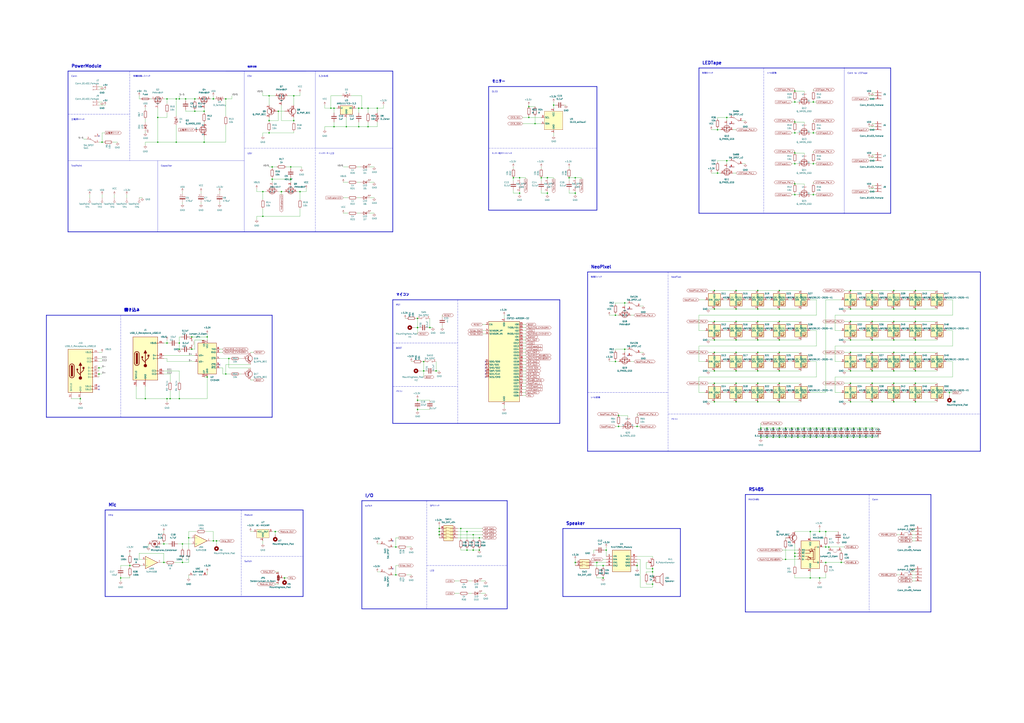
<source format=kicad_sch>
(kicad_sch (version 20211123) (generator eeschema)
  (paper "A1")
  (junction (at 383.54 452.12))
  (junction (at 698.5 264.16))
  (junction (at 513.08 248.92))
  (junction (at 652.78 100.33))
  (junction (at 342.9 261.62))
  (junction (at 157.48 276.86))
  (junction (at 271.78 88.9))
  (junction (at 167.64 91.44))
  (junction (at 490.22 462.28))
  (junction (at 734.06 289.56))
  (junction (at 228.6 91.44))
  (junction (at 358.14 304.8))
  (junction (at 223.52 147.32))
  (junction (at 472.44 158.75))
  (junction (at 665.48 474.98))
  (junction (at 652.78 454.66))
  (junction (at 640.08 314.96))
  (junction (at 586.74 238.76))
  (junction (at 170.18 276.86))
  (junction (at 81.28 307.34))
  (junction (at 185.42 307.34))
  (junction (at 586.74 254))
  (junction (at 360.68 436.88))
  (junction (at 650.24 359.41))
  (junction (at 751.84 264.16))
  (junction (at 149.86 462.28))
  (junction (at 685.8 359.41))
  (junction (at 589.28 142.24))
  (junction (at 622.3 279.4))
  (junction (at 383.54 436.88))
  (junction (at 444.5 146.05))
  (junction (at 640.08 289.56))
  (junction (at 284.48 104.14))
  (junction (at 226.06 436.88))
  (junction (at 716.28 279.4))
  (junction (at 716.28 304.8))
  (junction (at 144.78 116.84))
  (junction (at 535.94 467.36))
  (junction (at 645.16 459.74))
  (junction (at 129.54 116.84))
  (junction (at 604.52 314.96))
  (junction (at 668.02 160.02))
  (junction (at 751.84 330.2))
  (junction (at 706.12 351.79))
  (junction (at 241.3 99.06))
  (junction (at 472.44 462.28))
  (junction (at 660.4 359.41))
  (junction (at 589.28 106.68))
  (junction (at 680.72 449.58))
  (junction (at 83.82 116.84))
  (junction (at 274.32 104.14))
  (junction (at 167.64 116.84))
  (junction (at 698.5 304.8))
  (junction (at 144.78 81.28))
  (junction (at 586.74 289.56))
  (junction (at 497.84 452.12))
  (junction (at 751.84 279.4))
  (junction (at 325.12 472.44))
  (junction (at 706.12 359.41))
  (junction (at 690.88 359.41))
  (junction (at 360.68 439.42))
  (junction (at 640.08 351.79))
  (junction (at 596.9 132.08))
  (junction (at 629.92 359.41))
  (junction (at 99.06 474.98))
  (junction (at 622.3 264.16))
  (junction (at 716.28 351.79))
  (junction (at 175.26 444.5))
  (junction (at 701.04 351.79))
  (junction (at 147.32 287.02))
  (junction (at 734.06 304.8))
  (junction (at 734.06 238.76))
  (junction (at 698.5 330.2))
  (junction (at 711.2 359.41))
  (junction (at 698.5 238.76))
  (junction (at 670.56 359.41))
  (junction (at 472.44 146.05))
  (junction (at 505.46 259.08))
  (junction (at 640.08 359.41))
  (junction (at 604.52 264.16))
  (junction (at 668.02 83.82))
  (junction (at 665.48 436.88))
  (junction (at 170.18 309.88))
  (junction (at 640.08 264.16))
  (junction (at 152.4 81.28))
  (junction (at 716.28 330.2))
  (junction (at 231.14 157.48))
  (junction (at 734.06 314.96))
  (junction (at 426.72 158.75))
  (junction (at 695.96 359.41))
  (junction (at 655.32 351.79))
  (junction (at 635 351.79))
  (junction (at 650.24 351.79))
  (junction (at 680.72 359.41))
  (junction (at 434.34 96.52))
  (junction (at 137.16 281.94))
  (junction (at 716.28 238.76))
  (junction (at 393.7 441.96))
  (junction (at 673.1 474.98))
  (junction (at 508 341.63))
  (junction (at 734.06 330.2))
  (junction (at 309.88 88.9))
  (junction (at 678.18 462.28))
  (junction (at 160.02 81.28))
  (junction (at 716.28 314.96))
  (junction (at 640.08 238.76))
  (junction (at 652.78 134.62))
  (junction (at 297.18 88.9))
  (junction (at 640.08 304.8))
  (junction (at 129.54 96.52))
  (junction (at 604.52 330.2))
  (junction (at 751.84 238.76))
  (junction (at 495.3 474.98))
  (junction (at 586.74 264.16))
  (junction (at 215.9 157.48))
  (junction (at 360.68 434.34))
  (junction (at 668.02 134.62))
  (junction (at 274.32 88.9))
  (junction (at 342.9 328.93))
  (junction (at 734.06 279.4))
  (junction (at 353.06 269.24))
  (junction (at 119.38 327.66))
  (junction (at 660.4 351.79))
  (junction (at 652.78 151.13))
  (junction (at 751.84 314.96))
  (junction (at 652.78 74.93))
  (junction (at 690.88 351.79))
  (junction (at 622.3 314.96))
  (junction (at 678.18 436.88))
  (junction (at 449.58 146.05))
  (junction (at 665.48 351.79))
  (junction (at 147.32 327.66))
  (junction (at 624.84 351.79))
  (junction (at 523.24 350.52))
  (junction (at 467.36 146.05))
  (junction (at 698.5 254))
  (junction (at 302.26 88.9))
  (junction (at 716.28 264.16))
  (junction (at 220.98 99.06))
  (junction (at 711.2 351.79))
  (junction (at 342.9 269.24))
  (junction (at 106.68 464.82))
  (junction (at 751.84 254))
  (junction (at 604.52 254))
  (junction (at 134.62 447.04))
  (junction (at 154.94 441.96))
  (junction (at 426.72 146.05))
  (junction (at 454.66 86.36))
  (junction (at 586.74 304.8))
  (junction (at 673.1 436.88))
  (junction (at 622.3 238.76))
  (junction (at 347.98 304.8))
  (junction (at 241.3 78.74))
  (junction (at 325.12 449.58))
  (junction (at 535.94 480.06))
  (junction (at 147.32 81.28))
  (junction (at 137.16 327.66))
  (junction (at 449.58 158.75))
  (junction (at 81.28 302.26))
  (junction (at 220.98 78.74))
  (junction (at 652.78 83.82))
  (junction (at 187.96 294.64))
  (junction (at 652.78 160.02))
  (junction (at 645.16 359.41))
  (junction (at 652.78 125.73))
  (junction (at 604.52 304.8))
  (junction (at 665.48 359.41))
  (junction (at 185.42 81.28))
  (junction (at 137.16 81.28))
  (junction (at 434.34 87.63))
  (junction (at 698.5 314.96))
  (junction (at 508 350.52))
  (junction (at 622.3 304.8))
  (junction (at 675.64 359.41))
  (junction (at 640.08 279.4))
  (junction (at 640.08 254))
  (junction (at 294.64 104.14))
  (junction (at 586.74 314.96))
  (junction (at 678.18 449.58))
  (junction (at 238.76 137.16))
  (junction (at 680.72 351.79))
  (junction (at 147.32 281.94))
  (junction (at 622.3 330.2))
  (junction (at 175.26 81.28))
  (junction (at 139.7 327.66))
  (junction (at 624.84 359.41))
  (junction (at 655.32 359.41))
  (junction (at 523.24 464.82))
  (junction (at 535.94 469.9))
  (junction (at 685.8 351.79))
  (junction (at 223.52 137.16))
  (junction (at 66.04 327.66))
  (junction (at 670.56 351.79))
  (junction (at 604.52 238.76))
  (junction (at 177.8 444.5))
  (junction (at 134.62 462.28))
  (junction (at 513.08 287.02))
  (junction (at 751.84 304.8))
  (junction (at 596.9 96.52))
  (junction (at 734.06 264.16))
  (junction (at 645.16 351.79))
  (junction (at 675.64 351.79))
  (junction (at 586.74 330.2))
  (junction (at 246.38 157.48))
  (junction (at 495.3 464.82))
  (junction (at 652.78 109.22))
  (junction (at 716.28 289.56))
  (junction (at 635 359.41))
  (junction (at 734.06 254))
  (junction (at 695.96 351.79))
  (junction (at 378.46 434.34))
  (junction (at 294.64 88.9))
  (junction (at 701.04 359.41))
  (junction (at 388.62 439.42))
  (junction (at 302.26 104.14))
  (junction (at 157.48 287.02))
  (junction (at 347.98 297.18))
  (junction (at 238.76 147.32))
  (junction (at 586.74 279.4))
  (junction (at 505.46 297.18))
  (junction (at 716.28 359.41))
  (junction (at 604.52 279.4))
  (junction (at 388.62 452.12))
  (junction (at 640.08 330.2))
  (junction (at 629.92 351.79))
  (junction (at 751.84 289.56))
  (junction (at 716.28 254))
  (junction (at 233.68 474.98))
  (junction (at 698.5 279.4))
  (junction (at 439.42 101.6))
  (junction (at 668.02 109.22))
  (junction (at 149.86 447.04))
  (junction (at 622.3 254))
  (junction (at 160.02 91.44))
  (junction (at 421.64 146.05))
  (junction (at 690.88 462.28))
  (junction (at 342.9 336.55))
  (junction (at 622.3 289.56))
  (junction (at 215.9 177.8))
  (junction (at 652.78 457.2))
  (junction (at 220.98 109.22))
  (junction (at 393.7 452.12))
  (junction (at 698.5 289.56))
  (junction (at 604.52 289.56))
  (junction (at 779.78 322.58))
  (no_connect (at 322.58 444.5))
  (no_connect (at 180.34 299.72))
  (no_connect (at 746.76 469.9))
  (no_connect (at 81.28 320.04))
  (no_connect (at 322.58 467.36))
  (no_connect (at 515.62 254))
  (no_connect (at 515.62 292.1))
  (no_connect (at 746.76 436.88))
  (no_connect (at 599.44 101.6))
  (no_connect (at 398.78 309.88))
  (no_connect (at 81.28 111.76))
  (no_connect (at 398.78 299.72))
  (no_connect (at 81.28 317.5))
  (no_connect (at 398.78 297.18))
  (no_connect (at 398.78 307.34))
  (no_connect (at 599.44 137.16))
  (no_connect (at 398.78 302.26))
  (no_connect (at 398.78 304.8))
  (wire (pts (xy 678.18 448.31) (xy 678.18 449.58)))
  (wire (pts (xy 434.34 86.36) (xy 434.34 87.63)))
  (wire (pts (xy 123.19 81.28) (xy 124.46 81.28)))
  (polyline (pts (xy 55.88 93.98) (xy 106.68 93.98)))
  (wire (pts (xy 421.64 137.16) (xy 421.64 138.43)))
  (wire (pts (xy 487.68 464.82) (xy 495.3 464.82)))
  (wire (pts (xy 782.32 259.08) (xy 685.8 259.08)))
  (wire (pts (xy 251.46 157.48) (xy 246.38 157.48)))
  (wire (pts (xy 160.02 81.28) (xy 160.02 82.55)))
  (wire (pts (xy 652.78 436.88) (xy 665.48 436.88)))
  (wire (pts (xy 678.18 471.17) (xy 678.18 474.98)))
  (wire (pts (xy 302.26 100.33) (xy 302.26 104.14)))
  (wire (pts (xy 675.64 462.28) (xy 678.18 462.28)))
  (wire (pts (xy 139.7 327.66) (xy 147.32 327.66)))
  (wire (pts (xy 154.94 441.96) (xy 157.48 441.96)))
  (wire (pts (xy 388.62 439.42) (xy 388.62 443.23)))
  (polyline (pts (xy 627.38 55.88) (xy 627.38 175.26)))
  (wire (pts (xy 673.1 436.88) (xy 673.1 434.34)))
  (wire (pts (xy 508 350.52) (xy 510.54 350.52)))
  (wire (pts (xy 238.76 137.16) (xy 247.65 137.16)))
  (wire (pts (xy 713.74 154.94) (xy 718.82 154.94)))
  (polyline (pts (xy 297.18 411.48) (xy 297.18 500.38)) (stroke (width 0.5) (type solid)))
  (wire (pts (xy 668.02 109.22) (xy 668.02 107.95)))
  (wire (pts (xy 73.66 160.02) (xy 73.66 162.56)))
  (wire (pts (xy 429.26 322.58) (xy 431.8 322.58)))
  (wire (pts (xy 759.46 297.18) (xy 762 297.18)))
  (wire (pts (xy 586.74 314.96) (xy 604.52 314.96)))
  (wire (pts (xy 716.28 351.79) (xy 721.36 351.79)))
  (wire (pts (xy 210.82 177.8) (xy 215.9 177.8)))
  (wire (pts (xy 220.98 137.16) (xy 223.52 137.16)))
  (wire (pts (xy 645.16 450.85) (xy 645.16 459.74)))
  (polyline (pts (xy 416.56 500.38) (xy 416.56 411.48)) (stroke (width 0.5) (type solid)))
  (wire (pts (xy 513.08 248.92) (xy 505.46 248.92)))
  (wire (pts (xy 513.08 287.02) (xy 513.08 289.56)))
  (wire (pts (xy 132.08 447.04) (xy 134.62 447.04)))
  (wire (pts (xy 678.18 436.88) (xy 688.34 436.88)))
  (wire (pts (xy 513.08 287.02) (xy 505.46 287.02)))
  (wire (pts (xy 205.74 436.88) (xy 208.28 436.88)))
  (polyline (pts (xy 322.58 246.38) (xy 322.58 347.98)) (stroke (width 0.5) (type solid)))
  (wire (pts (xy 698.5 279.4) (xy 716.28 279.4)))
  (polyline (pts (xy 401.32 71.12) (xy 401.32 172.72)) (stroke (width 0.5) (type solid)))
  (wire (pts (xy 777.24 246.38) (xy 782.32 246.38)))
  (wire (pts (xy 146.05 281.94) (xy 147.32 281.94)))
  (wire (pts (xy 749.3 474.98) (xy 751.84 474.98)))
  (wire (pts (xy 751.84 254) (xy 769.62 254)))
  (wire (pts (xy 274.32 88.9) (xy 274.32 92.71)))
  (wire (pts (xy 434.34 95.25) (xy 434.34 96.52)))
  (wire (pts (xy 589.28 105.41) (xy 589.28 106.68)))
  (wire (pts (xy 180.34 289.56) (xy 182.88 289.56)))
  (wire (pts (xy 693.42 238.76) (xy 698.5 238.76)))
  (wire (pts (xy 226.06 436.88) (xy 226.06 439.42)))
  (wire (pts (xy 505.46 259.08) (xy 508 259.08)))
  (wire (pts (xy 223.52 137.16) (xy 223.52 138.43)))
  (wire (pts (xy 467.36 156.21) (xy 467.36 158.75)))
  (wire (pts (xy 584.2 106.68) (xy 589.28 106.68)))
  (wire (pts (xy 751.84 467.36) (xy 749.3 467.36)))
  (wire (pts (xy 652.78 454.66) (xy 655.32 454.66)))
  (wire (pts (xy 293.37 175.26) (xy 295.91 175.26)))
  (wire (pts (xy 284.48 104.14) (xy 294.64 104.14)))
  (wire (pts (xy 530.86 478.79) (xy 530.86 480.06)))
  (wire (pts (xy 622.3 314.96) (xy 640.08 314.96)))
  (wire (pts (xy 670.56 271.78) (xy 670.56 284.48)))
  (wire (pts (xy 675.64 359.41) (xy 680.72 359.41)))
  (wire (pts (xy 426.72 146.05) (xy 431.8 146.05)))
  (polyline (pts (xy 731.52 175.26) (xy 693.42 175.26)) (stroke (width 0.5) (type solid)))
  (polyline (pts (xy 350.52 464.82) (xy 416.56 464.82)))
  (wire (pts (xy 134.62 294.64) (xy 137.16 294.64)))
  (wire (pts (xy 734.06 304.8) (xy 751.84 304.8)))
  (wire (pts (xy 505.46 350.52) (xy 508 350.52)))
  (wire (pts (xy 713.74 106.68) (xy 718.82 106.68)))
  (polyline (pts (xy 129.54 132.08) (xy 129.54 190.5)) (stroke (width 0) (type solid)))
  (wire (pts (xy 660.4 359.41) (xy 665.48 359.41)))
  (wire (pts (xy 414.02 332.74) (xy 414.02 335.28)))
  (wire (pts (xy 322.58 449.58) (xy 325.12 449.58)))
  (wire (pts (xy 629.92 297.18) (xy 632.46 297.18)))
  (wire (pts (xy 589.28 96.52) (xy 589.28 97.79)))
  (wire (pts (xy 749.3 477.52) (xy 751.84 477.52)))
  (wire (pts (xy 180.34 287.02) (xy 182.88 287.02)))
  (wire (pts (xy 685.8 297.18) (xy 690.88 297.18)))
  (wire (pts (xy 266.7 104.14) (xy 266.7 106.68)))
  (wire (pts (xy 358.14 304.8) (xy 360.68 304.8)))
  (wire (pts (xy 154.94 462.28) (xy 149.86 462.28)))
  (wire (pts (xy 177.8 444.5) (xy 180.34 444.5)))
  (wire (pts (xy 119.38 327.66) (xy 119.38 317.5)))
  (wire (pts (xy 342.9 269.24) (xy 342.9 274.32)))
  (wire (pts (xy 652.78 160.02) (xy 655.32 160.02)))
  (wire (pts (xy 660.4 74.93) (xy 652.78 74.93)))
  (wire (pts (xy 134.62 436.88) (xy 134.62 438.15)))
  (wire (pts (xy 137.16 281.94) (xy 138.43 281.94)))
  (wire (pts (xy 741.68 322.58) (xy 744.22 322.58)))
  (wire (pts (xy 660.4 127) (xy 660.4 125.73)))
  (wire (pts (xy 175.26 81.28) (xy 176.53 81.28)))
  (wire (pts (xy 652.78 107.95) (xy 652.78 109.22)))
  (wire (pts (xy 241.3 78.74) (xy 246.38 78.74)))
  (wire (pts (xy 678.18 474.98) (xy 673.1 474.98)))
  (wire (pts (xy 713.74 78.74) (xy 718.82 78.74)))
  (wire (pts (xy 604.52 254) (xy 622.3 254)))
  (wire (pts (xy 518.16 259.08) (xy 520.7 259.08)))
  (wire (pts (xy 624.84 359.41) (xy 624.84 360.68)))
  (wire (pts (xy 716.28 152.4) (xy 718.82 152.4)))
  (wire (pts (xy 535.94 477.52) (xy 535.94 480.06)))
  (wire (pts (xy 167.64 309.88) (xy 170.18 309.88)))
  (polyline (pts (xy 713.74 406.4) (xy 713.74 502.92)))
  (wire (pts (xy 322.58 472.44) (xy 325.12 472.44)))
  (wire (pts (xy 751.84 289.56) (xy 769.62 289.56)))
  (wire (pts (xy 426.72 158.75) (xy 426.72 160.02)))
  (wire (pts (xy 660.4 125.73) (xy 652.78 125.73)))
  (wire (pts (xy 581.66 264.16) (xy 586.74 264.16)))
  (wire (pts (xy 535.94 467.36) (xy 535.94 469.9)))
  (wire (pts (xy 220.98 99.06) (xy 228.6 99.06)))
  (wire (pts (xy 139.7 321.31) (xy 139.7 327.66)))
  (wire (pts (xy 134.62 454.66) (xy 134.62 462.28)))
  (wire (pts (xy 111.76 317.5) (xy 111.76 327.66)))
  (polyline (pts (xy 322.58 190.5) (xy 55.88 190.5)) (stroke (width 0.5) (type solid)))
  (wire (pts (xy 292.1 88.9) (xy 294.64 88.9)))
  (wire (pts (xy 454.66 83.82) (xy 454.66 86.36)))
  (polyline (pts (xy 259.08 121.92) (xy 259.08 58.42)) (stroke (width 0) (type solid)))
  (wire (pts (xy 734.06 289.56) (xy 751.84 289.56)))
  (polyline (pts (xy 198.12 419.1) (xy 198.12 490.22)))
  (wire (pts (xy 353.06 269.24) (xy 355.6 269.24)))
  (wire (pts (xy 670.56 284.48) (xy 574.04 284.48)))
  (wire (pts (xy 515.62 341.63) (xy 508 341.63)))
  (wire (pts (xy 487.68 462.28) (xy 490.22 462.28)))
  (wire (pts (xy 205.74 299.72) (xy 185.42 299.72)))
  (wire (pts (xy 535.94 482.6) (xy 535.94 480.06)))
  (wire (pts (xy 83.82 116.84) (xy 85.09 116.84)))
  (wire (pts (xy 751.84 314.96) (xy 769.62 314.96)))
  (wire (pts (xy 665.48 436.88) (xy 665.48 441.96)))
  (wire (pts (xy 160.02 90.17) (xy 160.02 91.44)))
  (wire (pts (xy 81.28 302.26) (xy 81.28 304.8)))
  (wire (pts (xy 635 359.41) (xy 640.08 359.41)))
  (wire (pts (xy 139.7 307.34) (xy 139.7 313.69)))
  (wire (pts (xy 429.26 281.94) (xy 431.8 281.94)))
  (wire (pts (xy 147.32 304.8) (xy 147.32 313.69)))
  (wire (pts (xy 723.9 322.58) (xy 726.44 322.58)))
  (wire (pts (xy 396.24 271.78) (xy 398.78 271.78)))
  (polyline (pts (xy 86.36 490.22) (xy 248.92 490.22)) (stroke (width 0.5) (type solid)))
  (wire (pts (xy 655.32 359.41) (xy 660.4 359.41)))
  (wire (pts (xy 581.66 304.8) (xy 586.74 304.8)))
  (wire (pts (xy 358.14 304.8) (xy 356.87 304.8)))
  (polyline (pts (xy 462.28 434.34) (xy 462.28 490.22)) (stroke (width 0.5) (type solid)))
  (wire (pts (xy 749.3 444.5) (xy 751.84 444.5)))
  (wire (pts (xy 429.26 302.26) (xy 431.8 302.26)))
  (wire (pts (xy 680.72 449.58) (xy 693.42 449.58)))
  (wire (pts (xy 129.54 96.52) (xy 129.54 116.84)))
  (wire (pts (xy 106.68 464.82) (xy 107.95 464.82)))
  (wire (pts (xy 378.46 434.34) (xy 396.24 434.34)))
  (wire (pts (xy 751.84 472.44) (xy 749.3 472.44)))
  (wire (pts (xy 535.94 474.98) (xy 535.94 469.9)))
  (wire (pts (xy 513.08 248.92) (xy 513.08 251.46)))
  (wire (pts (xy 629.92 271.78) (xy 632.46 271.78)))
  (polyline (pts (xy 38.1 342.9) (xy 223.52 342.9)) (stroke (width 0.5) (type solid)))
  (polyline (pts (xy 106.68 58.42) (xy 106.68 132.08)))
  (wire (pts (xy 678.18 462.28) (xy 678.18 463.55)))
  (wire (pts (xy 515.62 342.9) (xy 515.62 341.63)))
  (wire (pts (xy 309.88 100.33) (xy 309.88 104.14)))
  (wire (pts (xy 241.3 86.36) (xy 241.3 78.74)))
  (wire (pts (xy 426.72 146.05) (xy 426.72 147.32)))
  (wire (pts (xy 713.74 104.14) (xy 718.82 104.14)))
  (wire (pts (xy 716.28 254) (xy 734.06 254)))
  (wire (pts (xy 723.9 297.18) (xy 726.44 297.18)))
  (wire (pts (xy 196.85 307.34) (xy 198.12 307.34)))
  (polyline (pts (xy 459.74 347.98) (xy 459.74 246.38)) (stroke (width 0.5) (type solid)))
  (wire (pts (xy 160.02 81.28) (xy 162.56 81.28)))
  (wire (pts (xy 325.12 472.44) (xy 326.39 472.44)))
  (wire (pts (xy 429.26 266.7) (xy 431.8 266.7)))
  (wire (pts (xy 421.64 146.05) (xy 421.64 148.59)))
  (wire (pts (xy 421.64 158.75) (xy 426.72 158.75)))
  (wire (pts (xy 716.28 279.4) (xy 734.06 279.4)))
  (wire (pts (xy 325.12 464.82) (xy 325.12 472.44)))
  (wire (pts (xy 271.78 88.9) (xy 274.32 88.9)))
  (wire (pts (xy 81.28 297.18) (xy 83.82 297.18)))
  (wire (pts (xy 172.72 81.28) (xy 175.26 81.28)))
  (wire (pts (xy 121.92 447.04) (xy 121.92 449.58)))
  (wire (pts (xy 734.06 330.2) (xy 751.84 330.2)))
  (wire (pts (xy 495.3 466.09) (xy 495.3 464.82)))
  (wire (pts (xy 294.64 88.9) (xy 297.18 88.9)))
  (wire (pts (xy 177.8 444.5) (xy 177.8 447.04)))
  (wire (pts (xy 302.26 88.9) (xy 302.26 92.71)))
  (wire (pts (xy 160.02 279.4) (xy 160.02 287.02)))
  (wire (pts (xy 152.4 81.28) (xy 160.02 81.28)))
  (wire (pts (xy 665.48 297.18) (xy 670.56 297.18)))
  (wire (pts (xy 157.48 287.02) (xy 160.02 287.02)))
  (polyline (pts (xy 55.88 132.08) (xy 200.66 132.08)) (stroke (width 0) (type solid)))
  (wire (pts (xy 652.78 109.22) (xy 655.32 109.22)))
  (wire (pts (xy 751.84 330.2) (xy 769.62 330.2)))
  (wire (pts (xy 652.78 99.06) (xy 652.78 100.33)))
  (wire (pts (xy 660.4 101.6) (xy 660.4 100.33)))
  (wire (pts (xy 734.06 254) (xy 751.84 254)))
  (wire (pts (xy 698.5 289.56) (xy 716.28 289.56)))
  (wire (pts (xy 650.24 83.82) (xy 652.78 83.82)))
  (wire (pts (xy 523.24 464.82) (xy 523.24 467.36)))
  (wire (pts (xy 345.44 304.8) (xy 347.98 304.8)))
  (wire (pts (xy 68.58 114.3) (xy 71.12 114.3)))
  (wire (pts (xy 309.88 88.9) (xy 314.96 88.9)))
  (wire (pts (xy 655.32 351.79) (xy 660.4 351.79)))
  (polyline (pts (xy 259.08 121.92) (xy 322.58 121.92)) (stroke (width 0) (type solid)))
  (wire (pts (xy 309.88 447.04) (xy 312.42 447.04)))
  (wire (pts (xy 594.36 297.18) (xy 596.9 297.18)))
  (wire (pts (xy 640.08 238.76) (xy 657.86 238.76)))
  (wire (pts (xy 327.66 464.82) (xy 325.12 464.82)))
  (wire (pts (xy 220.98 107.95) (xy 220.98 109.22)))
  (polyline (pts (xy 185.42 58.42) (xy 251.46 58.42)) (stroke (width 0) (type solid)))
  (wire (pts (xy 690.88 462.28) (xy 693.42 462.28)))
  (wire (pts (xy 303.53 175.26) (xy 307.34 175.26)))
  (wire (pts (xy 429.26 317.5) (xy 431.8 317.5)))
  (wire (pts (xy 650.24 109.22) (xy 652.78 109.22)))
  (wire (pts (xy 660.4 351.79) (xy 665.48 351.79)))
  (wire (pts (xy 574.04 246.38) (xy 579.12 246.38)))
  (wire (pts (xy 640.08 289.56) (xy 657.86 289.56)))
  (wire (pts (xy 581.66 238.76) (xy 586.74 238.76)))
  (polyline (pts (xy 200.66 121.92) (xy 259.08 121.92)))
  (wire (pts (xy 629.92 351.79) (xy 635 351.79)))
  (wire (pts (xy 99.06 466.09) (xy 99.06 464.82)))
  (wire (pts (xy 148.59 276.86) (xy 147.32 276.86)))
  (wire (pts (xy 360.68 439.42) (xy 360.68 441.96)))
  (wire (pts (xy 665.48 134.62) (xy 668.02 134.62)))
  (wire (pts (xy 695.96 359.41) (xy 701.04 359.41)))
  (wire (pts (xy 154.94 441.96) (xy 154.94 450.85)))
  (polyline (pts (xy 558.8 434.34) (xy 558.8 490.22)) (stroke (width 0.5) (type solid)))
  (wire (pts (xy 274.32 88.9) (xy 276.86 88.9)))
  (wire (pts (xy 690.88 359.41) (xy 695.96 359.41)))
  (wire (pts (xy 185.42 81.28) (xy 185.42 95.25)))
  (wire (pts (xy 670.56 259.08) (xy 574.04 259.08)))
  (wire (pts (xy 698.5 304.8) (xy 716.28 304.8)))
  (wire (pts (xy 693.42 289.56) (xy 698.5 289.56)))
  (wire (pts (xy 650.24 351.79) (xy 655.32 351.79)))
  (wire (pts (xy 303.53 162.56) (xy 307.34 162.56)))
  (wire (pts (xy 83.82 109.22) (xy 83.82 116.84)))
  (wire (pts (xy 175.26 444.5) (xy 172.72 444.5)))
  (polyline (pts (xy 462.28 434.34) (xy 558.8 434.34)) (stroke (width 0.5) (type solid)))
  (wire (pts (xy 104.14 160.02) (xy 104.14 162.56)))
  (wire (pts (xy 706.12 297.18) (xy 708.66 297.18)))
  (wire (pts (xy 429.26 294.64) (xy 431.8 294.64)))
  (wire (pts (xy 650.24 359.41) (xy 655.32 359.41)))
  (wire (pts (xy 182.88 307.34) (xy 185.42 307.34)))
  (wire (pts (xy 233.68 474.98) (xy 236.22 474.98)))
  (wire (pts (xy 490.22 474.98) (xy 490.22 473.71)))
  (wire (pts (xy 673.1 474.98) (xy 673.1 477.52)))
  (wire (pts (xy 215.9 157.48) (xy 210.82 157.48)))
  (wire (pts (xy 341.63 261.62) (xy 342.9 261.62)))
  (wire (pts (xy 495.3 464.82) (xy 497.84 464.82)))
  (wire (pts (xy 716.28 264.16) (xy 734.06 264.16)))
  (wire (pts (xy 685.8 359.41) (xy 690.88 359.41)))
  (polyline (pts (xy 322.58 281.94) (xy 375.92 281.94)))
  (wire (pts (xy 167.64 91.44) (xy 167.64 92.71)))
  (wire (pts (xy 716.28 289.56) (xy 734.06 289.56)))
  (wire (pts (xy 652.78 149.86) (xy 652.78 151.13)))
  (wire (pts (xy 594.36 322.58) (xy 596.9 322.58)))
  (wire (pts (xy 205.74 289.56) (xy 208.28 289.56)))
  (wire (pts (xy 266.7 88.9) (xy 271.78 88.9)))
  (wire (pts (xy 168.91 436.88) (xy 175.26 436.88)))
  (wire (pts (xy 660.4 100.33) (xy 652.78 100.33)))
  (wire (pts (xy 246.38 171.45) (xy 246.38 177.8)))
  (wire (pts (xy 698.5 314.96) (xy 716.28 314.96)))
  (wire (pts (xy 180.34 166.37) (xy 180.34 167.64)))
  (wire (pts (xy 698.5 238.76) (xy 716.28 238.76)))
  (wire (pts (xy 137.16 81.28) (xy 137.16 85.09)))
  (wire (pts (xy 622.3 289.56) (xy 640.08 289.56)))
  (wire (pts (xy 167.64 111.76) (xy 167.64 116.84)))
  (wire (pts (xy 665.48 246.38) (xy 670.56 246.38)))
  (wire (pts (xy 241.3 107.95) (xy 241.3 109.22)))
  (wire (pts (xy 652.78 447.04) (xy 652.78 454.66)))
  (wire (pts (xy 604.52 264.16) (xy 622.3 264.16)))
  (wire (pts (xy 92.71 116.84) (xy 96.52 116.84)))
  (wire (pts (xy 429.26 314.96) (xy 431.8 314.96)))
  (wire (pts (xy 363.22 259.08) (xy 363.22 260.35)))
  (polyline (pts (xy 612.14 502.92) (xy 764.54 502.92)) (stroke (width 0.5) (type solid)))
  (wire (pts (xy 668.02 149.86) (xy 668.02 151.13)))
  (polyline (pts (xy 55.88 58.42) (xy 55.88 190.5)) (stroke (width 0.5) (type solid)))
  (wire (pts (xy 394.97 487.68) (xy 398.78 487.68)))
  (wire (pts (xy 488.95 452.12) (xy 487.68 452.12)))
  (wire (pts (xy 647.7 322.58) (xy 650.24 322.58)))
  (wire (pts (xy 706.12 271.78) (xy 708.66 271.78)))
  (wire (pts (xy 444.5 146.05) (xy 449.58 146.05)))
  (polyline (pts (xy 38.1 259.08) (xy 223.52 259.08)) (stroke (width 0.5) (type solid)))
  (wire (pts (xy 347.98 297.18) (xy 347.98 304.8)))
  (wire (pts (xy 149.86 157.48) (xy 149.86 158.75)))
  (wire (pts (xy 111.76 327.66) (xy 119.38 327.66)))
  (wire (pts (xy 220.98 96.52) (xy 220.98 99.06)))
  (wire (pts (xy 622.3 264.16) (xy 640.08 264.16)))
  (wire (pts (xy 698.5 264.16) (xy 716.28 264.16)))
  (wire (pts (xy 652.78 73.66) (xy 652.78 74.93)))
  (wire (pts (xy 629.92 246.38) (xy 632.46 246.38)))
  (wire (pts (xy 652.78 457.2) (xy 655.32 457.2)))
  (polyline (pts (xy 322.58 58.42) (xy 322.58 190.5)) (stroke (width 0.5) (type solid)))
  (wire (pts (xy 530.86 480.06) (xy 535.94 480.06)))
  (wire (pts (xy 660.4 76.2) (xy 660.4 74.93)))
  (wire (pts (xy 670.56 309.88) (xy 574.04 309.88)))
  (polyline (pts (xy 322.58 347.98) (xy 459.74 347.98)) (stroke (width 0.5) (type solid)))
  (wire (pts (xy 594.36 246.38) (xy 596.9 246.38)))
  (wire (pts (xy 429.26 287.02) (xy 431.8 287.02)))
  (wire (pts (xy 281.94 149.86) (xy 285.75 149.86)))
  (wire (pts (xy 342.9 328.93) (xy 353.06 328.93)))
  (wire (pts (xy 215.9 109.22) (xy 215.9 111.76)))
  (wire (pts (xy 472.44 146.05) (xy 472.44 147.32)))
  (wire (pts (xy 629.92 322.58) (xy 632.46 322.58)))
  (wire (pts (xy 467.36 146.05) (xy 472.44 146.05)))
  (wire (pts (xy 215.9 171.45) (xy 215.9 177.8)))
  (wire (pts (xy 530.86 467.36) (xy 535.94 467.36)))
  (wire (pts (xy 652.78 454.66) (xy 652.78 457.2)))
  (wire (pts (xy 701.04 351.79) (xy 706.12 351.79)))
  (wire (pts (xy 668.02 160.02) (xy 668.02 158.75)))
  (wire (pts (xy 685.8 271.78) (xy 690.88 271.78)))
  (wire (pts (xy 609.6 134.62) (xy 612.14 134.62)))
  (wire (pts (xy 220.98 99.06) (xy 220.98 100.33)))
  (wire (pts (xy 187.96 294.64) (xy 187.96 302.26)))
  (wire (pts (xy 668.02 83.82) (xy 668.02 82.55)))
  (wire (pts (xy 716.28 304.8) (xy 734.06 304.8)))
  (wire (pts (xy 673.1 474.98) (xy 665.48 474.98)))
  (wire (pts (xy 523.24 457.2) (xy 535.94 457.2)))
  (wire (pts (xy 586.74 279.4) (xy 604.52 279.4)))
  (wire (pts (xy 652.78 83.82) (xy 655.32 83.82)))
  (wire (pts (xy 711.2 351.79) (xy 716.28 351.79)))
  (wire (pts (xy 741.68 271.78) (xy 744.22 271.78)))
  (wire (pts (xy 228.6 99.06) (xy 228.6 91.44)))
  (wire (pts (xy 782.32 246.38) (xy 782.32 259.08)))
  (wire (pts (xy 241.3 99.06) (xy 241.3 100.33)))
  (wire (pts (xy 228.6 157.48) (xy 231.14 157.48)))
  (wire (pts (xy 622.3 330.2) (xy 640.08 330.2)))
  (wire (pts (xy 612.14 297.18) (xy 614.68 297.18)))
  (wire (pts (xy 472.44 459.74) (xy 472.44 462.28)))
  (wire (pts (xy 505.46 248.92) (xy 505.46 250.19)))
  (wire (pts (xy 152.4 90.17) (xy 152.4 91.44)))
  (polyline (pts (xy 401.32 71.12) (xy 490.22 71.12)) (stroke (width 0.5) (type solid)))
  (wire (pts (xy 396.24 266.7) (xy 398.78 266.7)))
  (wire (pts (xy 645.16 351.79) (xy 650.24 351.79)))
  (wire (pts (xy 147.32 281.94) (xy 147.32 287.02)))
  (wire (pts (xy 383.54 443.23) (xy 383.54 436.88)))
  (wire (pts (xy 675.64 449.58) (xy 678.18 449.58)))
  (wire (pts (xy 751.84 439.42) (xy 749.3 439.42)))
  (polyline (pts (xy 248.92 490.22) (xy 248.92 419.1)) (stroke (width 0.5) (type solid)))
  (wire (pts (xy 360.68 436.88) (xy 360.68 439.42)))
  (wire (pts (xy 741.68 297.18) (xy 744.22 297.18)))
  (wire (pts (xy 180.34 302.26) (xy 182.88 302.26)))
  (wire (pts (xy 228.6 91.44) (xy 233.68 91.44)))
  (wire (pts (xy 670.56 351.79) (xy 675.64 351.79)))
  (wire (pts (xy 693.42 279.4) (xy 698.5 279.4)))
  (wire (pts (xy 114.3 81.28) (xy 115.57 81.28)))
  (polyline (pts (xy 548.64 223.52) (xy 548.64 370.84)))
  (wire (pts (xy 147.32 78.74) (xy 147.32 81.28)))
  (wire (pts (xy 106.68 463.55) (xy 106.68 464.82)))
  (wire (pts (xy 701.04 359.41) (xy 706.12 359.41)))
  (wire (pts (xy 668.02 124.46) (xy 668.02 125.73)))
  (wire (pts (xy 434.34 87.63) (xy 439.42 87.63)))
  (wire (pts (xy 246.38 76.2) (xy 246.38 78.74)))
  (wire (pts (xy 375.92 436.88) (xy 383.54 436.88)))
  (wire (pts (xy 375.92 441.96) (xy 393.7 441.96)))
  (wire (pts (xy 723.9 246.38) (xy 726.44 246.38)))
  (wire (pts (xy 161.29 436.88) (xy 154.94 436.88)))
  (wire (pts (xy 114.3 78.74) (xy 114.3 81.28)))
  (wire (pts (xy 716.28 330.2) (xy 734.06 330.2)))
  (wire (pts (xy 670.56 297.18) (xy 670.56 309.88)))
  (wire (pts (xy 449.58 146.05) (xy 454.66 146.05)))
  (wire (pts (xy 713.74 81.28) (xy 718.82 81.28)))
  (wire (pts (xy 144.78 116.84) (xy 167.64 116.84)))
  (wire (pts (xy 596.9 132.08) (xy 589.28 132.08)))
  (wire (pts (xy 429.26 309.88) (xy 431.8 309.88)))
  (wire (pts (xy 444.5 146.05) (xy 444.5 148.59)))
  (wire (pts (xy 170.18 309.88) (xy 170.18 327.66)))
  (wire (pts (xy 156.21 287.02) (xy 157.48 287.02)))
  (wire (pts (xy 574.04 297.18) (xy 579.12 297.18)))
  (wire (pts (xy 81.28 307.34) (xy 81.28 309.88)))
  (wire (pts (xy 782.32 297.18) (xy 782.32 309.88)))
  (wire (pts (xy 325.12 441.96) (xy 325.12 449.58)))
  (wire (pts (xy 205.74 302.26) (xy 187.96 302.26)))
  (wire (pts (xy 303.53 137.16) (xy 307.34 137.16)))
  (wire (pts (xy 182.88 302.26) (xy 182.88 307.34)))
  (wire (pts (xy 187.96 294.64) (xy 189.23 294.64)))
  (wire (pts (xy 596.9 132.08) (xy 596.9 134.62)))
  (wire (pts (xy 665.48 469.9) (xy 665.48 474.98)))
  (wire (pts (xy 678.18 449.58) (xy 680.72 449.58)))
  (wire (pts (xy 449.58 157.48) (xy 449.58 158.75)))
  (wire (pts (xy 652.78 472.44) (xy 652.78 474.98)))
  (wire (pts (xy 243.84 157.48) (xy 246.38 157.48)))
  (wire (pts (xy 716.28 76.2) (xy 718.82 76.2)))
  (wire (pts (xy 157.48 447.04) (xy 149.86 447.04)))
  (wire (pts (xy 650.24 271.78) (xy 647.7 271.78)))
  (wire (pts (xy 134.62 447.04) (xy 138.43 447.04)))
  (wire (pts (xy 454.66 86.36) (xy 454.66 88.9)))
  (polyline (pts (xy 297.18 500.38) (xy 416.56 500.38)) (stroke (width 0.5) (type solid)))
  (wire (pts (xy 523.24 350.52) (xy 525.78 350.52)))
  (wire (pts (xy 332.74 261.62) (xy 334.01 261.62)))
  (polyline (pts (xy 350.52 411.48) (xy 350.52 500.38)))
  (wire (pts (xy 508 349.25) (xy 508 350.52)))
  (wire (pts (xy 190.5 78.74) (xy 190.5 81.28)))
  (wire (pts (xy 394.97 477.52) (xy 398.78 477.52)))
  (wire (pts (xy 99.06 464.82) (xy 106.68 464.82)))
  (wire (pts (xy 223.52 147.32) (xy 238.76 147.32)))
  (wire (pts (xy 373.38 487.68) (xy 377.19 487.68)))
  (wire (pts (xy 596.9 96.52) (xy 589.28 96.52)))
  (wire (pts (xy 523.24 462.28) (xy 523.24 464.82)))
  (wire (pts (xy 532.13 462.28) (xy 530.86 462.28)))
  (wire (pts (xy 429.26 271.78) (xy 431.8 271.78)))
  (polyline (pts (xy 99.06 259.08) (xy 99.06 342.9)))
  (wire (pts (xy 693.42 330.2) (xy 698.5 330.2)))
  (wire (pts (xy 698.5 330.2) (xy 716.28 330.2)))
  (wire (pts (xy 93.98 160.02) (xy 93.98 162.56)))
  (wire (pts (xy 114.3 459.74) (xy 114.3 454.66)))
  (wire (pts (xy 157.48 276.86) (xy 170.18 276.86)))
  (wire (pts (xy 147.32 276.86) (xy 147.32 281.94)))
  (wire (pts (xy 119.38 107.95) (xy 119.38 109.22)))
  (wire (pts (xy 782.32 284.48) (xy 685.8 284.48)))
  (wire (pts (xy 223.52 147.32) (xy 223.52 149.86)))
  (wire (pts (xy 314.96 86.36) (xy 314.96 88.9)))
  (wire (pts (xy 779.78 322.58) (xy 782.32 322.58)))
  (wire (pts (xy 734.06 264.16) (xy 751.84 264.16)))
  (wire (pts (xy 624.84 359.41) (xy 629.92 359.41)))
  (wire (pts (xy 281.94 137.16) (xy 285.75 137.16)))
  (wire (pts (xy 525.78 251.46) (xy 528.32 251.46)))
  (wire (pts (xy 137.16 330.2) (xy 137.16 327.66)))
  (polyline (pts (xy 86.36 419.1) (xy 86.36 490.22)) (stroke (width 0.5) (type solid)))
  (wire (pts (xy 147.32 81.28) (xy 152.4 81.28)))
  (wire (pts (xy 622.3 279.4) (xy 640.08 279.4)))
  (polyline (pts (xy 297.18 411.48) (xy 416.56 411.48)) (stroke (width 0.5) (type solid)))
  (wire (pts (xy 604.52 289.56) (xy 622.3 289.56)))
  (wire (pts (xy 497.84 449.58) (xy 497.84 452.12)))
  (wire (pts (xy 226.06 469.9) (xy 228.6 469.9)))
  (wire (pts (xy 678.18 322.58) (xy 678.18 246.38)))
  (wire (pts (xy 81.28 71.12) (xy 83.82 71.12)))
  (wire (pts (xy 518.16 297.18) (xy 520.7 297.18)))
  (wire (pts (xy 622.3 254) (xy 640.08 254)))
  (wire (pts (xy 530.86 469.9) (xy 530.86 471.17)))
  (wire (pts (xy 645.16 359.41) (xy 650.24 359.41)))
  (polyline (pts (xy 200.66 190.5) (xy 200.66 109.22)) (stroke (width 0) (type solid)))
  (wire (pts (xy 520.7 350.52) (xy 523.24 350.52)))
  (wire (pts (xy 508 340.36) (xy 508 341.63)))
  (wire (pts (xy 777.24 322.58) (xy 779.78 322.58)))
  (wire (pts (xy 429.26 101.6) (xy 439.42 101.6)))
  (wire (pts (xy 81.28 307.34) (xy 83.82 307.34)))
  (wire (pts (xy 668.02 160.02) (xy 670.56 160.02)))
  (wire (pts (xy 293.37 149.86) (xy 295.91 149.86)))
  (wire (pts (xy 429.26 299.72) (xy 431.8 299.72)))
  (wire (pts (xy 635 351.79) (xy 640.08 351.79)))
  (polyline (pts (xy 198.12 457.2) (xy 248.92 457.2)))
  (wire (pts (xy 134.62 292.1) (xy 160.02 292.1)))
  (wire (pts (xy 495.3 474.98) (xy 490.22 474.98)))
  (wire (pts (xy 215.9 109.22) (xy 220.98 109.22)))
  (wire (pts (xy 281.94 162.56) (xy 285.75 162.56)))
  (wire (pts (xy 589.28 106.68) (xy 591.82 106.68)))
  (wire (pts (xy 777.24 271.78) (xy 782.32 271.78)))
  (wire (pts (xy 685.8 322.58) (xy 690.88 322.58)))
  (wire (pts (xy 266.7 104.14) (xy 274.32 104.14)))
  (wire (pts (xy 342.9 336.55) (xy 342.9 337.82)))
  (wire (pts (xy 467.36 158.75) (xy 472.44 158.75)))
  (wire (pts (xy 713.74 157.48) (xy 718.82 157.48)))
  (wire (pts (xy 384.81 487.68) (xy 387.35 487.68)))
  (wire (pts (xy 147.32 327.66) (xy 170.18 327.66)))
  (wire (pts (xy 137.16 281.94) (xy 134.62 281.94)))
  (wire (pts (xy 734.06 238.76) (xy 751.84 238.76)))
  (wire (pts (xy 134.62 462.28) (xy 135.89 462.28)))
  (wire (pts (xy 609.6 99.06) (xy 612.14 99.06)))
  (wire (pts (xy 144.78 102.87) (xy 144.78 116.84)))
  (wire (pts (xy 83.82 160.02) (xy 83.82 162.56)))
  (wire (pts (xy 149.86 447.04) (xy 149.86 450.85)))
  (wire (pts (xy 716.28 238.76) (xy 734.06 238.76)))
  (wire (pts (xy 734.06 279.4) (xy 751.84 279.4)))
  (wire (pts (xy 594.36 271.78) (xy 596.9 271.78)))
  (wire (pts (xy 429.26 269.24) (xy 431.8 269.24)))
  (wire (pts (xy 223.52 436.88) (xy 226.06 436.88)))
  (wire (pts (xy 137.16 327.66) (xy 139.7 327.66)))
  (wire (pts (xy 137.16 96.52) (xy 129.54 96.52)))
  (wire (pts (xy 668.02 109.22) (xy 670.56 109.22)))
  (wire (pts (xy 238.76 137.16) (xy 238.76 138.43)))
  (wire (pts (xy 449.58 158.75) (xy 449.58 160.02)))
  (wire (pts (xy 711.2 359.41) (xy 716.28 359.41)))
  (wire (pts (xy 342.9 269.24) (xy 344.17 269.24)))
  (polyline (pts (xy 401.32 121.92) (xy 490.22 121.92)))
  (wire (pts (xy 574.04 309.88) (xy 574.04 322.58)))
  (polyline (pts (xy 322.58 317.5) (xy 375.92 317.5)))
  (wire (pts (xy 363.22 267.97) (xy 363.22 269.24)))
  (wire (pts (xy 581.66 314.96) (xy 586.74 314.96)))
  (wire (pts (xy 589.28 142.24) (xy 591.82 142.24)))
  (polyline (pts (xy 86.36 419.1) (xy 248.92 419.1)) (stroke (width 0.5) (type solid)))
  (wire (pts (xy 713.74 132.08) (xy 718.82 132.08)))
  (wire (pts (xy 353.06 261.62) (xy 353.06 269.24)))
  (wire (pts (xy 604.52 330.2) (xy 622.3 330.2)))
  (wire (pts (xy 665.48 160.02) (xy 668.02 160.02)))
  (wire (pts (xy 421.64 156.21) (xy 421.64 158.75)))
  (wire (pts (xy 218.44 157.48) (xy 215.9 157.48)))
  (wire (pts (xy 581.66 254) (xy 586.74 254)))
  (polyline (pts (xy 259.08 190.5) (xy 259.08 121.92)) (stroke (width 0) (type dash)))
  (wire (pts (xy 604.52 314.96) (xy 622.3 314.96)))
  (wire (pts (xy 342.9 327.66) (xy 342.9 328.93)))
  (wire (pts (xy 604.52 279.4) (xy 622.3 279.4)))
  (wire (pts (xy 706.12 351.79) (xy 711.2 351.79)))
  (wire (pts (xy 215.9 177.8) (xy 246.38 177.8)))
  (wire (pts (xy 500.38 297.18) (xy 505.46 297.18)))
  (wire (pts (xy 106.68 464.82) (xy 106.68 466.09)))
  (wire (pts (xy 584.2 142.24) (xy 589.28 142.24)))
  (wire (pts (xy 266.7 86.36) (xy 266.7 88.9)))
  (wire (pts (xy 472.44 158.75) (xy 472.44 160.02)))
  (wire (pts (xy 665.48 271.78) (xy 670.56 271.78)))
  (wire (pts (xy 378.46 452.12) (xy 378.46 450.85)))
  (wire (pts (xy 147.32 287.02) (xy 148.59 287.02)))
  (wire (pts (xy 170.18 469.9) (xy 170.18 472.44)))
  (wire (pts (xy 581.66 289.56) (xy 586.74 289.56)))
  (wire (pts (xy 574.04 271.78) (xy 579.12 271.78)))
  (wire (pts (xy 99.06 474.98) (xy 99.06 477.52)))
  (wire (pts (xy 144.78 81.28) (xy 147.32 81.28)))
  (polyline (pts (xy 482.6 322.58) (xy 548.64 322.58)))
  (wire (pts (xy 119.38 97.79) (xy 119.38 100.33)))
  (polyline (pts (xy 490.22 172.72) (xy 490.22 71.12)) (stroke (width 0.5) (type solid)))
  (wire (pts (xy 670.56 246.38) (xy 670.56 259.08)))
  (polyline (pts (xy 401.32 172.72) (xy 490.22 172.72)) (stroke (width 0.5) (type solid)))
  (wire (pts (xy 134.62 304.8) (xy 147.32 304.8)))
  (wire (pts (xy 734.06 314.96) (xy 751.84 314.96)))
  (wire (pts (xy 599.44 96.52) (xy 596.9 96.52)))
  (wire (pts (xy 586.74 238.76) (xy 604.52 238.76)))
  (wire (pts (xy 180.34 157.48) (xy 180.34 158.75)))
  (wire (pts (xy 650.24 134.62) (xy 652.78 134.62)))
  (wire (pts (xy 429.26 297.18) (xy 431.8 297.18)))
  (wire (pts (xy 668.02 83.82) (xy 670.56 83.82)))
  (wire (pts (xy 337.82 297.18) (xy 339.09 297.18)))
  (wire (pts (xy 716.28 101.6) (xy 718.82 101.6)))
  (wire (pts (xy 119.38 327.66) (xy 137.16 327.66)))
  (wire (pts (xy 210.82 180.34) (xy 210.82 177.8)))
  (wire (pts (xy 668.02 134.62) (xy 670.56 134.62)))
  (wire (pts (xy 429.26 304.8) (xy 431.8 304.8)))
  (wire (pts (xy 660.4 151.13) (xy 652.78 151.13)))
  (wire (pts (xy 334.01 472.44) (xy 337.82 472.44)))
  (wire (pts (xy 81.28 83.82) (xy 83.82 83.82)))
  (wire (pts (xy 525.78 482.6) (xy 535.94 482.6)))
  (wire (pts (xy 624.84 351.79) (xy 629.92 351.79)))
  (wire (pts (xy 586.74 330.2) (xy 604.52 330.2)))
  (wire (pts (xy 66.04 327.66) (xy 66.04 330.2)))
  (wire (pts (xy 134.62 445.77) (xy 134.62 447.04)))
  (wire (pts (xy 215.9 76.2) (xy 215.9 78.74)))
  (wire (pts (xy 670.56 359.41) (xy 675.64 359.41)))
  (wire (pts (xy 695.96 351.79) (xy 701.04 351.79)))
  (wire (pts (xy 297.18 78.74) (xy 297.18 88.9)))
  (wire (pts (xy 530.86 469.9) (xy 535.94 469.9)))
  (wire (pts (xy 167.64 116.84) (xy 185.42 116.84)))
  (wire (pts (xy 238.76 146.05) (xy 238.76 147.32)))
  (wire (pts (xy 601.98 142.24) (xy 604.52 142.24)))
  (wire (pts (xy 444.5 156.21) (xy 444.5 158.75)))
  (wire (pts (xy 81.28 116.84) (xy 83.82 116.84)))
  (wire (pts (xy 309.88 88.9) (xy 309.88 92.71)))
  (wire (pts (xy 106.68 454.66) (xy 106.68 455.93)))
  (wire (pts (xy 640.08 351.79) (xy 645.16 351.79)))
  (wire (pts (xy 779.78 322.58) (xy 779.78 325.12)))
  (wire (pts (xy 309.88 469.9) (xy 312.42 469.9)))
  (polyline (pts (xy 693.42 55.88) (xy 731.52 55.88)) (stroke (width 0.5) (type solid)))
  (wire (pts (xy 99.06 473.71) (xy 99.06 474.98)))
  (wire (pts (xy 472.44 157.48) (xy 472.44 158.75)))
  (wire (pts (xy 185.42 299.72) (xy 185.42 307.34)))
  (wire (pts (xy 414.02 259.08) (xy 414.02 261.62)))
  (wire (pts (xy 650.24 160.02) (xy 652.78 160.02)))
  (wire (pts (xy 215.9 157.48) (xy 215.9 163.83)))
  (wire (pts (xy 673.1 436.88) (xy 678.18 436.88)))
  (wire (pts (xy 454.66 86.36) (xy 455.93 86.36)))
  (wire (pts (xy 149.86 458.47) (xy 149.86 462.28)))
  (wire (pts (xy 496.57 452.12) (xy 497.84 452.12)))
  (wire (pts (xy 119.38 116.84) (xy 119.38 119.38)))
  (wire (pts (xy 505.46 287.02) (xy 505.46 288.29)))
  (wire (pts (xy 650.24 246.38) (xy 647.7 246.38)))
  (wire (pts (xy 523.24 340.36) (xy 523.24 341.63)))
  (wire (pts (xy 284.48 96.52) (xy 284.48 104.14)))
  (wire (pts (xy 114.3 162.56) (xy 116.84 162.56)))
  (wire (pts (xy 231.14 99.06) (xy 241.3 99.06)))
  (wire (pts (xy 393.7 452.12) (xy 388.62 452.12)))
  (wire (pts (xy 185.42 81.28) (xy 190.5 81.28)))
  (wire (pts (xy 274.32 104.14) (xy 284.48 104.14)))
  (polyline (pts (xy 574.04 55.88) (xy 693.42 55.88)) (stroke (width 0.5) (type solid)))
  (wire (pts (xy 736.6 472.44) (xy 739.14 472.44)))
  (wire (pts (xy 680.72 351.79) (xy 685.8 351.79)))
  (wire (pts (xy 378.46 434.34) (xy 378.46 443.23)))
  (wire (pts (xy 185.42 102.87) (xy 185.42 116.84)))
  (wire (pts (xy 652.78 457.2) (xy 652.78 464.82)))
  (wire (pts (xy 429.26 292.1) (xy 431.8 292.1)))
  (wire (pts (xy 680.72 359.41) (xy 685.8 359.41)))
  (wire (pts (xy 340.36 269.24) (xy 342.9 269.24)))
  (wire (pts (xy 622.3 304.8) (xy 640.08 304.8)))
  (wire (pts (xy 490.22 462.28) (xy 497.84 462.28)))
  (wire (pts (xy 226.06 480.06) (xy 228.6 480.06)))
  (wire (pts (xy 685.8 259.08) (xy 685.8 271.78)))
  (wire (pts (xy 388.62 452.12) (xy 388.62 450.85)))
  (wire (pts (xy 156.21 276.86) (xy 157.48 276.86)))
  (wire (pts (xy 439.42 101.6) (xy 444.5 101.6)))
  (wire (pts (xy 777.24 297.18) (xy 782.32 297.18)))
  (wire (pts (xy 589.28 140.97) (xy 589.28 142.24)))
  (wire (pts (xy 251.46 154.94) (xy 251.46 157.48)))
  (wire (pts (xy 293.37 162.56) (xy 295.91 162.56)))
  (wire (pts (xy 106.68 473.71) (xy 106.68 474.98)))
  (wire (pts (xy 143.51 462.28) (xy 149.86 462.28)))
  (wire (pts (xy 303.53 149.86) (xy 307.34 149.86)))
  (wire (pts (xy 360.68 431.8) (xy 360.68 434.34)))
  (wire (pts (xy 137.16 297.18) (xy 160.02 297.18)))
  (wire (pts (xy 467.36 137.16) (xy 467.36 138.43)))
  (wire (pts (xy 586.74 289.56) (xy 604.52 289.56)))
  (wire (pts (xy 429.26 274.32) (xy 431.8 274.32)))
  (wire (pts (xy 624.84 347.98) (xy 624.84 351.79)))
  (wire (pts (xy 525.78 459.74) (xy 525.78 482.6)))
  (polyline (pts (xy 375.92 246.38) (xy 375.92 347.98)))
  (wire (pts (xy 288.29 78.74) (xy 297.18 78.74)))
  (wire (pts (xy 205.74 312.42) (xy 208.28 312.42)))
  (wire (pts (xy 668.02 134.62) (xy 668.02 133.35)))
  (wire (pts (xy 574.04 284.48) (xy 574.04 297.18)))
  (wire (pts (xy 586.74 254) (xy 604.52 254)))
  (wire (pts (xy 81.28 86.36) (xy 86.36 86.36)))
  (polyline (pts (xy 574.04 175.26) (xy 574.04 55.88)) (stroke (width 0.5) (type solid)))
  (wire (pts (xy 640.08 359.41) (xy 645.16 359.41)))
  (wire (pts (xy 383.54 436.88) (xy 396.24 436.88)))
  (wire (pts (xy 325.12 449.58) (xy 326.39 449.58)))
  (polyline (pts (xy 612.14 406.4) (xy 764.54 406.4)) (stroke (width 0.5) (type solid)))
  (wire (pts (xy 629.92 359.41) (xy 635 359.41)))
  (wire (pts (xy 327.66 441.96) (xy 325.12 441.96)))
  (wire (pts (xy 535.94 457.2) (xy 535.94 458.47)))
  (wire (pts (xy 360.68 434.34) (xy 360.68 436.88)))
  (wire (pts (xy 716.28 359.41) (xy 721.36 359.41)))
  (wire (pts (xy 129.54 116.84) (xy 144.78 116.84)))
  (wire (pts (xy 604.52 304.8) (xy 622.3 304.8)))
  (wire (pts (xy 782.32 271.78) (xy 782.32 284.48)))
  (wire (pts (xy 215.9 78.74) (xy 220.98 78.74)))
  (polyline (pts (xy 612.14 406.4) (xy 612.14 502.92)) (stroke (width 0.5) (type solid)))
  (wire (pts (xy 741.68 246.38) (xy 744.22 246.38)))
  (wire (pts (xy 434.34 96.52) (xy 444.5 96.52)))
  (polyline (pts (xy 548.64 340.36) (xy 805.18 340.36)))
  (wire (pts (xy 685.8 351.79) (xy 690.88 351.79)))
  (wire (pts (xy 334.01 449.58) (xy 337.82 449.58)))
  (polyline (pts (xy 55.88 58.42) (xy 322.58 58.42)) (stroke (width 0.5) (type solid)))
  (wire (pts (xy 751.84 264.16) (xy 769.62 264.16)))
  (wire (pts (xy 129.54 88.9) (xy 129.54 96.52)))
  (wire (pts (xy 751.84 436.88) (xy 746.76 436.88)))
  (wire (pts (xy 604.52 238.76) (xy 622.3 238.76)))
  (wire (pts (xy 185.42 307.34) (xy 189.23 307.34)))
  (wire (pts (xy 293.37 137.16) (xy 295.91 137.16)))
  (wire (pts (xy 393.7 443.23) (xy 393.7 441.96)))
  (wire (pts (xy 678.18 436.88) (xy 678.18 440.69)))
  (wire (pts (xy 431.8 147.32) (xy 431.8 146.05)))
  (polyline (pts (xy 200.66 58.42) (xy 200.66 109.22)) (stroke (width 0) (type solid)))
  (wire (pts (xy 226.06 78.74) (xy 220.98 78.74)))
  (wire (pts (xy 175.26 444.5) (xy 177.8 444.5)))
  (wire (pts (xy 652.78 134.62) (xy 655.32 134.62)))
  (wire (pts (xy 58.42 327.66) (xy 66.04 327.66)))
  (polyline (pts (xy 731.52 55.88) (xy 731.52 175.26)) (stroke (width 0.5) (type solid)))
  (wire (pts (xy 665.48 322.58) (xy 678.18 322.58)))
  (wire (pts (xy 716.28 127) (xy 718.82 127)))
  (wire (pts (xy 246.38 157.48) (xy 246.38 163.83)))
  (wire (pts (xy 640.08 330.2) (xy 657.86 330.2)))
  (wire (pts (xy 114.3 454.66) (xy 134.62 454.66)))
  (wire (pts (xy 281.94 175.26) (xy 285.75 175.26)))
  (wire (pts (xy 678.18 462.28) (xy 690.88 462.28)))
  (wire (pts (xy 589.28 132.08) (xy 589.28 133.35)))
  (wire (pts (xy 297.18 88.9) (xy 302.26 88.9)))
  (wire (pts (xy 184.15 81.28) (xy 185.42 81.28)))
  (wire (pts (xy 375.92 439.42) (xy 388.62 439.42)))
  (wire (pts (xy 165.1 157.48) (xy 165.1 158.75)))
  (wire (pts (xy 665.48 109.22) (xy 668.02 109.22)))
  (wire (pts (xy 129.54 116.84) (xy 119.38 116.84)))
  (wire (pts (xy 652.78 124.46) (xy 652.78 125.73)))
  (wire (pts (xy 294.64 104.14) (xy 302.26 104.14)))
  (wire (pts (xy 147.32 321.31) (xy 147.32 327.66)))
  (wire (pts (xy 678.18 246.38) (xy 690.88 246.38)))
  (wire (pts (xy 515.62 287.02) (xy 513.08 287.02)))
  (wire (pts (xy 429.26 289.56) (xy 431.8 289.56)))
  (wire (pts (xy 165.1 166.37) (xy 165.1 167.64)))
  (wire (pts (xy 668.02 99.06) (xy 668.02 100.33)))
  (wire (pts (xy 210.82 157.48) (xy 210.82 154.94)))
  (wire (pts (xy 429.26 276.86) (xy 431.8 276.86)))
  (wire (pts (xy 751.84 434.34) (xy 749.3 434.34)))
  (wire (pts (xy 599.44 132.08) (xy 596.9 132.08)))
  (wire (pts (xy 454.66 109.22) (xy 454.66 111.76)))
  (wire (pts (xy 421.64 146.05) (xy 426.72 146.05)))
  (wire (pts (xy 294.64 100.33) (xy 294.64 104.14)))
  (wire (pts (xy 86.36 109.22) (xy 83.82 109.22)))
  (wire (pts (xy 472.44 462.28) (xy 472.44 464.82)))
  (wire (pts (xy 463.55 86.36) (xy 464.82 86.36)))
  (wire (pts (xy 167.64 279.4) (xy 160.02 279.4)))
  (wire (pts (xy 375.92 434.34) (xy 378.46 434.34)))
  (wire (pts (xy 152.4 81.28) (xy 152.4 82.55)))
  (wire (pts (xy 505.46 295.91) (xy 505.46 297.18)))
  (wire (pts (xy 231.14 86.36) (xy 231.14 99.06)))
  (wire (pts (xy 429.26 284.48) (xy 431.8 284.48)))
  (wire (pts (xy 215.9 444.5) (xy 215.9 447.04)))
  (polyline (pts (xy 482.6 223.52) (xy 482.6 370.84)) (stroke (width 0.5) (type solid)))
  (wire (pts (xy 690.88 461.01) (xy 690.88 462.28)))
  (wire (pts (xy 665.48 436.88) (xy 673.1 436.88)))
  (wire (pts (xy 642.62 459.74) (xy 645.16 459.74)))
  (polyline (pts (xy 223.52 342.9) (xy 223.52 259.08)) (stroke (width 0.5) (type solid)))
  (wire (pts (xy 302.26 88.9) (xy 309.88 88.9)))
  (wire (pts (xy 665.48 359.41) (xy 670.56 359.41)))
  (wire (pts (xy 749.3 441.96) (xy 751.84 441.96)))
  (wire (pts (xy 622.3 238.76) (xy 640.08 238.76)))
  (wire (pts (xy 490.22 462.28) (xy 490.22 466.09)))
  (wire (pts (xy 347.98 309.88) (xy 347.98 304.8)))
  (wire (pts (xy 581.66 330.2) (xy 586.74 330.2)))
  (wire (pts (xy 220.98 78.74) (xy 220.98 86.36)))
  (polyline (pts (xy 805.18 370.84) (xy 805.18 223.52)) (stroke (width 0.5) (type solid)))
  (wire (pts (xy 429.26 325.12) (xy 431.8 325.12)))
  (wire (pts (xy 601.98 106.68) (xy 604.52 106.68)))
  (wire (pts (xy 220.98 109.22) (xy 241.3 109.22)))
  (polyline (pts (xy 558.8 490.22) (xy 462.28 490.22)) (stroke (width 0.5) (type solid)))
  (wire (pts (xy 175.26 436.88) (xy 175.26 444.5)))
  (wire (pts (xy 706.12 322.58) (xy 708.66 322.58)))
  (wire (pts (xy 294.64 88.9) (xy 294.64 92.71)))
  (wire (pts (xy 236.22 78.74) (xy 241.3 78.74)))
  (wire (pts (xy 523.24 350.52) (xy 523.24 349.25)))
  (wire (pts (xy 134.62 81.28) (xy 137.16 81.28)))
  (wire (pts (xy 665.48 83.82) (xy 668.02 83.82)))
  (wire (pts (xy 167.64 88.9) (xy 167.64 91.44)))
  (wire (pts (xy 693.42 314.96) (xy 698.5 314.96)))
  (wire (pts (xy 693.42 304.8) (xy 698.5 304.8)))
  (wire (pts (xy 652.78 82.55) (xy 652.78 83.82)))
  (wire (pts (xy 234.95 137.16) (xy 238.76 137.16)))
  (wire (pts (xy 231.14 157.48) (xy 231.14 160.02)))
  (wire (pts (xy 782.32 309.88) (xy 685.8 309.88)))
  (wire (pts (xy 223.52 146.05) (xy 223.52 147.32)))
  (wire (pts (xy 751.84 304.8) (xy 769.62 304.8)))
  (wire (pts (xy 309.88 104.14) (xy 302.26 104.14)))
  (wire (pts (xy 175.26 78.74) (xy 175.26 81.28)))
  (wire (pts (xy 487.68 452.12) (xy 487.68 454.66)))
  (wire (pts (xy 139.7 307.34) (xy 134.62 307.34)))
  (wire (pts (xy 596.9 96.52) (xy 596.9 99.06)))
  (wire (pts (xy 241.3 96.52) (xy 241.3 99.06)))
  (wire (pts (xy 137.16 92.71) (xy 137.16 96.52)))
  (wire (pts (xy 477.52 147.32) (xy 477.52 146.05)))
  (wire (pts (xy 429.26 96.52) (xy 434.34 96.52)))
  (wire (pts (xy 137.16 81.28) (xy 144.78 81.28)))
  (wire (pts (xy 429.26 320.04) (xy 431.8 320.04)))
  (wire (pts (xy 665.48 351.79) (xy 670.56 351.79)))
  (wire (pts (xy 160.02 91.44) (xy 167.64 91.44)))
  (wire (pts (xy 115.57 464.82) (xy 116.84 464.82)))
  (wire (pts (xy 342.9 261.62) (xy 342.9 269.24)))
  (wire (pts (xy 226.06 436.88) (xy 228.6 436.88)))
  (wire (pts (xy 647.7 297.18) (xy 650.24 297.18)))
  (wire (pts (xy 81.28 294.64) (xy 83.82 294.64)))
  (wire (pts (xy 652.78 474.98) (xy 665.48 474.98)))
  (wire (pts (xy 167.64 100.33) (xy 167.64 101.6)))
  (wire (pts (xy 116.84 459.74) (xy 114.3 459.74)))
  (wire (pts (xy 180.34 294.64) (xy 187.96 294.64)))
  (polyline (pts (xy 38.1 259.08) (xy 38.1 342.9)) (stroke (width 0.5) (type solid)))
  (wire (pts (xy 99.06 474.98) (xy 106.68 474.98)))
  (wire (pts (xy 535.94 467.36) (xy 535.94 466.09)))
  (wire (pts (xy 223.52 137.16) (xy 227.33 137.16)))
  (wire (pts (xy 152.4 91.44) (xy 160.02 91.44)))
  (wire (pts (xy 119.38 88.9) (xy 119.38 90.17)))
  (wire (pts (xy 586.74 304.8) (xy 604.52 304.8)))
  (wire (pts (xy 675.64 351.79) (xy 680.72 351.79)))
  (wire (pts (xy 388.62 439.42) (xy 396.24 439.42)))
  (wire (pts (xy 500.38 259.08) (xy 505.46 259.08)))
  (wire (pts (xy 238.76 147.32) (xy 238.76 149.86)))
  (wire (pts (xy 454.66 147.32) (xy 454.66 146.05)))
  (wire (pts (xy 668.02 73.66) (xy 668.02 74.93)))
  (wire (pts (xy 640.08 254) (xy 657.86 254)))
  (wire (pts (xy 134.62 462.28) (xy 132.08 462.28)))
  (wire (pts (xy 146.05 447.04) (xy 149.86 447.04)))
  (wire (pts (xy 762 246.38) (xy 759.46 246.38)))
  (wire (pts (xy 383.54 452.12) (xy 378.46 452.12)))
  (wire (pts (xy 706.12 246.38) (xy 708.66 246.38)))
  (wire (pts (xy 393.7 441.96) (xy 396.24 441.96)))
  (wire (pts (xy 612.14 322.58) (xy 614.68 322.58)))
  (wire (pts (xy 373.38 477.52) (xy 377.19 477.52)))
  (wire (pts (xy 383.54 452.12) (xy 383.54 450.85)))
  (wire (pts (xy 530.86 462.28) (xy 530.86 467.36)))
  (wire (pts (xy 693.42 254) (xy 698.5 254)))
  (polyline (pts (xy 693.42 175.26) (xy 574.04 175.26)) (stroke (width 0.5) (type solid)))
  (wire (pts (xy 574.04 322.58) (xy 579.12 322.58)))
  (wire (pts (xy 232.41 474.98) (xy 233.68 474.98)))
  (wire (pts (xy 353.06 336.55) (xy 342.9 336.55)))
  (wire (pts (xy 762 271.78) (xy 759.46 271.78)))
  (polyline (pts (xy 482.6 223.52) (xy 805.18 223.52)) (stroke (width 0.5) (type solid)))
  (wire (pts (xy 751.84 279.4) (xy 769.62 279.4)))
  (polyline (pts (xy 322.58 246.38) (xy 459.74 246.38)) (stroke (width 0.5) (type solid)))
  (wire (pts (xy 429.26 307.34) (xy 431.8 307.34)))
  (wire (pts (xy 660.4 152.4) (xy 660.4 151.13)))
  (wire (pts (xy 581.66 279.4) (xy 586.74 279.4)))
  (wire (pts (xy 154.94 458.47) (xy 154.94 462.28)))
  (wire (pts (xy 706.12 359.41) (xy 711.2 359.41)))
  (wire (pts (xy 680.72 449.58) (xy 680.72 452.12)))
  (wire (pts (xy 640.08 264.16) (xy 657.86 264.16)))
  (wire (pts (xy 170.18 274.32) (xy 170.18 276.86)))
  (wire (pts (xy 231.14 157.48) (xy 233.68 157.48)))
  (wire (pts (xy 495.3 459.74) (xy 497.84 459.74)))
  (wire (pts (xy 429.26 279.4) (xy 431.8 279.4)))
  (wire (pts (xy 149.86 166.37) (xy 149.86 167.64)))
  (wire (pts (xy 144.78 81.28) (xy 144.78 95.25)))
  (wire (pts (xy 384.81 477.52) (xy 387.35 477.52)))
  (wire (pts (xy 472.44 146.05) (xy 477.52 146.05)))
  (wire (pts (xy 652.78 133.35) (xy 652.78 134.62)))
  (wire (pts (xy 247.65 137.16) (xy 247.65 138.43)))
  (wire (pts (xy 505.46 297.18) (xy 508 297.18)))
  (wire (pts (xy 751.84 469.9) (xy 746.76 469.9)))
  (wire (pts (xy 388.62 452.12) (xy 383.54 452.12)))
  (wire (pts (xy 612.14 271.78) (xy 614.68 271.78)))
  (wire (pts (xy 685.8 284.48) (xy 685.8 297.18)))
  (wire (pts (xy 137.16 279.4) (xy 137.16 281.94)))
  (wire (pts (xy 137.16 294.64) (xy 137.16 297.18)))
  (wire (pts (xy 396.24 274.32) (xy 398.78 274.32)))
  (wire (pts (xy 586.74 264.16) (xy 604.52 264.16)))
  (wire (pts (xy 426.72 157.48) (xy 426.72 158.75)))
  (wire (pts (xy 716.28 314.96) (xy 734.06 314.96)))
  (wire (pts (xy 652.78 158.75) (xy 652.78 160.02)))
  (wire (pts (xy 444.5 137.16) (xy 444.5 138.43)))
  (wire (pts (xy 693.42 264.16) (xy 698.5 264.16)))
  (wire (pts (xy 81.28 73.66) (xy 86.36 73.66)))
  (wire (pts (xy 353.06 269.24) (xy 351.79 269.24)))
  (wire (pts (xy 495.3 474.98) (xy 495.3 473.71)))
  (polyline (pts (xy 764.54 502.92) (xy 764.54 406.4)) (stroke (width 0.5) (type solid)))
  (wire (pts (xy 274.32 100.33) (xy 274.32 104.14)))
  (wire (pts (xy 429.26 312.42) (xy 431.8 312.42)))
  (wire (pts (xy 271.78 78.74) (xy 280.67 78.74)))
  (wire (pts (xy 640.08 314.96) (xy 657.86 314.96)))
  (polyline (pts (xy 482.6 370.84) (xy 805.18 370.84)) (stroke (width 0.5) (type solid)))
  (wire (pts (xy 690.88 452.12) (xy 690.88 453.39)))
  (wire (pts (xy 271.78 78.74) (xy 271.78 88.9)))
  (wire (pts (xy 444.5 158.75) (xy 449.58 158.75)))
  (wire (pts (xy 645.16 441.96) (xy 645.16 443.23)))
  (wire (pts (xy 574.04 259.08) (xy 574.04 271.78)))
  (wire (pts (xy 525.78 289.56) (xy 528.32 289.56)))
  (wire (pts (xy 393.7 452.12) (xy 393.7 450.85)))
  (wire (pts (xy 81.28 289.56) (xy 83.82 289.56)))
  (wire (pts (xy 640.08 304.8) (xy 657.86 304.8)))
  (wire (pts (xy 612.14 246.38) (xy 614.68 246.38)))
  (wire (pts (xy 690.88 351.79) (xy 695.96 351.79)))
  (polyline (pts (xy 693.42 55.88) (xy 693.42 175.26)) (stroke (width 0) (type solid)))
  (wire (pts (xy 751.84 238.76) (xy 769.62 238.76)))
  (wire (pts (xy 505.46 257.81) (xy 505.46 259.08)))
  (wire (pts (xy 154.94 436.88) (xy 154.94 441.96)))
  (wire (pts (xy 347.98 304.8) (xy 349.25 304.8)))
  (wire (pts (xy 449.58 146.05) (xy 449.58 147.32)))
  (wire (pts (xy 640.08 279.4) (xy 657.86 279.4)))
  (wire (pts (xy 515.62 248.92) (xy 513.08 248.92)))
  (wire (pts (xy 736.6 439.42) (xy 739.14 439.42)))
  (wire (pts (xy 154.94 472.44) (xy 154.94 474.98)))
  (wire (pts (xy 642.62 452.12) (xy 655.32 452.12)))
  (wire (pts (xy 713.74 129.54) (xy 718.82 129.54)))
  (wire (pts (xy 439.42 95.25) (xy 439.42 101.6)))
  (wire (pts (xy 685.8 309.88) (xy 685.8 322.58)))
  (wire (pts (xy 698.5 254) (xy 716.28 254)))
  (wire (pts (xy 723.9 271.78) (xy 726.44 271.78)))
  (wire (pts (xy 196.85 294.64) (xy 198.12 294.64)))
  (wire (pts (xy 467.36 146.05) (xy 467.36 148.59)))
  (wire (pts (xy 346.71 297.18) (xy 347.98 297.18)))
  (wire (pts (xy 759.46 322.58) (xy 762 322.58)))
  (wire (pts (xy 497.84 452.12) (xy 497.84 457.2)))
  (wire (pts (xy 170.18 276.86) (xy 170.18 279.4)))
  (wire (pts (xy 81.28 302.26) (xy 83.82 302.26)))
  (wire (pts (xy 645.16 459.74) (xy 655.32 459.74)))
  (wire (pts (xy 523.24 459.74) (xy 525.78 459.74)))
  (wire (pts (xy 358.14 297.18) (xy 358.14 304.8)))
  (text "OLED" (at 403.86 76.2 0) (effects (font (size 1.27 1.27)) (justify left bottom)))
  (text "RS485" (at 614.68 403.86 0) (effects (font (size 2.54 2.54) bold) (justify left bottom)))
  (text "switch" (at 299.72 416.56 0) (effects (font (size 1.27 1.27)) (justify left bottom)))
  (text "Capacitor" (at 132.08 137.16 0) (effects (font (size 1.27 1.27)) (justify left bottom)))
  (text "I/O" (at 299.72 408.94 0) (effects (font (size 2.54 2.54) (thickness 0.508) bold) (justify left bottom)))
  (text "5Pスイッチ" (at 353.06 416.56 0) (effects (font (size 1.27 1.27)) (justify left bottom)))
  (text "TestPoint" (at 58.42 137.16 0) (effects (font (size 1.27 1.27)) (justify left bottom)))
  (text "制御スイッチ" (at 485.14 228.6 0) (effects (font (size 1.27 1.27)) (justify left bottom)))
  (text "RST" (at 325.12 251.46 0) (effects (font (size 1.27 1.27)) (justify left bottom)))
  (text "レベル変換" (at 485.14 327.66 0) (effects (font (size 1.27 1.27)) (justify left bottom)))
  (text "Speaker" (at 464.82 431.8 0) (effects (font (size 2.54 2.54) (thickness 0.508) bold) (justify left bottom)))
  (text "パスコン" (at 551.18 345.44 0) (effects (font (size 1.27 1.27)) (justify left bottom)))
  (text "Module" (at 200.66 424.18 0) (effects (font (size 1.27 1.27)) (justify left bottom)))
  (text "LEDTape" (at 576.58 53.34 0) (effects (font (size 2.54 2.54) (thickness 0.508) bold) (justify left bottom)))
  (text "モニター用タクトスイッチ" (at 403.86 127 0) (effects (font (size 1.27 1.27)) (justify left bottom)))
  (text "パスコン" (at 325.12 322.58 0) (effects (font (size 1.27 1.27)) (justify left bottom)))
  (text "Amp" (at 88.9 424.18 0) (effects (font (size 1.27 1.27)) (justify left bottom)))
  (text "主電源スイッチ" (at 58.42 99.06 0) (effects (font (size 1.27 1.27)) (justify left bottom)))
  (text "レベル変換" (at 629.92 60.96 0) (effects (font (size 1.27 1.27)) (justify left bottom)))
  (text "MAX3485" (at 614.68 411.48 0) (effects (font (size 1.27 1.27)) (justify left bottom)))
  (text "NeoPixel" (at 485.14 220.98 0) (effects (font (size 2.54 2.54) (thickness 0.508) bold) (justify left bottom)))
  (text "書き込み" (at 101.6 256.54 0) (effects (font (size 2.54 2.54) (thickness 0.508) bold) (justify left bottom)))
  (text "U5V" (at 203.2 127 0) (effects (font (size 1.27 1.27)) (justify left bottom)))
  (text "PowerModule" (at 58.42 55.88 0) (effects (font (size 2.54 2.54) (thickness 0.508) bold) (justify left bottom)))
  (text "保護回路・スイッチ" (at 109.22 63.5 0) (effects (font (size 1.27 1.27)) (justify left bottom)))
  (text "LED" (at 353.06 469.9 0) (effects (font (size 1.27 1.27)) (justify left bottom)))
  (text "3.3V生成" (at 261.62 63.5 0) (effects (font (size 1.27 1.27)) (justify left bottom)))
  (text "電源切替" (at 203.2 55.88 0) (effects (font (size 1.27 1.27) bold) (justify left bottom)))
  (text "E5V" (at 203.2 63.5 0) (effects (font (size 1.27 1.27)) (justify left bottom)))
  (text "モニター" (at 403.86 68.58 0) (effects (font (size 2.54 2.54) (thickness 0.508) bold) (justify left bottom)))
  (text "Mic" (at 88.9 416.56 0) (effects (font (size 2.54 2.54) (thickness 0.508) bold) (justify left bottom)))
  (text "Conn" (at 716.28 411.48 0) (effects (font (size 1.27 1.27)) (justify left bottom)))
  (text "BOOT" (at 325.12 287.02 0) (effects (font (size 1.27 1.27)) (justify left bottom)))
  (text "NeoPixel" (at 551.18 228.6 0) (effects (font (size 1.27 1.27)) (justify left bottom)))
  (text "Switch" (at 200.66 462.28 0) (effects (font (size 1.27 1.27)) (justify left bottom)))
  (text "Conn" (at 58.42 63.5 0) (effects (font (size 1.27 1.27)) (justify left bottom)))
  (text "Conn to LEDTape" (at 695.96 60.96 0) (effects (font (size 1.27 1.27)) (justify left bottom)))
  (text "制御スイッチ" (at 576.58 60.96 0) (effects (font (size 1.27 1.27)) (justify left bottom)))
  (text "インジケーターLED" (at 261.62 127 0) (effects (font (size 1.27 1.27)) (justify left bottom)))
  (text "マイコン" (at 325.12 243.84 0) (effects (font (size 2.54 2.54) (thickness 0.508) bold) (justify left bottom)))
  (label "VSYS" (at 215.9 76.2 180))
  (label "VSYS" (at 190.5 78.74 0))
  (label "CC1" (at 137.16 304.8 0))
  (label "D+" (at 154.94 292.1 0))
  (label "CC2" (at 137.16 307.34 0))
  (label "CC2" (at 83.82 297.18 0))
  (label "D+" (at 83.82 307.34 0))
  (label "D-" (at 154.94 297.18 0))
  (label "VSYS" (at 220.98 137.16 180))
  (label "S-S" (at 68.58 114.3 180))
  (label "D-" (at 83.82 302.26 0))
  (label "VSYS" (at 281.94 137.16 180))
  (label "CC1" (at 83.82 294.64 0))
  (label "S-S" (at 147.32 78.74 0))
  (global_label "Mic" (shape bidirectional) (at 236.22 474.98 0) (property "Intersheet References" "${INTERSHEET_REFS}" (effects hide)))
  (global_label "LEDTape1_L" (shape input) (at 650.24 83.82 180) (property "Intersheet References" "${INTERSHEET_REFS}" (effects hide)))
  (global_label "MainRX0_CH340TX" (shape bidirectional) (at 182.88 287.02 0) (property "Intersheet References" "${INTERSHEET_REFS}" (effects hide)))
  (global_label "LEDTape_PW_L" (shape bidirectional) (at 652.78 73.66 180) (property "Intersheet References" "${INTERSHEET_REFS}" (effects hide)))
  (global_label "RS485_B" (shape bidirectional) (at 693.42 462.28 0) (property "Intersheet References" "${INTERSHEET_REFS}" (effects hide)))
  (global_label "NeoPixel_PW_L" (shape bidirectional) (at 508 340.36 180) (property "Intersheet References" "${INTERSHEET_REFS}" (effects hide)))
  (global_label "Tact_SW1" (shape output) (at 431.8 322.58 0) (property "Intersheet References" "${INTERSHEET_REFS}" (effects hide)))
  (global_label "Slide_SW1" (shape output) (at 396.24 274.32 180) (property "Intersheet References" "${INTERSHEET_REFS}" (effects hide)))
  (global_label "Module_OUT" (shape bidirectional) (at 226.06 480.06 180) (property "Intersheet References" "${INTERSHEET_REFS}" (effects hide)))
  (global_label "RESET" (shape bidirectional) (at 396.24 266.7 180) (property "Intersheet References" "${INTERSHEET_REFS}" (effects hide)))
  (global_label "NeoPixel_H" (shape output) (at 525.78 350.52 0) (property "Intersheet References" "${INTERSHEET_REFS}" (effects hide)))
  (global_label "NeoPixel_H" (shape input) (at 574.04 246.38 180) (property "Intersheet References" "${INTERSHEET_REFS}" (effects hide)))
  (global_label "LEDTape2_H" (shape output) (at 670.56 109.22 0) (property "Intersheet References" "${INTERSHEET_REFS}" (effects hide)))
  (global_label "NeoPixel_PW_H" (shape bidirectional) (at 523.24 340.36 0) (property "Intersheet References" "${INTERSHEET_REFS}" (effects hide)))
  (global_label "LEDTape1_L" (shape input) (at 431.8 317.5 0) (property "Intersheet References" "${INTERSHEET_REFS}" (effects hide)))
  (global_label "主電源スイッチ" (shape input) (at 160.02 106.68 180) (property "Intersheet References" "${INTERSHEET_REFS}" (effects hide)))
  (global_label "DIP_SW2" (shape bidirectional) (at 431.8 297.18 0) (property "Intersheet References" "${INTERSHEET_REFS}" (effects hide)))
  (global_label "Tact_SW1" (shape output) (at 431.8 147.32 270) (property "Intersheet References" "${INTERSHEET_REFS}" (effects hide)))
  (global_label "DIP_SW4" (shape bidirectional) (at 396.24 441.96 0) (property "Intersheet References" "${INTERSHEET_REFS}" (effects hide)))
  (global_label "I2C0_SDA" (shape bidirectional) (at 431.8 302.26 0) (property "Intersheet References" "${INTERSHEET_REFS}" (effects hide)))
  (global_label "DOUT" (shape output) (at 782.32 322.58 0) (property "Intersheet References" "${INTERSHEET_REFS}" (effects hide)))
  (global_label "DIP_SW3" (shape bidirectional) (at 431.8 299.72 0) (property "Intersheet References" "${INTERSHEET_REFS}" (effects hide)))
  (global_label "DIP_SW4" (shape bidirectional) (at 431.8 307.34 0) (property "Intersheet References" "${INTERSHEET_REFS}" (effects hide)))
  (global_label "RESET" (shape bidirectional) (at 208.28 289.56 0) (property "Intersheet References" "${INTERSHEET_REFS}" (effects hide)))
  (global_label "LED1" (shape input) (at 431.8 271.78 0) (property "Intersheet References" "${INTERSHEET_REFS}" (effects hide)))
  (global_label "Tact_SW3" (shape output) (at 431.8 289.56 0) (property "Intersheet References" "${INTERSHEET_REFS}" (effects hide)))
  (global_label "MainTX0_CH340RX" (shape bidirectional) (at 431.8 269.24 0) (property "Intersheet References" "${INTERSHEET_REFS}" (effects hide)))
  (global_label "LEDTape3_L" (shape input) (at 650.24 134.62 180) (property "Intersheet References" "${INTERSHEET_REFS}" (effects hide)))
  (global_label "LED2" (shape input) (at 373.38 487.68 180) (property "Intersheet References" "${INTERSHEET_REFS}" (effects hide)))
  (global_label "NeoPixel_PW_H" (shape bidirectional) (at 693.42 314.96 180) (property "Intersheet References" "${INTERSHEET_REFS}" (effects hide)))
  (global_label "LEDTape_PW_L" (shape bidirectional) (at 652.78 149.86 180) (property "Intersheet References" "${INTERSHEET_REFS}" (effects hide)))
  (global_label "BOOT" (shape bidirectional) (at 347.98 309.88 0) (property "Intersheet References" "${INTERSHEET_REFS}" (effects hide)))
  (global_label "LED1" (shape input) (at 373.38 477.52 180) (property "Intersheet References" "${INTERSHEET_REFS}" (effects hide)))
  (global_label "IndicatorLED" (shape output) (at 231.14 160.02 270) (property "Intersheet References" "${INTERSHEET_REFS}" (effects hide)))
  (global_label "Module_OUT" (shape bidirectional) (at 228.6 436.88 0) (property "Intersheet References" "${INTERSHEET_REFS}" (effects hide)))
  (global_label "MainRX2_RS485TX" (shape bidirectional) (at 642.62 452.12 180) (property "Intersheet References" "${INTERSHEET_REFS}" (effects hide)))
  (global_label "I2C0_SCL" (shape bidirectional) (at 431.8 304.8 0) (property "Intersheet References" "${INTERSHEET_REFS}" (effects hide)))
  (global_label "LEDTape_PW_L" (shape bidirectional) (at 604.52 142.24 0) (property "Intersheet References" "${INTERSHEET_REFS}" (effects hide)))
  (global_label "NeoPixel_PW_H" (shape bidirectional) (at 581.66 238.76 180) (property "Intersheet References" "${INTERSHEET_REFS}" (effects hide)))
  (global_label "MainRX2_RS485TX" (shape bidirectional) (at 431.8 292.1 0) (property "Intersheet References" "${INTERSHEET_REFS}" (effects hide)))
  (global_label "RS485_A" (shape bidirectional) (at 693.42 449.58 0) (property "Intersheet References" "${INTERSHEET_REFS}" (effects hide)))
  (global_label "LEDTape3_H" (shape output) (at 670.56 134.62 0) (property "Intersheet References" "${INTERSHEET_REFS}" (effects hide)))
  (global_label "Mic" (shape bidirectional) (at 431.8 325.12 0) (property "Intersheet References" "${INTERSHEET_REFS}" (effects hide)))
  (global_label "Speker" (shape bidirectional) (at 495.3 459.74 180) (property "Intersheet References" "${INTERSHEET_REFS}" (effects hide)))
  (global_label "MainTX0_CH340RX" (shape bidirectional) (at 182.88 289.56 0) (property "Intersheet References" "${INTERSHEET_REFS}" (effects hide)))
  (global_label "LEDTape4_H" (shape output) (at 670.56 160.02 0) (property "Intersheet References" "${INTERSHEET_REFS}" (effects hide)))
  (global_label "NeoPixel_L" (shape input) (at 431.8 314.96 0) (property "Intersheet References" "${INTERSHEET_REFS}" (effects hide)))
  (global_label "NeoPixel_PW_L" (shape bidirectional) (at 520.7 297.18 0) (property "Intersheet References" "${INTERSHEET_REFS}" (effects hide)))
  (global_label "LEDTape1_H" (shape input) (at 713.74 81.28 180) (property "Intersheet References" "${INTERSHEET_REFS}" (effects hide)))
  (global_label "RESET" (shape bidirectional) (at 363.22 259.08 0) (property "Intersheet References" "${INTERSHEET_REFS}" (effects hide)))
  (global_label "NeoPixel_PW_H" (shape bidirectional) (at 581.66 264.16 180) (property "Intersheet References" "${INTERSHEET_REFS}" (effects hide)))
  (global_label "LEDTape3_H" (shape input) (at 713.74 132.08 180) (property "Intersheet References" "${INTERSHEET_REFS}" (effects hide)))
  (global_label "RS485_B" (shape bidirectional) (at 749.3 444.5 180) (property "Intersheet References" "${INTERSHEET_REFS}" (effects hide)))
  (global_label "LEDTape3_L" (shape input) (at 431.8 284.48 0) (property "Intersheet References" "${INTERSHEET_REFS}" (effects hide)))
  (global_label "Slide_SW2" (shape output) (at 396.24 271.78 180) (property "Intersheet References" "${INTERSHEET_REFS}" (effects hide)))
  (global_label "RS485_A" (shape bidirectional) (at 749.3 441.96 180) (property "Intersheet References" "${INTERSHEET_REFS}" (effects hide)))
  (global_label "DIP_SW1" (shape bidirectional) (at 396.24 434.34 0) (property "Intersheet References" "${INTERSHEET_REFS}" (effects hide)))
  (global_label "Amp_OUT" (shape bidirectional) (at 180.34 444.5 0) (property "Intersheet References" "${INTERSHEET_REFS}" (effects hide)))
  (global_label "LEDTape_PW_L" (shape bidirectional) (at 652.78 124.46 180) (property "Intersheet References" "${INTERSHEET_REFS}" (effects hide)))
  (global_label "MainTX2_RS485RX" (shape bidirectional) (at 642.62 459.74 180) (property "Intersheet References" "${INTERSHEET_REFS}" (effects hide)))
  (global_label "LEDTape2_L" (shape input) (at 431.8 287.02 0) (property "Intersheet References" "${INTERSHEET_REFS}" (effects hide)))
  (global_label "LEDTape_PW_H" (shape bidirectional) (at 668.02 73.66 0) (property "Intersheet References" "${INTERSHEET_REFS}" (effects hide)))
  (global_label "Amp_OUT" (shape bidirectional) (at 226.06 469.9 180) (property "Intersheet References" "${INTERSHEET_REFS}" (effects hide)))
  (global_label "NeoPixel_PW_H" (shape bidirectional) (at 693.42 264.16 180) (property "Intersheet References" "${INTERSHEET_REFS}" (effects hide)))
  (global_label "LEDTape2_L" (shape input) (at 650.24 109.22 180) (property "Intersheet References" "${INTERSHEET_REFS}" (effects hide)))
  (global_label "I2C0_SDA" (shape bidirectional) (at 429.26 101.6 180) (property "Intersheet References" "${INTERSHEET_REFS}" (effects hide)))
  (global_label "Tact_SW2" (shape output) (at 454.66 147.32 270) (property "Intersheet References" "${INTERSHEET_REFS}" (effects hide)))
  (global_label "RS485_A" (shape bidirectional) (at 749.3 474.98 180) (property "Intersheet References" "${INTERSHEET_REFS}" (effects hide)))
  (global_label "MainRX0_CH340TX" (shape bidirectional) (at 431.8 274.32 0) (property "Intersheet References" "${INTERSHEET_REFS}" (effects hide)))
  (global_label "IndicatorLED" (shape input) (at 281.94 162.56 180) (property "Intersheet References" "${INTERSHEET_REFS}" (effects hide)))
  (global_label "NeoPixel_PW_H" (shape bidirectional) (at 693.42 289.56 180) (property "Intersheet References" "${INTERSHEET_REFS}" (effects hide)))
  (global_label "LEDTape_PW_H" (shape bidirectional) (at 604.52 106.68 0) (property "Intersheet References" "${INTERSHEET_REFS}" (effects hide)))
  (global_label "RS485_B" (shape bidirectional) (at 749.3 477.52 180) (property "Intersheet References" "${INTERSHEET_REFS}" (effects hide)))
  (global_label "Tact_SW3" (shape output) (at 477.52 147.32 270) (property "Intersheet References" "${INTERSHEET_REFS}" (effects hide)))
  (global_label "BOOT" (shape bidirectional) (at 431.8 266.7 0) (property "Intersheet References" "${INTERSHEET_REFS}" (effects hide)))
  (global_label "LEDTape_PW_L" (shape bidirectional) (at 652.78 99.06 180) (property "Intersheet References" "${INTERSHEET_REFS}" (effects hide)))
  (global_label "DIP_SW1" (shape bidirectional) (at 431.8 309.88 0) (property "Intersheet References" "${INTERSHEET_REFS}" (effects hide)))
  (global_label "NeoPixel_PW_H" (shape bidirectional) (at 693.42 238.76 180) (property "Intersheet References" "${INTERSHEET_REFS}" (effects hide)))
  (global_label "RESET" (shape bidirectional) (at 342.9 274.32 0) (property "Intersheet References" "${INTERSHEET_REFS}" (effects hide)))
  (global_label "LEDTape_PW_H" (shape bidirectional) (at 668.02 149.86 0) (property "Intersheet References" "${INTERSHEET_REFS}" (effects hide)))
  (global_label "LEDTape4_L" (shape input) (at 650.24 160.02 180) (property "Intersheet References" "${INTERSHEET_REFS}" (effects hide)))
  (global_label "Tact_SW2" (shape output) (at 431.8 279.4 0) (property "Intersheet References" "${INTERSHEET_REFS}" (effects hide)))
  (global_label "MainTX2_RS485RX" (shape bidirectional) (at 431.8 294.64 0) (property "Intersheet References" "${INTERSHEET_REFS}" (effects hide)))
  (global_label "RS485_GPIO" (shape bidirectional) (at 431.8 312.42 0) (property "Intersheet References" "${INTERSHEET_REFS}" (effects hide)))
  (global_label "NeoPixel_PW_H" (shape bidirectional) (at 624.84 347.98 0) (property "Intersheet References" "${INTERSHEET_REFS}" (effects hide)))
  (global_label "NeoPixel_PW_H" (shape bidirectional) (at 581.66 314.96 180) (property "Intersheet References" "${INTERSHEET_REFS}" (effects hide)))
  (global_label "NeoPixel_L" (shape input) (at 505.46 350.52 180) (property "Intersheet References" "${INTERSHEET_REFS}" (effects hide)))
  (global_label "DIP_SW2" (shape bidirectional) (at 396.24 436.88 0) (property "Intersheet References" "${INTERSHEET_REFS}" (effects hide)))
  (global_label "LEDTape_PW_H" (shape bidirectional) (at 668.02 99.06 0) (property "Intersheet References" "${INTERSHEET_REFS}" (effects hide)))
  (global_label "NeoPixel_PW_H" (shape bidirectional) (at 581.66 289.56 180) (property "Intersheet References" "${INTERSHEET_REFS}" (effects hide)))
  (global_label "NeoPixel_PW_H" (shape bidirectional) (at 520.7 259.08 0) (property "Intersheet References" "${INTERSHEET_REFS}" (effects hide)))
  (global_label "主電源スイッチ" (shape output) (at 86.36 109.22 0) (property "Intersheet References" "${INTERSHEET_REFS}" (effects hide)))
  (global_label "Slide_SW2" (shape output) (at 327.66 464.82 0) (property "Intersheet References" "${INTERSHEET_REFS}" (effects hide)))
  (global_label "LED2" (shape input) (at 431.8 281.94 0) (property "Intersheet References" "${INTERSHEET_REFS}" (effects hide)))
  (global_label "Slide_SW1" (shape output) (at 327.66 441.96 0) (property "Intersheet References" "${INTERSHEET_REFS}" (effects hide)))
  (global_label "LEDTape2_H" (shape input) (at 713.74 106.68 180) (property "Intersheet References" "${INTERSHEET_REFS}" (effects hide)))
  (global_label "LEDTape1_H" (shape output) (at 670.56 83.82 0) (property "Intersheet References" "${INTERSHEET_REFS}" (effects hide)))
  (global_label "LEDTape4_H" (shape input) (at 713.74 157.48 180) (property "Intersheet References" "${INTERSHEET_REFS}" (effects hide)))
  (global_label "DIP_SW3" (shape bidirectional) (at 396.24 439.42 0) (property "Intersheet References" "${INTERSHEET_REFS}" (effects hide)))
  (global_label "Speker" (shape bidirectional) (at 431.8 276.86 0) (property "Intersheet References" "${INTERSHEET_REFS}" (effects hide)))
  (global_label "RS485_GPIO" (shape bidirectional) (at 736.6 472.44 180) (property "Intersheet References" "${INTERSHEET_REFS}" (effects hide)))
  (global_label "LEDTape_PW_H" (shape bidirectional) (at 668.02 124.46 0) (property "Intersheet References" "${INTERSHEET_REFS}" (effects hide)))
  (global_label "I2C0_SCL" (shape bidirectional) (at 429.26 96.52 180) (property "Intersheet References" "${INTERSHEET_REFS}" (effects hide)))
  (global_label "LEDTape4_L" (shape input) (at 431.8 320.04 0) (property "Intersheet References" "${INTERSHEET_REFS}" (effects hide)))
  (global_label "RS485_GPIO" (shape bidirectional) (at 736.6 439.42 180) (property "Intersheet References" "${INTERSHEET_REFS}" (effects hide)))
  (global_label "BOOT" (shape bidirectional) (at 208.28 312.42 0) (property "Intersheet References" "${INTERSHEET_REFS}" (effects hide)))
  (symbol (lib_id "power:GND") (at 749.3 467.36 0) (mirror y) (unit 1)
    (property "Reference" "#PWR0124" (effects hide))
    (property "Value" "GND" (at 749.3 464.82 0))
  )
  (symbol (lib_id "Connector:Conn_01x03_Female") (at 723.9 154.94 0) (unit 1)
    (property "Reference" "J8" (at 725.17 153.6699 0) (effects (justify left)))
    (property "Value" "Conn_01x03_Female" (at 706.12 162.56 0) (effects (justify left)))
    (property "Footprint" "Connector_Molex:Molex_SPOX_5267-03A_1x03_P2.50mm_Vertical" (effects hide))
  )
  (symbol (lib_id "Jumper:Jumper_2_Open") (at 157.48 281.94 270) (unit 1)
    (property "Reference" "JP4" (at 162.56 276.86 90))
    (property "Value" "Jumper_2_Open" (at 162.56 274.32 90))
    (property "Footprint" "Jumper:SolderJumper-2_P1.3mm_Open_TrianglePad1.0x1.5mm" (effects hide))
  )
  (symbol (lib_id "power:+5V") (at 86.36 86.36 0) (unit 1)
    (property "Reference" "#PWR02" (effects hide))
    (property "Value" "+5V" (at 86.36 82.55 0))
  )
  (symbol (lib_id "Device:R") (at 337.82 261.62 90) (unit 1)
    (property "Reference" "R54" (at 336.55 260.35 0) (effects (justify left)))
    (property "Value" "10k" (at 339.09 260.35 0) (effects (justify left)))
    (property "Footprint" "Resistor_SMD:R_0402_1005Metric" (effects hide))
  )
  (symbol (lib_id "NeoPixel:WS2812C-2020-V1") (at 586.74 297.18 0) (unit 1)
    (property "Reference" "D13" (at 594.36 292.1 0))
    (property "Value" "WS2812C-2020-V1" (at 603.25 295.3893 0))
    (property "Footprint" "NeoPixel:WS2812C-2020-V1" (effects hide))
  )
  (symbol (lib_id "power:GND") (at 247.65 138.43 0) (unit 1)
    (property "Reference" "#PWR0118" (effects hide))
    (property "Value" "GND" (at 247.65 143.51 0))
  )
  (symbol (lib_id "power:GND") (at 581.66 279.4 0) (unit 1)
    (property "Reference" "#PWR0136" (effects hide))
    (property "Value" "GND" (at 579.12 279.4 0))
  )
  (symbol (lib_id "power:GND") (at 414.02 335.28 0) (unit 1)
    (property "Reference" "#PWR0187" (effects hide))
    (property "Value" "GND" (at 414.147 339.6742 0))
  )
  (symbol (lib_id "Device:C") (at 680.72 355.6 0) (unit 1)
    (property "Reference" "C35" (at 678.18 353.06 0) (effects (justify left)))
    (property "Value" "0.1uF" (at 675.64 358.14 0) (effects (justify left)))
    (property "Footprint" "Capacitor_SMD:C_0402_1005Metric" (effects hide))
  )
  (symbol (lib_id "Connector:Conn_01x03_Female") (at 723.9 129.54 0) (unit 1)
    (property "Reference" "J7" (at 725.17 128.2699 0) (effects (justify left)))
    (property "Value" "Conn_01x03_Female" (at 706.12 137.16 0) (effects (justify left)))
    (property "Footprint" "Connector_Molex:Molex_SPOX_5267-03A_1x03_P2.50mm_Vertical" (effects hide))
  )
  (symbol (lib_id "NeoPixel:WS2812C-2020-V1") (at 604.52 322.58 0) (unit 1)
    (property "Reference" "D18" (at 612.14 317.5 0))
    (property "Value" "WS2812C-2020-V1" (at 621.03 320.7893 0))
    (property "Footprint" "NeoPixel:WS2812C-2020-V1" (effects hide))
  )
  (symbol (lib_id "Device:R") (at 434.34 91.44 0) (unit 1)
    (property "Reference" "R33" (at 436.88 90.1699 0) (effects (justify left)))
    (property "Value" "R" (at 436.88 92.7099 0) (effects (justify left)))
    (property "Footprint" "Resistor_SMD:R_0603_1608Metric_Pad0.98x0.95mm_HandSolder" (effects hide))
  )
  (symbol (lib_id "Connector:Conn_01x05_Female") (at 756.92 439.42 0) (unit 1)
    (property "Reference" "J3" (at 746.76 449.58 0))
    (property "Value" "Conn_01x05_Female" (at 746.76 452.12 0))
    (property "Footprint" "Connector_Molex:Molex_SPOX_5268-05A_1x05_P2.50mm_Horizontal" (effects hide))
  )
  (symbol (lib_id "Device:C") (at 624.84 355.6 0) (unit 1)
    (property "Reference" "C24" (at 622.3 353.06 0) (effects (justify left)))
    (property "Value" "0.1uF" (at 619.76 358.14 0) (effects (justify left)))
    (property "Footprint" "Capacitor_SMD:C_0402_1005Metric" (effects hide))
  )
  (symbol (lib_id "Device:R") (at 393.7 447.04 180) (unit 1)
    (property "Reference" "R59" (at 398.78 448.31 0) (effects (justify left)))
    (property "Value" "10k" (at 398.78 445.77 0) (effects (justify left)))
    (property "Footprint" "Resistor_SMD:R_0402_1005Metric" (effects hide))
  )
  (symbol (lib_id "power:GND") (at 307.34 175.26 0) (mirror y) (unit 1)
    (property "Reference" "#PWR0103" (effects hide))
    (property "Value" "GND" (at 307.5305 179.5907 0))
  )
  (symbol (lib_id "power:VDD") (at 175.26 78.74 0) (unit 1)
    (property "Reference" "#PWR0101" (effects hide))
    (property "Value" "VDD" (at 175.26 74.93 0))
  )
  (symbol (lib_id "power:GND") (at 716.28 76.2 0) (unit 1)
    (property "Reference" "#PWR0137" (effects hide))
    (property "Value" "GND" (at 716.28 81.28 0))
  )
  (symbol (lib_id "Device:C") (at 444.5 152.4 0) (unit 1)
    (property "Reference" "C14" (at 436.88 149.86 0) (effects (justify left)))
    (property "Value" "0.1uF" (at 436.88 152.4 0) (effects (justify left)))
    (property "Footprint" "Capacitor_SMD:C_0402_1005Metric" (effects hide))
  )
  (symbol (lib_id "power:GND") (at 165.1 167.64 0) (unit 1)
    (property "Reference" "#PWR0167" (effects hide))
    (property "Value" "GND" (at 165.1 172.72 0))
  )
  (symbol (lib_id "Device:Q_PMOS_GSD") (at 513.08 294.64 270) (unit 1)
    (property "Reference" "Q19" (at 513.08 302.26 90))
    (property "Value" "Q_PMOS_GSD" (at 513.08 304.8 90))
    (property "Footprint" "Package_TO_SOT_SMD:SOT-23" (effects hide))
  )
  (symbol (lib_name "PMN48XP_1") (lib_id "Transistor_FET:PMN48XP") (at 129.54 83.82 90) (unit 1)
    (property "Reference" "Q2" (at 129.54 73.66 90))
    (property "Value" "PMN48XP" (at 129.54 76.2 90))
    (property "Footprint" "UDFN6:UDFN6" (effects hide))
    (property "Datasheet" "https://assets.nexperia.com/documents/data-sheet/PMN48XP.pdf" (effects hide))
  )
  (symbol (lib_id "Device:R") (at 111.76 464.82 270) (unit 1)
    (property "Reference" "R31" (at 111.76 459.74 90))
    (property "Value" "R" (at 111.76 462.28 90))
    (property "Footprint" "Resistor_SMD:R_0603_1608Metric_Pad0.98x0.95mm_HandSolder" (effects hide))
  )
  (symbol (lib_id "Device:R") (at 421.64 142.24 0) (mirror x) (unit 1)
    (property "Reference" "R32" (at 419.1 142.24 90))
    (property "Value" "10k" (at 416.56 142.24 90))
    (property "Footprint" "Resistor_SMD:R_0402_1005Metric" (effects hide))
  )
  (symbol (lib_id "power:GND") (at 716.28 101.6 0) (unit 1)
    (property "Reference" "#PWR0149" (effects hide))
    (property "Value" "GND" (at 716.28 106.68 0))
  )
  (symbol (lib_id "Device:R") (at 652.78 104.14 180) (unit 1)
    (property "Reference" "R40" (at 646.43 102.87 0) (effects (justify right)))
    (property "Value" "10k" (at 646.43 105.41 0) (effects (justify right)))
    (property "Footprint" "Resistor_SMD:R_0402_1005Metric" (effects hide))
  )
  (symbol (lib_id "NeoPixel:WS2812C-2020-V1") (at 640.08 246.38 0) (unit 1)
    (property "Reference" "D23" (at 647.7 241.3 0))
    (property "Value" "WS2812C-2020-V1" (at 656.59 244.5893 0))
    (property "Footprint" "NeoPixel:WS2812C-2020-V1" (effects hide))
  )
  (symbol (lib_id "Switch:SW_DPDT_x2") (at 604.52 134.62 0) (mirror y) (unit 2)
    (property "Reference" "SW8" (at 604.52 127 0))
    (property "Value" "SW_DPDT_x2" (at 604.52 129.54 0))
    (property "Footprint" "Button_Switch_THT:SW_CuK_JS202011CQN_DPDT_Straight" (effects hide))
  )
  (symbol (lib_id "NeoPixel:WS2812C-2020-V1") (at 657.86 322.58 0) (unit 1)
    (property "Reference" "D30" (at 665.48 317.5 0))
    (property "Value" "WS2812C-2020-V1" (at 674.37 320.7893 0))
    (property "Footprint" "NeoPixel:WS2812C-2020-V1" (effects hide))
  )
  (symbol (lib_id "Device:R") (at 652.78 78.74 180) (unit 1)
    (property "Reference" "R39" (at 646.43 77.47 0) (effects (justify right)))
    (property "Value" "10k" (at 646.43 80.01 0) (effects (justify right)))
    (property "Footprint" "Resistor_SMD:R_0402_1005Metric" (effects hide))
  )
  (symbol (lib_id "Switch:SW_SPST") (at 472.44 152.4 270) (unit 1)
    (property "Reference" "SW9" (at 473.964 153.67 90))
    (property "Value" "SW_SPST" (at 473.964 151.13 90))
    (property "Footprint" "Button_Switch_SMD:SW_SPST_Omron_B3FS-100xP" (effects hide))
  )
  (symbol (lib_id "Device:C") (at 353.06 332.74 0) (unit 1)
    (property "Reference" "C22" (at 355.346 330.2 0))
    (property "Value" "0.1uF" (at 355.854 335.534 0))
    (property "Footprint" "Capacitor_SMD:C_0402_1005Metric" (effects hide))
  )
  (symbol (lib_name "PMN48XP_1") (lib_id "Transistor_FET:PMN48XP") (at 231.14 81.28 90) (unit 1)
    (property "Reference" "Q7" (at 231.14 71.12 90))
    (property "Value" "PMN48XP" (at 231.14 73.66 90))
    (property "Footprint" "TSOP6F:SSM6J808R" (effects hide))
    (property "Datasheet" "https://assets.nexperia.com/documents/data-sheet/PMN48XP.pdf" (effects hide))
  )
  (symbol (lib_id "Device:R") (at 505.46 292.1 180) (unit 1)
    (property "Reference" "R63" (at 500.38 287.02 0) (effects (justify right)))
    (property "Value" "10k" (at 500.38 289.56 0) (effects (justify right)))
    (property "Footprint" "Resistor_SMD:R_0402_1005Metric" (effects hide))
  )
  (symbol (lib_id "Device:D_Schottky") (at 180.34 81.28 180) (unit 1)
    (property "Reference" "D2" (at 180.34 83.82 0))
    (property "Value" "D_Schottky" (at 180.34 86.36 0))
    (property "Footprint" "Diode_SMD:D_SOD-123" (effects hide))
  )
  (symbol (lib_id "power:GND") (at 337.82 449.58 0) (mirror y) (unit 1)
    (property "Reference" "#PWR011" (effects hide))
    (property "Value" "GND" (at 337.693 453.9742 0))
  )
  (symbol (lib_id "Device:R") (at 444.5 142.24 0) (mirror x) (unit 1)
    (property "Reference" "R35" (at 441.96 142.24 90))
    (property "Value" "10k" (at 439.42 142.24 90))
    (property "Footprint" "Resistor_SMD:R_0402_1005Metric" (effects hide))
  )
  (symbol (lib_id "Device:R") (at 589.28 137.16 180) (unit 1)
    (property "Reference" "R37" (at 584.2 132.08 0) (effects (justify right)))
    (property "Value" "10k" (at 584.2 134.62 0) (effects (justify right)))
    (property "Footprint" "Resistor_SMD:R_0402_1005Metric" (effects hide))
  )
  (symbol (lib_id "power:+3.3V") (at 500.38 297.18 0) (unit 1)
    (property "Reference" "#PWR0179" (effects hide))
    (property "Value" "+3.3V" (at 500.38 293.37 0))
  )
  (symbol (lib_id "Device:R") (at 439.42 91.44 0) (unit 1)
    (property "Reference" "R34" (at 441.96 90.1699 0) (effects (justify left)))
    (property "Value" "R" (at 441.96 92.7099 0) (effects (justify left)))
    (property "Footprint" "Resistor_SMD:R_0603_1608Metric_Pad0.98x0.95mm_HandSolder" (effects hide))
  )
  (symbol (lib_id "Device:C") (at 142.24 447.04 90) (unit 1)
    (property "Reference" "C18" (at 142.24 439.42 90))
    (property "Value" "4.7uF" (at 142.24 441.96 90))
    (property "Footprint" "Capacitor_SMD:C_0603_1608Metric" (effects hide))
  )
  (symbol (lib_id "Device:R") (at 134.62 441.96 180) (unit 1)
    (property "Reference" "R47" (at 129.54 439.42 0) (effects (justify right)))
    (property "Value" "2.2k" (at 129.54 441.96 0) (effects (justify right)))
    (property "Footprint" "Resistor_SMD:R_0603_1608Metric_Pad0.98x0.95mm_HandSolder" (effects hide))
  )
  (symbol (lib_id "Device:Speaker") (at 541.02 474.98 0) (unit 1)
    (property "Reference" "LS1" (at 546.1 474.9799 0) (effects (justify left)))
    (property "Value" "Speaker" (at 546.1 477.5199 0) (effects (justify left)))
    (property "Footprint" "Buzzer_Beeper:Buzzer_Murata_PKLCS1212E" (effects hide))
  )
  (symbol (lib_id "NeoPixel:WS2812C-2020-V1") (at 657.86 246.38 0) (unit 1)
    (property "Reference" "D27" (at 665.48 241.3 0))
    (property "Value" "WS2812C-2020-V1" (at 674.37 244.5893 0))
    (property "Footprint" "NeoPixel:WS2812C-2020-V1" (effects hide))
  )
  (symbol (lib_id "power:GND") (at 693.42 330.2 0) (unit 1)
    (property "Reference" "#PWR06" (effects hide))
    (property "Value" "GND" (at 690.88 330.2 0))
  )
  (symbol (lib_id "Device:R") (at 589.28 101.6 180) (unit 1)
    (property "Reference" "R36" (at 584.2 96.52 0) (effects (justify right)))
    (property "Value" "10k" (at 584.2 99.06 0) (effects (justify right)))
    (property "Footprint" "Resistor_SMD:R_0402_1005Metric" (effects hide))
  )
  (symbol (lib_id "NeoPixel:WS2812C-2020-V1") (at 734.06 271.78 0) (unit 1)
    (property "Reference" "D40" (at 741.68 266.7 0))
    (property "Value" "WS2812C-2020-V1" (at 750.57 269.9893 0))
    (property "Footprint" "NeoPixel:WS2812C-2020-V1" (effects hide))
  )
  (symbol (lib_id "NJU72501:NJU72501_Module") (at 502.92 452.12 0) (unit 1)
    (property "Reference" "U4" (at 510.54 447.04 0))
    (property "Value" "NJU72501_Module" (at 510.54 449.58 0))
    (property "Footprint" "Package_DIP:DIP-8_W7.62mm" (effects hide))
  )
  (symbol (lib_id "Device:C") (at 421.64 152.4 0) (unit 1)
    (property "Reference" "C13" (at 414.02 149.86 0) (effects (justify left)))
    (property "Value" "0.1uF" (at 414.02 152.4 0) (effects (justify left)))
    (property "Footprint" "Capacitor_SMD:C_0402_1005Metric" (effects hide))
  )
  (symbol (lib_id "power:+3.3V") (at 309.88 447.04 0) (unit 1)
    (property "Reference" "#PWR09" (effects hide))
    (property "Value" "+3.3V" (at 309.245 442.595 0))
  )
  (symbol (lib_id "power:GND") (at 83.82 71.12 0) (unit 1)
    (property "Reference" "#PWR0157" (effects hide))
    (property "Value" "GND" (at 83.82 76.2 0))
  )
  (symbol (lib_id "power:VCC") (at 266.7 86.36 0) (unit 1)
    (property "Reference" "#PWR0112" (effects hide))
    (property "Value" "VCC" (at 266.7 81.28 0))
  )
  (symbol (lib_id "power:GND") (at 693.42 254 0) (unit 1)
    (property "Reference" "#PWR03" (effects hide))
    (property "Value" "GND" (at 690.88 254 0))
  )
  (symbol (lib_id "Device:C") (at 353.06 304.8 90) (unit 1)
    (property "Reference" "C21" (at 350.52 302.514 0))
    (property "Value" "0.1uF" (at 355.854 302.006 0))
    (property "Footprint" "Capacitor_SMD:C_0402_1005Metric" (effects hide))
  )
  (symbol (lib_id "power:VBUS") (at 210.82 154.94 0) (unit 1)
    (property "Reference" "#PWR0115" (effects hide))
    (property "Value" "VBUS" (at 210.82 149.86 0))
  )
  (symbol (lib_id "Device:R") (at 289.56 175.26 270) (mirror x) (unit 1)
    (property "Reference" "R23" (at 289.56 180.34 90))
    (property "Value" "1k" (at 289.56 177.8 90))
    (property "Footprint" "Resistor_SMD:R_0402_1005Metric" (effects hide))
  )
  (symbol (lib_id "power:+3.3V") (at 205.74 436.88 0) (unit 1)
    (property "Reference" "#PWR0182" (effects hide))
    (property "Value" "+3.3V" (at 205.74 431.8 0))
  )
  (symbol (lib_id "Device:C") (at 363.22 264.16 180) (unit 1)
    (property "Reference" "C23" (at 368.3 261.62 0) (effects (justify left)))
    (property "Value" "C" (at 368.3 264.16 0) (effects (justify left)))
    (property "Footprint" "Capacitor_SMD:C_0603_1608Metric_Pad1.08x0.95mm_HandSolder" (effects hide))
  )
  (symbol (lib_id "Device:R") (at 106.68 469.9 180) (unit 1)
    (property "Reference" "R28" (at 109.22 469.9 0) (effects (justify right)))
    (property "Value" "100k" (at 109.22 472.44 0) (effects (justify right)))
    (property "Footprint" "Resistor_SMD:R_0603_1608Metric_Pad0.98x0.95mm_HandSolder" (effects hide))
  )
  (symbol (lib_id "power:GND") (at 487.68 454.66 0) (unit 1)
    (property "Reference" "#PWR0198" (effects hide))
    (property "Value" "GND" (at 482.6 454.66 0))
  )
  (symbol (lib_id "Device:C") (at 660.4 355.6 0) (unit 1)
    (property "Reference" "C31" (at 657.86 353.06 0) (effects (justify left)))
    (property "Value" "0.1uF" (at 655.32 358.14 0) (effects (justify left)))
    (property "Footprint" "Capacitor_SMD:C_0402_1005Metric" (effects hide))
  )
  (symbol (lib_id "Device:LED") (at 299.72 149.86 180) (unit 1)
    (property "Reference" "D5" (at 299.72 154.94 0))
    (property "Value" "LED" (at 299.72 152.4 0))
    (property "Footprint" "LED_SMD:LED_0603_1608Metric_Pad1.05x0.95mm_HandSolder" (effects hide))
  )
  (symbol (lib_id "Device:R") (at 231.14 137.16 270) (unit 1)
    (property "Reference" "R17" (at 231.14 130.81 90))
    (property "Value" "1k" (at 231.14 133.35 90))
    (property "Footprint" "Resistor_SMD:R_0402_1005Metric" (effects hide))
  )
  (symbol (lib_id "Device:C") (at 274.32 96.52 0) (unit 1)
    (property "Reference" "C10" (at 278.13 95.2499 0) (effects (justify left)))
    (property "Value" "1uF" (at 278.13 97.7899 0) (effects (justify left)))
    (property "Footprint" "Capacitor_SMD:C_0402_1005Metric" (effects hide))
  )
  (symbol (lib_id "power:GND") (at 307.34 149.86 0) (mirror y) (unit 1)
    (property "Reference" "#PWR0108" (effects hide))
    (property "Value" "GND" (at 307.5305 154.1907 0))
  )
  (symbol (lib_id "Device:C") (at 688.34 440.69 0) (unit 1)
    (property "Reference" "C4" (at 692.404 439.4199 0) (effects (justify left)))
    (property "Value" "0.1uF" (at 692.404 441.9599 0) (effects (justify left)))
    (property "Footprint" "Capacitor_SMD:C_0402_1005Metric" (effects hide))
  )
  (symbol (lib_id "NeoPixel:WS2812C-2020-V1") (at 751.84 297.18 0) (unit 1)
    (property "Reference" "D45" (at 759.46 292.1 0))
    (property "Value" "WS2812C-2020-V1" (at 768.35 295.3893 0))
    (property "Footprint" "NeoPixel:WS2812C-2020-V1" (effects hide))
  )
  (symbol (lib_id "Device:R") (at 147.32 317.5 180) (unit 1)
    (property "Reference" "R4" (at 144.78 320.04 90))
    (property "Value" "5.1k" (at 144.78 314.96 90))
    (property "Footprint" "Resistor_SMD:R_0402_1005Metric" (effects hide))
  )
  (symbol (lib_name "Q_NMOS_GSD_2") (lib_id "Device:Q_NMOS_GSD") (at 660.4 81.28 270) (unit 1)
    (property "Reference" "Q12" (at 660.4 88.9 90))
    (property "Value" "Q_NMOS_GSD" (at 660.4 91.44 90))
    (property "Footprint" "Package_TO_SOT_SMD:SOT-23" (effects hide))
  )
  (symbol (lib_id "RF_Module:ESP32-WROOM-32") (at 414.02 297.18 0) (unit 1)
    (property "Reference" "U8" (at 416.0394 259.08 0) (effects (justify left)))
    (property "Value" "ESP32-WROOM-32" (at 416.0394 261.62 0) (effects (justify left)))
    (property "Footprint" "ESP32:ESP32-WROOM-32" (effects hide))
    (property "Datasheet" "https://www.espressif.com/sites/default/files/documentation/esp32-wroom-32_datasheet_en.pdf" (effects hide))
  )
  (symbol (lib_id "Device:C") (at 670.56 355.6 0) (unit 1)
    (property "Reference" "C33" (at 668.02 353.06 0) (effects (justify left)))
    (property "Value" "0.1uF" (at 665.48 358.14 0) (effects (justify left)))
    (property "Footprint" "Capacitor_SMD:C_0402_1005Metric" (effects hide))
  )
  (symbol (lib_id "power:VBUS") (at 281.94 149.86 0) (unit 1)
    (property "Reference" "#PWR0105" (effects hide))
    (property "Value" "VBUS" (at 281.94 144.78 0))
  )
  (symbol (lib_id "power:GND") (at 472.44 160.02 0) (mirror y) (unit 1)
    (property "Reference" "#PWR0143" (effects hide))
    (property "Value" "GND" (at 472.313 164.4142 0))
  )
  (symbol (lib_id "power:+3.3V") (at 360.68 431.8 0) (unit 1)
    (property "Reference" "#PWR0189" (effects hide))
    (property "Value" "+3.3V" (at 360.045 427.355 0))
  )
  (symbol (lib_id "power:GND") (at 528.32 251.46 0) (unit 1)
    (property "Reference" "#PWR0138" (effects hide))
    (property "Value" "GND" (at 528.32 256.54 0))
  )
  (symbol (lib_id "power:VDD") (at 83.82 160.02 0) (unit 1)
    (property "Reference" "#PWR0162" (effects hide))
    (property "Value" "VDD" (at 83.82 156.21 0))
  )
  (symbol (lib_id "Mechanical:MountingHole_Pad") (at 779.78 327.66 0) (mirror x) (unit 1)
    (property "Reference" "H8" (at 784.86 330.2 0) (effects (justify right)))
    (property "Value" "MountingHole_Pad" (at 795.02 332.74 0) (effects (justify right)))
    (property "Footprint" "TestPoint:TestPoint_Pad_1.5x1.5mm" (effects hide))
  )
  (symbol (lib_id "power:+3.3V") (at 444.5 137.16 0) (unit 1)
    (property "Reference" "#PWR0130" (effects hide))
    (property "Value" "+3.3V" (at 443.865 132.715 0))
  )
  (symbol (lib_id "power:+3.3V") (at 170.18 274.32 0) (unit 1)
    (property "Reference" "#PWR0121" (effects hide))
    (property "Value" "+3.3V" (at 170.18 269.24 0))
  )
  (symbol (lib_id "Device:R") (at 139.7 462.28 270) (unit 1)
    (property "Reference" "R48" (at 139.7 464.82 90))
    (property "Value" "R" (at 139.7 467.36 90))
    (property "Footprint" "Resistor_SMD:R_0603_1608Metric_Pad0.98x0.95mm_HandSolder" (effects hide))
  )
  (symbol (lib_id "Device:C_Polarized") (at 180.34 162.56 0) (unit 1)
    (property "Reference" "C8" (at 182.88 162.56 0) (effects (justify left)))
    (property "Value" "470uF" (at 182.88 165.1 0) (effects (justify left)))
    (property "Footprint" "Capacitor_SMD:C_Elec_8x10.2" (effects hide))
  )
  (symbol (lib_id "power:GND") (at 454.66 111.76 0) (unit 1)
    (property "Reference" "#PWR0132" (effects hide))
    (property "Value" "GND" (at 454.787 116.1542 0))
  )
  (symbol (lib_id "power:GND") (at 426.72 160.02 0) (mirror y) (unit 1)
    (property "Reference" "#PWR0144" (effects hide))
    (property "Value" "GND" (at 426.593 164.4142 0))
  )
  (symbol (lib_id "Device:R") (at 88.9 116.84 90) (mirror x) (unit 1)
    (property "Reference" "R5" (at 87.7316 118.618 0) (effects (justify left)))
    (property "Value" "10k" (at 90.043 118.618 0) (effects (justify left)))
    (property "Footprint" "Resistor_SMD:R_0402_1005Metric" (effects hide))
  )
  (symbol (lib_id "Connector:TestPoint") (at 93.98 162.56 180) (unit 1)
    (property "Reference" "TP3" (at 93.98 170.18 0) (effects (justify left)))
    (property "Value" "TestPoint" (at 93.98 167.64 0) (effects (justify left)))
    (property "Footprint" "TestPoint:TestPoint_THTPad_D2.0mm_Drill1.0mm" (effects hide))
  )
  (symbol (lib_id "Device:C") (at 347.98 269.24 90) (unit 1)
    (property "Reference" "C20" (at 345.44 266.954 0))
    (property "Value" "0.1uF" (at 350.774 266.446 0))
    (property "Footprint" "Capacitor_SMD:C_0402_1005Metric" (effects hide))
  )
  (symbol (lib_id "NeoPixel:WS2812C-2020-V1") (at 622.3 322.58 0) (unit 1)
    (property "Reference" "D22" (at 629.92 317.5 0))
    (property "Value" "WS2812C-2020-V1" (at 638.81 320.7893 0))
    (property "Footprint" "NeoPixel:WS2812C-2020-V1" (effects hide))
  )
  (symbol (lib_id "Switch:SW_DIP_x04") (at 368.3 439.42 0) (mirror y) (unit 1)
    (property "Reference" "SW11" (at 368.3 426.72 0))
    (property "Value" "SW_DIP_x04" (at 368.3 429.26 0))
    (property "Footprint" "Package_DIP:DIP-8_W7.62mm" (effects hide))
  )
  (symbol (lib_id "Regulator_Linear:AMS1117CD-3.3") (at 284.48 88.9 0) (unit 1)
    (property "Reference" "U3" (at 284.48 82.55 0))
    (property "Value" "AMS1117CD-3.3" (at 284.48 85.09 0))
    (property "Footprint" "Package_TO_SOT_SMD:TO-252-3_TabPin2" (effects hide))
    (property "Datasheet" "http://www.advanced-monolithic.com/pdf/ds1117.pdf" (effects hide))
  )
  (symbol (lib_id "power:GND") (at 307.34 162.56 0) (mirror y) (unit 1)
    (property "Reference" "#PWR0107" (effects hide))
    (property "Value" "GND" (at 307.5305 166.8907 0))
  )
  (symbol (lib_id "NeoPixel:WS2812C-2020-V1") (at 716.28 246.38 0) (unit 1)
    (property "Reference" "D35" (at 723.9 241.3 0))
    (property "Value" "WS2812C-2020-V1" (at 732.79 244.5893 0))
    (property "Footprint" "NeoPixel:WS2812C-2020-V1" (effects hide))
  )
  (symbol (lib_name "Q_NMOS_GSD_2") (lib_id "Device:Q_NMOS_GSD") (at 660.4 157.48 270) (unit 1)
    (property "Reference" "Q15" (at 660.4 165.1 90))
    (property "Value" "Q_NMOS_GSD" (at 660.4 167.64 90))
    (property "Footprint" "Package_TO_SOT_SMD:SOT-23" (effects hide))
  )
  (symbol (lib_id "NeoPixel:WS2812C-2020-V1") (at 698.5 271.78 0) (unit 1)
    (property "Reference" "D32" (at 706.12 266.7 0))
    (property "Value" "WS2812C-2020-V1" (at 715.01 269.9893 0))
    (property "Footprint" "NeoPixel:WS2812C-2020-V1" (effects hide))
  )
  (symbol (lib_id "power:GND") (at 612.14 134.62 0) (unit 1)
    (property "Reference" "#PWR0141" (effects hide))
    (property "Value" "GND" (at 612.14 139.7 0))
  )
  (symbol (lib_id "power:GND") (at 693.42 304.8 0) (unit 1)
    (property "Reference" "#PWR05" (effects hide))
    (property "Value" "GND" (at 690.88 304.8 0))
  )
  (symbol (lib_id "power:GND") (at 342.9 337.82 0) (unit 1)
    (property "Reference" "#PWR0184" (effects hide))
    (property "Value" "GND" (at 343.027 342.2142 0))
  )
  (symbol (lib_id "Device:R") (at 378.46 447.04 180) (unit 1)
    (property "Reference" "R56" (at 383.54 448.31 0) (effects (justify left)))
    (property "Value" "10k" (at 383.54 445.77 0) (effects (justify left)))
    (property "Footprint" "Resistor_SMD:R_0402_1005Metric" (effects hide))
  )
  (symbol (lib_name "D_3") (lib_id "Device:D") (at 144.78 99.06 270) (unit 1)
    (property "Reference" "D1" (at 147.32 97.7899 90) (effects (justify left)))
    (property "Value" "D" (at 147.32 100.3299 90) (effects (justify left)))
    (property "Footprint" "Diode_SMD:D_SOD-123" (effects hide))
  )
  (symbol (lib_id "NeoPixel:WS2812C-2020-V1") (at 716.28 271.78 0) (unit 1)
    (property "Reference" "D36" (at 723.9 266.7 0))
    (property "Value" "WS2812C-2020-V1" (at 732.79 269.9893 0))
    (property "Footprint" "NeoPixel:WS2812C-2020-V1" (effects hide))
  )
  (symbol (lib_id "Device:R") (at 690.88 457.2 0) (unit 1)
    (property "Reference" "R9" (at 693.42 455.9299 0) (effects (justify left)))
    (property "Value" "120" (at 693.42 458.4699 0) (effects (justify left)))
    (property "Footprint" "Resistor_SMD:R_0402_1005Metric" (effects hide))
  )
  (symbol (lib_id "Jumper:SolderJumper_3_Open") (at 228.6 474.98 90) (unit 1)
    (property "Reference" "JP5" (at 215.9 474.98 90))
    (property "Value" "SolderJumper_3_Open" (at 215.9 477.52 90))
    (property "Footprint" "Jumper:SolderJumper-3_P2.0mm_Open_TrianglePad1.0x1.5mm_NumberLabels" (effects hide))
  )
  (symbol (lib_id "Connector:Conn_01x02_Female") (at 76.2 83.82 0) (mirror y) (unit 1)
    (property "Reference" "J9" (at 81.28 78.74 0) (effects (justify left)))
    (property "Value" "Conn_01x02_Female" (at 81.28 81.28 0) (effects (justify left)))
    (property "Footprint" "Connector_AMASS:AMASS_XT30PW-M_1x02_P2.50mm_Horizontal" (effects hide))
  )
  (symbol (lib_id "Device:C") (at 721.36 355.6 0) (unit 1)
    (property "Reference" "C43" (at 718.82 353.06 0) (effects (justify left)))
    (property "Value" "0.1uF" (at 716.28 358.14 0) (effects (justify left)))
    (property "Footprint" "Capacitor_SMD:C_0402_1005Metric" (effects hide))
  )
  (symbol (lib_id "power:GND") (at 66.04 330.2 0) (unit 1)
    (property "Reference" "#PWR07" (effects hide))
    (property "Value" "GND" (at 66.04 335.28 0))
  )
  (symbol (lib_id "Switch:SW_SPST") (at 353.06 297.18 0) (unit 1)
    (property "Reference" "SW10" (at 353.06 292.1 0))
    (property "Value" "SW_SPST" (at 353.06 294.64 0))
    (property "Footprint" "Button_Switch_SMD:SW_SPST_Omron_B3FS-100xP" (effects hide))
  )
  (symbol (lib_id "power:VDD") (at 119.38 88.9 0) (unit 1)
    (property "Reference" "#PWR013" (effects hide))
    (property "Value" "VDD" (at 119.38 85.09 0))
  )
  (symbol (lib_id "power:GND") (at 121.92 449.58 0) (unit 1)
    (property "Reference" "#PWR0190" (effects hide))
    (property "Value" "GND" (at 119.38 449.58 0))
  )
  (symbol (lib_id "Device:C") (at 675.64 355.6 0) (unit 1)
    (property "Reference" "C34" (at 673.1 353.06 0) (effects (justify left)))
    (property "Value" "0.1uF" (at 670.56 358.14 0) (effects (justify left)))
    (property "Footprint" "Capacitor_SMD:C_0402_1005Metric" (effects hide))
  )
  (symbol (lib_id "power:+3.3V") (at 467.36 137.16 0) (unit 1)
    (property "Reference" "#PWR0129" (effects hide))
    (property "Value" "+3.3V" (at 466.725 132.715 0))
  )
  (symbol (lib_id "NeoPixel:WS2812C-2020-V1") (at 604.52 271.78 0) (unit 1)
    (property "Reference" "D16" (at 612.14 266.7 0))
    (property "Value" "WS2812C-2020-V1" (at 621.03 269.9893 0))
    (property "Footprint" "NeoPixel:WS2812C-2020-V1" (effects hide))
  )
  (symbol (lib_id "Device:R") (at 160.02 86.36 0) (unit 1)
    (property "Reference" "R11" (at 162.56 85.0899 0) (effects (justify left)))
    (property "Value" "10k" (at 162.56 87.6299 0) (effects (justify left)))
    (property "Footprint" "Resistor_SMD:R_0402_1005Metric" (effects hide))
  )
  (symbol (lib_name "PMN48XP_1") (lib_id "Transistor_FET:PMN48XP") (at 513.08 256.54 270) (unit 1)
    (property "Reference" "Q18" (at 513.08 264.16 90))
    (property "Value" "PMN48XP" (at 513.08 266.7 90))
    (property "Footprint" "TSOP6F:SSM6J808R" (effects hide))
    (property "Datasheet" "https://assets.nexperia.com/documents/data-sheet/PMN48XP.pdf" (effects hide))
  )
  (symbol (lib_id "Jumper:Jumper_2_Open") (at 685.8 452.12 0) (mirror x) (unit 1)
    (property "Reference" "JP1" (at 680.72 454.66 0))
    (property "Value" "Jumper_2_Open" (at 680.72 457.2 0))
    (property "Footprint" "Connector_PinHeader_2.54mm:PinHeader_1x02_P2.54mm_Vertical" (effects hide))
  )
  (symbol (lib_id "Device:R") (at 246.38 167.64 180) (unit 1)
    (property "Reference" "R19" (at 248.92 166.3699 0) (effects (justify right)))
    (property "Value" "10k" (at 248.92 168.9099 0) (effects (justify right)))
    (property "Footprint" "Resistor_SMD:R_0402_1005Metric" (effects hide))
  )
  (symbol (lib_id "NeoPixel:WS2812C-2020-V1") (at 769.62 246.38 0) (unit 1)
    (property "Reference" "D47" (at 777.24 241.3 0))
    (property "Value" "WS2812C-2020-V1" (at 786.13 244.5893 0))
    (property "Footprint" "NeoPixel:WS2812C-2020-V1" (effects hide))
  )
  (symbol (lib_id "power:GND") (at 83.82 83.82 0) (unit 1)
    (property "Reference" "#PWR01" (effects hide))
    (property "Value" "GND" (at 83.82 88.9 0))
  )
  (symbol (lib_id "power:+3.3V") (at 314.96 86.36 0) (unit 1)
    (property "Reference" "#PWR0109" (effects hide))
    (property "Value" "+3.3V" (at 314.96 82.55 0))
  )
  (symbol (lib_id "Switch:SW_DPDT_x2") (at 520.7 251.46 0) (mirror y) (unit 1)
    (property "Reference" "SW12" (at 520.7 243.84 0))
    (property "Value" "SW_DPDT_x2" (at 520.7 246.38 0))
    (property "Footprint" "Button_Switch_THT:SW_CuK_JS202011CQN_DPDT_Straight" (effects hide))
  )
  (symbol (lib_id "Device:LED") (at 391.16 487.68 180) (unit 1)
    (property "Reference" "D10" (at 391.16 492.76 0))
    (property "Value" "LED" (at 391.16 490.22 0))
    (property "Footprint" "LED_SMD:LED_0603_1608Metric_Pad1.05x0.95mm_HandSolder" (effects hide))
  )
  (symbol (lib_id "power:GND") (at 180.34 167.64 0) (unit 1)
    (property "Reference" "#PWR0116" (effects hide))
    (property "Value" "GND" (at 180.34 172.72 0))
  )
  (symbol (lib_id "NeoPixel:WS2812C-2020-V1") (at 640.08 271.78 0) (unit 1)
    (property "Reference" "D24" (at 647.7 266.7 0))
    (property "Value" "WS2812C-2020-V1" (at 656.59 269.9893 0))
    (property "Footprint" "NeoPixel:WS2812C-2020-V1" (effects hide))
  )
  (symbol (lib_id "Device:R") (at 505.46 254 180) (unit 1)
    (property "Reference" "R62" (at 500.38 248.92 0) (effects (justify right)))
    (property "Value" "10k" (at 500.38 251.46 0) (effects (justify right)))
    (property "Footprint" "Resistor_SMD:R_0402_1005Metric" (effects hide))
  )
  (symbol (lib_id "NeoPixel:WS2812C-2020-V1") (at 751.84 271.78 0) (unit 1)
    (property "Reference" "D44" (at 759.46 266.7 0))
    (property "Value" "WS2812C-2020-V1" (at 768.35 269.9893 0))
    (property "Footprint" "NeoPixel:WS2812C-2020-V1" (effects hide))
  )
  (symbol (lib_id "power:+5V") (at 86.36 73.66 0) (unit 1)
    (property "Reference" "#PWR0158" (effects hide))
    (property "Value" "+5V" (at 86.36 69.85 0))
  )
  (symbol (lib_id "power:GND") (at 693.42 279.4 0) (unit 1)
    (property "Reference" "#PWR04" (effects hide))
    (property "Value" "GND" (at 690.88 279.4 0))
  )
  (symbol (lib_name "LED_1") (lib_id "Device:LED") (at 299.72 137.16 180) (unit 1)
    (property "Reference" "D4" (at 299.72 142.24 0))
    (property "Value" "LED" (at 299.72 139.7 0))
    (property "Footprint" "LED_SMD:LED_0603_1608Metric_Pad1.05x0.95mm_HandSolder" (effects hide))
  )
  (symbol (lib_id "power:GND") (at 119.38 109.22 0) (mirror y) (unit 1)
    (property "Reference" "#PWR014" (effects hide))
    (property "Value" "GND" (at 119.5705 113.5507 0))
  )
  (symbol (lib_name "MAX3485_1") (lib_id "Interface_UART:MAX3485") (at 665.48 454.66 0) (unit 1)
    (property "Reference" "U1" (at 667.4994 439.42 0) (effects (justify left)))
    (property "Value" "MAX3485" (at 667.4994 441.96 0) (effects (justify left)))
    (property "Footprint" "Package_SO:SOP-8_3.9x4.9mm_P1.27mm" (effects hide))
    (property "Datasheet" "https://datasheets.maximintegrated.com/en/ds/MAX3483-MAX3491.pdf" (effects hide))
  )
  (symbol (lib_id "Device:C") (at 640.08 355.6 0) (unit 1)
    (property "Reference" "C27" (at 637.54 353.06 0) (effects (justify left)))
    (property "Value" "0.1uF" (at 635 358.14 0) (effects (justify left)))
    (property "Footprint" "Capacitor_SMD:C_0402_1005Metric" (effects hide))
  )
  (symbol (lib_id "Device:R") (at 523.24 345.44 180) (unit 1)
    (property "Reference" "R65" (at 525.78 344.1699 0) (effects (justify right)))
    (property "Value" "10k" (at 525.78 346.7099 0) (effects (justify right)))
    (property "Footprint" "Resistor_SMD:R_0402_1005Metric" (effects hide))
  )
  (symbol (lib_id "NeoPixel:WS2812C-2020-V1") (at 769.62 271.78 0) (unit 1)
    (property "Reference" "D48" (at 777.24 266.7 0))
    (property "Value" "WS2812C-2020-V1" (at 786.13 269.9893 0))
    (property "Footprint" "NeoPixel:WS2812C-2020-V1" (effects hide))
  )
  (symbol (lib_id "Device:R") (at 383.54 447.04 180) (unit 1)
    (property "Reference" "R57" (at 388.62 448.31 0) (effects (justify left)))
    (property "Value" "10k" (at 388.62 445.77 0) (effects (justify left)))
    (property "Footprint" "Resistor_SMD:R_0402_1005Metric" (effects hide))
  )
  (symbol (lib_id "Device:R") (at 678.18 467.36 0) (unit 1)
    (property "Reference" "R8" (at 680.72 466.0899 0) (effects (justify left)))
    (property "Value" "2.2k" (at 680.72 468.6299 0) (effects (justify left)))
    (property "Footprint" "Resistor_SMD:R_0402_1005Metric" (effects hide))
  )
  (symbol (lib_id "Device:R") (at 668.02 154.94 180) (unit 1)
    (property "Reference" "R46" (at 670.56 153.6699 0) (effects (justify right)))
    (property "Value" "10k" (at 670.56 156.2099 0) (effects (justify right)))
    (property "Footprint" "Resistor_SMD:R_0402_1005Metric" (effects hide))
  )
  (symbol (lib_id "NeoPixel:WS2812C-2020-V1") (at 769.62 322.58 0) (unit 1)
    (property "Reference" "D50" (at 777.24 317.5 0))
    (property "Value" "WS2812C-2020-V1" (at 786.13 320.7893 0))
    (property "Footprint" "NeoPixel:WS2812C-2020-V1" (effects hide))
  )
  (symbol (lib_id "power:VCC") (at 500.38 259.08 0) (unit 1)
    (property "Reference" "#PWR0205" (effects hide))
    (property "Value" "VCC" (at 500.38 254 0))
  )
  (symbol (lib_id "Device:C_Polarized") (at 149.86 162.56 0) (unit 1)
    (property "Reference" "C5" (at 152.4 162.56 0) (effects (justify left)))
    (property "Value" "470uF" (at 152.4 165.1 0) (effects (justify left)))
    (property "Footprint" "Capacitor_SMD:C_Elec_8x10.2" (effects hide))
  )
  (symbol (lib_id "Device:LED") (at 391.16 477.52 180) (unit 1)
    (property "Reference" "D9" (at 391.16 482.6 0))
    (property "Value" "LED" (at 391.16 480.06 0))
    (property "Footprint" "LED_SMD:LED_0603_1608Metric_Pad1.05x0.95mm_HandSolder" (effects hide))
  )
  (symbol (lib_id "NeoPixel:WS2812C-2020-V1") (at 716.28 297.18 0) (unit 1)
    (property "Reference" "D37" (at 723.9 292.1 0))
    (property "Value" "WS2812C-2020-V1" (at 732.79 295.3893 0))
    (property "Footprint" "NeoPixel:WS2812C-2020-V1" (effects hide))
  )
  (symbol (lib_id "Jumper:Jumper_2_Open") (at 744.22 439.42 0) (mirror y) (unit 1)
    (property "Reference" "JP2" (at 744.22 432.435 0))
    (property "Value" "Jumper_2_Open" (at 744.22 434.975 0))
    (property "Footprint" "Jumper:SolderJumper-2_P1.3mm_Open_TrianglePad1.0x1.5mm" (effects hide))
  )
  (symbol (lib_id "Device:D_Zener") (at 309.88 96.52 270) (unit 1)
    (property "Reference" "D8" (at 312.42 95.2499 90) (effects (justify left)))
    (property "Value" "D_Zener" (at 312.42 97.7899 90) (effects (justify left)))
    (property "Footprint" "Diode_SMD:D_SOD-323_HandSoldering" (effects hide))
  )
  (symbol (lib_id "Connector:Conn_01x03_Female") (at 723.9 104.14 0) (unit 1)
    (property "Reference" "J6" (at 725.17 102.8699 0) (effects (justify left)))
    (property "Value" "Conn_01x03_Female" (at 706.12 111.76 0) (effects (justify left)))
    (property "Footprint" "Connector_Molex:Molex_SPOX_5267-03A_1x03_P2.50mm_Vertical" (effects hide))
  )
  (symbol (lib_id "Device:Q_PNP_BEC") (at 650.24 441.96 0) (mirror x) (unit 1)
    (property "Reference" "Q1" (at 637.54 436.88 0) (effects (justify left)))
    (property "Value" "Q_PNP_BEC" (at 637.54 439.42 0) (effects (justify left)))
    (property "Footprint" "Package_TO_SOT_SMD:SC-59_Handsoldering" (effects hide))
  )
  (symbol (lib_id "power:+3.3V") (at 421.64 137.16 0) (unit 1)
    (property "Reference" "#PWR0146" (effects hide))
    (property "Value" "+3.3V" (at 421.005 132.715 0))
  )
  (symbol (lib_id "power:GND") (at 119.38 119.38 0) (unit 1)
    (property "Reference" "#PWR0168" (effects hide))
    (property "Value" "GND" (at 119.38 124.46 0))
  )
  (symbol (lib_id "Device:R") (at 289.56 162.56 270) (mirror x) (unit 1)
    (property "Reference" "R22" (at 289.56 167.64 90))
    (property "Value" "1k" (at 289.56 165.1 90))
    (property "Footprint" "Resistor_SMD:R_0402_1005Metric" (effects hide))
  )
  (symbol (lib_id "power:GND") (at 464.82 86.36 0) (unit 1)
    (property "Reference" "#PWR0133" (effects hide))
    (property "Value" "GND" (at 464.947 90.7542 0))
  )
  (symbol (lib_id "Device:R") (at 289.56 149.86 270) (mirror x) (unit 1)
    (property "Reference" "R21" (at 289.56 154.94 90))
    (property "Value" "1k" (at 289.56 152.4 90))
    (property "Footprint" "Resistor_SMD:R_0402_1005Metric" (effects hide))
  )
  (symbol (lib_id "Connector:TestPoint") (at 104.14 162.56 180) (unit 1)
    (property "Reference" "TP4" (at 104.14 170.18 0) (effects (justify left)))
    (property "Value" "TestPoint" (at 104.14 167.64 0) (effects (justify left)))
    (property "Footprint" "TestPoint:TestPoint_THTPad_D2.0mm_Drill1.0mm" (effects hide))
  )
  (symbol (lib_id "Device:C") (at 142.24 281.94 270) (unit 1)
    (property "Reference" "C1" (at 142.24 279.4 90) (effects (justify right)))
    (property "Value" "10uF" (at 144.78 276.86 90) (effects (justify right)))
    (property "Footprint" "Capacitor_SMD:C_0805_2012Metric" (effects hide))
  )
  (symbol (lib_id "Device:R") (at 330.2 472.44 270) (unit 1)
    (property "Reference" "R27" (at 331.3684 474.218 0) (effects (justify left)))
    (property "Value" "10k" (at 329.057 474.218 0) (effects (justify left)))
    (property "Footprint" "Resistor_SMD:R_0402_1005Metric" (effects hide))
  )
  (symbol (lib_id "power:GND") (at 523.24 467.36 0) (unit 1)
    (property "Reference" "#PWR0196" (effects hide))
    (property "Value" "GND" (at 523.24 472.44 0))
  )
  (symbol (lib_id "Device:C") (at 152.4 287.02 270) (unit 1)
    (property "Reference" "C3" (at 149.86 284.48 90) (effects (justify left)))
    (property "Value" "0.1uF" (at 149.86 281.94 90) (effects (justify left)))
    (property "Footprint" "Capacitor_SMD:C_0402_1005Metric" (effects hide))
  )
  (symbol (lib_id "Device:R") (at 381 487.68 270) (mirror x) (unit 1)
    (property "Reference" "R30" (at 381 492.76 90))
    (property "Value" "1k" (at 381 490.22 90))
    (property "Footprint" "Resistor_SMD:R_0402_1005Metric" (effects hide))
  )
  (symbol (lib_id "Connector:Conn_01x03_Female") (at 723.9 78.74 0) (unit 1)
    (property "Reference" "J5" (at 725.17 77.4699 0) (effects (justify left)))
    (property "Value" "Conn_01x03_Female" (at 706.12 86.36 0) (effects (justify left)))
    (property "Footprint" "Connector_Molex:Molex_SPOX_5267-03A_1x03_P2.50mm_Vertical" (effects hide))
  )
  (symbol (lib_id "Device:R") (at 165.1 436.88 270) (unit 1)
    (property "Reference" "R51" (at 167.64 434.34 90) (effects (justify right)))
    (property "Value" "100k" (at 167.64 431.8 90) (effects (justify right)))
    (property "Footprint" "Resistor_SMD:R_0603_1608Metric_Pad0.98x0.95mm_HandSolder" (effects hide))
  )
  (symbol (lib_id "power:+3.3V") (at 170.18 469.9 0) (unit 1)
    (property "Reference" "#PWR0193" (effects hide))
    (property "Value" "+3.3V" (at 170.18 464.82 0))
  )
  (symbol (lib_id "power:GND") (at 337.82 472.44 0) (mirror y) (unit 1)
    (property "Reference" "#PWR012" (effects hide))
    (property "Value" "GND" (at 337.693 476.8342 0))
  )
  (symbol (lib_id "NeoPixel:WS2812C-2020-V1") (at 698.5 322.58 0) (unit 1)
    (property "Reference" "D34" (at 706.12 317.5 0))
    (property "Value" "WS2812C-2020-V1" (at 715.01 320.7893 0))
    (property "Footprint" "NeoPixel:WS2812C-2020-V1" (effects hide))
  )
  (symbol (lib_id "power:GND") (at 581.66 330.2 0) (unit 1)
    (property "Reference" "#PWR0177" (effects hide))
    (property "Value" "GND" (at 579.12 330.2 0))
  )
  (symbol (lib_id "Switch:SW_DIP_x02") (at 480.06 464.82 0) (mirror y) (unit 1)
    (property "Reference" "SW2" (at 480.06 469.9 0))
    (property "Value" "SW_DIP_x02" (at 480.06 472.44 0))
    (property "Footprint" "Package_DIP:DIP-4_W7.62mm" (effects hide))
  )
  (symbol (lib_name "Q_NMOS_GSD_2") (lib_id "Device:Q_NMOS_GSD") (at 660.4 132.08 270) (unit 1)
    (property "Reference" "Q14" (at 660.4 139.7 90))
    (property "Value" "Q_NMOS_GSD" (at 660.4 142.24 90))
    (property "Footprint" "Package_TO_SOT_SMD:SOT-23" (effects hide))
  )
  (symbol (lib_id "NeoPixel:WS2812C-2020-V1") (at 734.06 246.38 0) (unit 1)
    (property "Reference" "D39" (at 741.68 241.3 0))
    (property "Value" "WS2812C-2020-V1" (at 750.57 244.5893 0))
    (property "Footprint" "NeoPixel:WS2812C-2020-V1" (effects hide))
  )
  (symbol (lib_id "power:VDD") (at 713.74 129.54 0) (unit 1)
    (property "Reference" "#PWR0170" (effects hide))
    (property "Value" "VDD" (at 713.74 125.73 0))
  )
  (symbol (lib_id "power:GND") (at 116.84 162.56 0) (unit 1)
    (property "Reference" "#PWR0169" (effects hide))
    (property "Value" "GND" (at 119.38 163.8299 0) (effects (justify left)))
  )
  (symbol (lib_id "power:GND") (at 307.34 137.16 0) (mirror y) (unit 1)
    (property "Reference" "#PWR0104" (effects hide))
    (property "Value" "GND" (at 307.5305 141.4907 0))
  )
  (symbol (lib_id "power:GND") (at 398.78 477.52 0) (mirror y) (unit 1)
    (property "Reference" "#PWR0147" (effects hide))
    (property "Value" "GND" (at 398.9705 481.8507 0))
  )
  (symbol (lib_id "Device:R") (at 193.04 307.34 270) (unit 1)
    (property "Reference" "R53" (at 193.04 307.34 90))
    (property "Value" "10k" (at 193.04 309.88 90))
    (property "Footprint" "Resistor_SMD:R_0402_1005Metric" (effects hide))
  )
  (symbol (lib_id "Switch:SW_SPST") (at 426.72 152.4 270) (unit 1)
    (property "Reference" "SW6" (at 428.244 153.67 90))
    (property "Value" "SW_SPST" (at 428.244 151.13 90))
    (property "Footprint" "Button_Switch_SMD:SW_SPST_Omron_B3FS-100xP" (effects hide))
  )
  (symbol (lib_id "NeoPixel:WS2812C-2020-V1") (at 622.3 271.78 0) (unit 1)
    (property "Reference" "D20" (at 629.92 266.7 0))
    (property "Value" "WS2812C-2020-V1" (at 638.81 269.9893 0))
    (property "Footprint" "NeoPixel:WS2812C-2020-V1" (effects hide))
  )
  (symbol (lib_id "power:+3.3V") (at 309.88 469.9 0) (unit 1)
    (property "Reference" "#PWR010" (effects hide))
    (property "Value" "+3.3V" (at 309.245 465.455 0))
  )
  (symbol (lib_id "power:VCC") (at 93.98 160.02 0) (unit 1)
    (property "Reference" "#PWR0160" (effects hide))
    (property "Value" "VCC" (at 93.98 154.94 0))
  )
  (symbol (lib_name "Q_NMOS_GSD_2") (lib_id "Device:Q_NMOS_GSD") (at 515.62 347.98 270) (unit 1)
    (property "Reference" "Q20" (at 515.62 355.6 90))
    (property "Value" "Q_NMOS_GSD" (at 515.62 358.14 90))
    (property "Footprint" "Package_TO_SOT_SMD:SOT-23" (effects hide))
  )
  (symbol (lib_name "Q_NMOS_GSD_1") (lib_id "Device:Q_NMOS_GSD") (at 165.1 106.68 0) (unit 1)
    (property "Reference" "Q3" (at 152.4 99.06 0) (effects (justify left)))
    (property "Value" "Q_NMOS_GSD" (at 152.4 101.6 0) (effects (justify left)))
    (property "Footprint" "Package_TO_SOT_SMD:SOT-23" (effects hide))
  )
  (symbol (lib_id "power:VCC") (at 246.38 76.2 0) (unit 1)
    (property "Reference" "#PWR0111" (effects hide))
    (property "Value" "VCC" (at 246.38 71.12 0))
  )
  (symbol (lib_id "Mic_AmpKit:AE-MICAMP") (at 215.9 436.88 0) (unit 1)
    (property "Reference" "U7" (at 215.9 429.26 0))
    (property "Value" "AE-MICAMP" (at 215.9 431.8 0))
    (property "Footprint" "Mic:AE-MICAMP" (effects hide))
  )
  (symbol (lib_id "power:GND") (at 581.66 304.8 0) (unit 1)
    (property "Reference" "#PWR0174" (effects hide))
    (property "Value" "GND" (at 579.12 304.8 0))
  )
  (symbol (lib_name "LED_1") (lib_id "Device:LED") (at 119.38 104.14 90) (unit 1)
    (property "Reference" "D51" (at 114.3 104.14 0))
    (property "Value" "LED" (at 116.84 104.14 0))
    (property "Footprint" "LED_SMD:LED_0603_1608Metric_Pad1.05x0.95mm_HandSolder" (effects hide))
  )
  (symbol (lib_id "Amplifier_Operational:NJM4558") (at 124.46 462.28 0) (mirror x) (unit 2)
    (property "Reference" "U6" (at 124.46 467.36 0))
    (property "Value" "NJM4558" (at 124.46 469.9 0))
    (property "Footprint" "Package_DIP:DIP-8_W7.62mm" (effects hide))
    (property "Datasheet" "http://www.njr.com/semicon/PDF/NJM4558_NJM4559_E.pdf" (effects hide))
  )
  (symbol (lib_id "Device:C") (at 685.8 355.6 0) (unit 1)
    (property "Reference" "C36" (at 683.26 353.06 0) (effects (justify left)))
    (property "Value" "0.1uF" (at 680.72 358.14 0) (effects (justify left)))
    (property "Footprint" "Capacitor_SMD:C_0402_1005Metric" (effects hide))
  )
  (symbol (lib_id "Device:C") (at 238.76 142.24 0) (unit 1)
    (property "Reference" "C9" (at 233.68 144.78 0) (effects (justify left)))
    (property "Value" "ADJ_ST" (at 233.68 147.32 0) (effects (justify left)))
    (property "Footprint" "Capacitor_THT:C_Disc_D5.0mm_W2.5mm_P5.00mm" (effects hide))
  )
  (symbol (lib_id "power:GND") (at 449.58 160.02 0) (mirror y) (unit 1)
    (property "Reference" "#PWR0145" (effects hide))
    (property "Value" "GND" (at 449.453 164.4142 0))
  )
  (symbol (lib_id "power:GND") (at 393.7 452.12 0) (unit 1)
    (property "Reference" "#PWR0188" (effects hide))
    (property "Value" "GND" (at 393.7 457.2 0))
  )
  (symbol (lib_id "power:+3.3V") (at 104.14 160.02 0) (unit 1)
    (property "Reference" "#PWR0161" (effects hide))
    (property "Value" "+3.3V" (at 104.14 156.21 0))
  )
  (symbol (lib_id "NeoPixel:WS2812C-2020-V1") (at 698.5 246.38 0) (unit 1)
    (property "Reference" "D31" (at 706.12 241.3 0))
    (property "Value" "WS2812C-2020-V1" (at 715.01 244.5893 0))
    (property "Footprint" "NeoPixel:WS2812C-2020-V1" (effects hide))
  )
  (symbol (lib_name "C_Polarized_1") (lib_id "Device:C_Polarized") (at 165.1 162.56 0) (unit 1)
    (property "Reference" "C7" (at 167.64 162.56 0) (effects (justify left)))
    (property "Value" "470uF" (at 167.64 165.1 0) (effects (justify left)))
    (property "Footprint" "Capacitor_SMD:C_Elec_8x10.2" (effects hide))
  )
  (symbol (lib_id "Device:R") (at 342.9 297.18 90) (unit 1)
    (property "Reference" "R55" (at 341.63 295.91 0) (effects (justify left)))
    (property "Value" "10k" (at 344.17 295.91 0) (effects (justify left)))
    (property "Footprint" "Resistor_SMD:R_0402_1005Metric" (effects hide))
  )
  (symbol (lib_id "power:+3.3V") (at 584.2 142.24 0) (unit 1)
    (property "Reference" "#PWR0140" (effects hide))
    (property "Value" "+3.3V" (at 584.2 138.43 0))
  )
  (symbol (lib_id "Switch:SW_SPDT") (at 317.5 447.04 0) (mirror x) (unit 1)
    (property "Reference" "SW3" (at 316.3316 450.7992 90) (effects (justify left)))
    (property "Value" "SW_SPDT" (at 318.643 450.7992 90) (effects (justify left)))
    (property "Footprint" "Slide_Switch:3P_SPDT_SlideSwitch" (effects hide))
  )
  (symbol (lib_id "power:GND") (at 749.3 434.34 0) (mirror y) (unit 1)
    (property "Reference" "#PWR0123" (effects hide))
    (property "Value" "GND" (at 749.3 431.8 0))
  )
  (symbol (lib_id "power:+3.3V") (at 472.44 459.74 0) (unit 1)
    (property "Reference" "#PWR0199" (effects hide))
    (property "Value" "+3.3V" (at 472.44 455.93 0))
  )
  (symbol (lib_id "NeoPixel:WS2812C-2020-V1") (at 640.08 322.58 0) (unit 1)
    (property "Reference" "D26" (at 647.7 317.5 0))
    (property "Value" "WS2812C-2020-V1" (at 656.59 320.7893 0))
    (property "Footprint" "NeoPixel:WS2812C-2020-V1" (effects hide))
  )
  (symbol (lib_id "NeoPixel:WS2812C-2020-V1") (at 698.5 297.18 0) (unit 1)
    (property "Reference" "D33" (at 706.12 292.1 0))
    (property "Value" "WS2812C-2020-V1" (at 715.01 295.3893 0))
    (property "Footprint" "NeoPixel:WS2812C-2020-V1" (effects hide))
  )
  (symbol (lib_name "D_3") (lib_id "Device:D") (at 284.48 78.74 0) (unit 1)
    (property "Reference" "D3" (at 284.48 73.66 0))
    (property "Value" "D" (at 284.48 76.2 0))
    (property "Footprint" "Diode_SMD:D_SOD-123" (effects hide))
  )
  (symbol (lib_id "power:+3.3V") (at 673.1 434.34 0) (unit 1)
    (property "Reference" "#PWR0126" (effects hide))
    (property "Value" "+3.3V" (at 672.465 429.895 0))
  )
  (symbol (lib_id "power:+3.3V") (at 497.84 449.58 0) (unit 1)
    (property "Reference" "#PWR0128" (effects hide))
    (property "Value" "+3.3V" (at 497.84 445.77 0))
  )
  (symbol (lib_id "power:+3.3V") (at 414.02 259.08 0) (unit 1)
    (property "Reference" "#PWR0203" (effects hide))
    (property "Value" "+3.3V" (at 413.385 254.635 0))
  )
  (symbol (lib_id "Device:C") (at 711.2 355.6 0) (unit 1)
    (property "Reference" "C41" (at 708.66 353.06 0) (effects (justify left)))
    (property "Value" "0.1uF" (at 706.12 358.14 0) (effects (justify left)))
    (property "Footprint" "Capacitor_SMD:C_0402_1005Metric" (effects hide))
  )
  (symbol (lib_id "Device:R") (at 381 477.52 270) (mirror x) (unit 1)
    (property "Reference" "R29" (at 381 482.6 90))
    (property "Value" "1k" (at 381 480.06 90))
    (property "Footprint" "Resistor_SMD:R_0402_1005Metric" (effects hide))
  )
  (symbol (lib_name "Q_NMOS_GSD_2") (lib_id "Device:Q_NMOS_GSD") (at 660.4 106.68 270) (unit 1)
    (property "Reference" "Q13" (at 660.4 114.3 90))
    (property "Value" "Q_NMOS_GSD" (at 660.4 116.84 90))
    (property "Footprint" "Package_TO_SOT_SMD:SOT-23" (effects hide))
  )
  (symbol (lib_id "power:VDD") (at 713.74 154.94 0) (unit 1)
    (property "Reference" "#PWR0172" (effects hide))
    (property "Value" "VDD" (at 713.74 151.13 0))
  )
  (symbol (lib_id "power:GND") (at 581.66 254 0) (unit 1)
    (property "Reference" "#PWR0135" (effects hide))
    (property "Value" "GND" (at 579.12 254 0))
  )
  (symbol (lib_name "PMN48XP_2") (lib_id "Transistor_FET:PMN48XP") (at 238.76 154.94 90) (mirror x) (unit 1)
    (property "Reference" "Q9" (at 242.57 151.13 90))
    (property "Value" "PMN48XP" (at 246.38 153.67 90))
    (property "Footprint" "TSOP6F:SSM6J808R" (effects hide))
    (property "Datasheet" "https://assets.nexperia.com/documents/data-sheet/PMN48XP.pdf" (effects hide))
  )
  (symbol (lib_name "OLED_akitsuki_1") (lib_id "Display:OLED_akitsuki") (at 454.66 99.06 0) (unit 1)
    (property "Reference" "U5" (at 467.995 97.7899 0) (effects (justify left)))
    (property "Value" "OLED_akitsuki" (at 467.995 100.3299 0) (effects (justify left)))
    (property "Footprint" "Display_akitsuki:128×64_OLED_White" (effects hide))
  )
  (symbol (lib_id "power:+3.3V") (at 454.66 83.82 0) (unit 1)
    (property "Reference" "#PWR0134" (effects hide))
    (property "Value" "+3.3V" (at 454.025 79.375 0))
  )
  (symbol (lib_id "power:VBUS") (at 137.16 279.4 0) (unit 1)
    (property "Reference" "#PWR0119" (effects hide))
    (property "Value" "VBUS" (at 134.62 276.86 0))
  )
  (symbol (lib_id "power:+3.3V") (at 106.68 454.66 0) (unit 1)
    (property "Reference" "#PWR0180" (effects hide))
    (property "Value" "+3.3V" (at 106.68 449.58 0))
  )
  (symbol (lib_id "Mechanical:MountingHole_Pad") (at 226.06 441.96 0) (mirror x) (unit 1)
    (property "Reference" "H7" (at 231.14 444.5 0) (effects (justify right)))
    (property "Value" "MountingHole_Pad" (at 241.3 447.04 0) (effects (justify right)))
    (property "Footprint" "TestPoint:TestPoint_Pad_1.5x1.5mm" (effects hide))
  )
  (symbol (lib_id "power:GND") (at 355.6 269.24 0) (unit 1)
    (property "Reference" "#PWR0201" (effects hide))
    (property "Value" "GND" (at 355.727 273.6342 0))
  )
  (symbol (lib_id "Mechanical:MountingHole_Pad") (at 233.68 477.52 0) (mirror x) (unit 1)
    (property "Reference" "H5" (at 238.76 480.06 0) (effects (justify right)))
    (property "Value" "MountingHole_Pad" (at 238.76 482.6 0) (effects (justify right)))
    (property "Footprint" "TestPoint:TestPoint_Pad_1.5x1.5mm" (effects hide))
  )
  (symbol (lib_id "Device:R") (at 241.3 104.14 180) (unit 1)
    (property "Reference" "R18" (at 243.84 102.8699 0) (effects (justify right)))
    (property "Value" "10k" (at 243.84 105.4099 0) (effects (justify right)))
    (property "Footprint" "Resistor_SMD:R_0402_1005Metric" (effects hide))
  )
  (symbol (lib_id "Device:C") (at 152.4 276.86 90) (unit 1)
    (property "Reference" "C2" (at 152.4 274.32 90) (effects (justify left)))
    (property "Value" "0.1uF" (at 154.94 271.78 90) (effects (justify left)))
    (property "Footprint" "Capacitor_SMD:C_0402_1005Metric" (effects hide))
  )
  (symbol (lib_id "Device:R") (at 668.02 129.54 180) (unit 1)
    (property "Reference" "R45" (at 670.56 128.2699 0) (effects (justify right)))
    (property "Value" "10k" (at 670.56 130.8099 0) (effects (justify right)))
    (property "Footprint" "Resistor_SMD:R_0402_1005Metric" (effects hide))
  )
  (symbol (lib_id "Mechanical:MountingHole_Pad") (at 177.8 449.58 0) (mirror x) (unit 1)
    (property "Reference" "H6" (at 182.88 452.12 0) (effects (justify right)))
    (property "Value" "MountingHole_Pad" (at 193.04 454.66 0) (effects (justify right)))
    (property "Footprint" "TestPoint:TestPoint_Pad_1.5x1.5mm" (effects hide))
  )
  (symbol (lib_id "Device:Q_PNP_BEC") (at 223.52 91.44 180) (unit 1)
    (property "Reference" "Q5" (at 218.44 91.44 0) (effects (justify left)))
    (property "Value" "Q_PNP_BEC" (at 218.44 93.98 0) (effects (justify left)))
    (property "Footprint" "Package_TO_SOT_SMD:SC-59_Handsoldering" (effects hide))
  )
  (symbol (lib_id "Device:R") (at 490.22 469.9 180) (unit 1)
    (property "Reference" "R60" (at 495.3 471.17 0) (effects (justify left)))
    (property "Value" "10k" (at 495.3 468.63 0) (effects (justify left)))
    (property "Footprint" "Resistor_SMD:R_0402_1005Metric" (effects hide))
  )
  (symbol (lib_id "power:+3.3V") (at 180.34 157.48 0) (unit 1)
    (property "Reference" "#PWR0117" (effects hide))
    (property "Value" "+3.3V" (at 180.34 153.67 0))
  )
  (symbol (lib_id "Transistor_FET:PMN48XP") (at 223.52 154.94 270) (unit 1)
    (property "Reference" "Q6" (at 226.06 151.13 90))
    (property "Value" "PMN48XP" (at 226.06 153.67 90))
    (property "Footprint" "TSOP6F:SSM6J808R" (effects hide))
    (property "Datasheet" "https://assets.nexperia.com/documents/data-sheet/PMN48XP.pdf" (effects hide))
  )
  (symbol (lib_id "power:VBUS") (at 83.82 289.56 0) (unit 1)
    (property "Reference" "#PWR08" (effects hide))
    (property "Value" "VBUS" (at 88.9 287.02 0))
  )
  (symbol (lib_id "Device:R") (at 137.16 88.9 0) (unit 1)
    (property "Reference" "R10" (at 139.7 87.6299 0) (effects (justify left)))
    (property "Value" "10k" (at 139.7 90.1699 0) (effects (justify left)))
    (property "Footprint" "Resistor_SMD:R_0402_1005Metric" (effects hide))
  )
  (symbol (lib_id "power:+3.3V") (at 332.74 261.62 0) (unit 1)
    (property "Reference" "#PWR0204" (effects hide))
    (property "Value" "+3.3V" (at 332.105 257.175 0))
  )
  (symbol (lib_id "Device:R") (at 220.98 104.14 180) (unit 1)
    (property "Reference" "R15" (at 223.52 102.8699 0) (effects (justify right)))
    (property "Value" "10k" (at 223.52 105.4099 0) (effects (justify right)))
    (property "Footprint" "Resistor_SMD:R_0402_1005Metric" (effects hide))
  )
  (symbol (lib_id "NeoPixel:WS2812C-2020-V1") (at 604.52 246.38 0) (unit 1)
    (property "Reference" "D15" (at 612.14 241.3 0))
    (property "Value" "WS2812C-2020-V1" (at 621.03 244.5893 0))
    (property "Footprint" "NeoPixel:WS2812C-2020-V1" (effects hide))
  )
  (symbol (lib_id "NeoPixel:WS2812C-2020-V1") (at 734.06 297.18 0) (unit 1)
    (property "Reference" "D41" (at 741.68 292.1 0))
    (property "Value" "WS2812C-2020-V1" (at 750.57 295.3893 0))
    (property "Footprint" "NeoPixel:WS2812C-2020-V1" (effects hide))
  )
  (symbol (lib_id "power:GND") (at 612.14 99.06 0) (unit 1)
    (property "Reference" "#PWR0142" (effects hide))
    (property "Value" "GND" (at 612.14 104.14 0))
  )
  (symbol (lib_id "power:GND") (at 210.82 180.34 0) (unit 1)
    (property "Reference" "#PWR0114" (effects hide))
    (property "Value" "GND" (at 210.82 185.42 0))
  )
  (symbol (lib_id "Device:Microphone_Condenser") (at 127 447.04 270) (unit 1)
    (property "Reference" "MK1" (at 129.54 449.58 90))
    (property "Value" "Microphone_Condenser" (at 134.62 452.12 90))
    (property "Footprint" "ECM:C9767" (effects hide))
  )
  (symbol (lib_id "power:GND") (at 266.7 106.68 0) (unit 1)
    (property "Reference" "#PWR0110" (effects hide))
    (property "Value" "GND" (at 266.7 111.76 0))
  )
  (symbol (lib_id "Mechanical:MountingHole_Pad") (at 337.82 269.24 90) (mirror x) (unit 1)
    (property "Reference" "H1" (at 335.28 276.86 90) (effects (justify right)))
    (property "Value" "MountingHole_Pad" (at 325.12 274.32 90) (effects (justify right)))
    (property "Footprint" "TestPoint:TestPoint_Pad_1.5x1.5mm" (effects hide))
  )
  (symbol (lib_id "Device:C") (at 492.76 452.12 90) (mirror x) (unit 1)
    (property "Reference" "C12" (at 492.76 444.5 90))
    (property "Value" "1uF" (at 492.76 447.04 90))
    (property "Footprint" "Capacitor_SMD:C_0402_1005Metric" (effects hide))
  )
  (symbol (lib_id "Switch:SW_SPST") (at 449.58 152.4 270) (unit 1)
    (property "Reference" "SW7" (at 451.104 153.67 90))
    (property "Value" "SW_SPST" (at 451.104 151.13 90))
    (property "Footprint" "Button_Switch_SMD:SW_SPST_Omron_B3FS-100xP" (effects hide))
  )
  (symbol (lib_id "power:+3.3V") (at 134.62 436.88 0) (unit 1)
    (property "Reference" "#PWR0191" (effects hide))
    (property "Value" "+3.3V" (at 134.62 431.8 0))
  )
  (symbol (lib_id "Device:R") (at 508 345.44 180) (unit 1)
    (property "Reference" "R64" (at 501.65 344.17 0) (effects (justify right)))
    (property "Value" "10k" (at 501.65 346.71 0) (effects (justify right)))
    (property "Footprint" "Resistor_SMD:R_0402_1005Metric" (effects hide))
  )
  (symbol (lib_id "Device:R") (at 652.78 129.54 180) (unit 1)
    (property "Reference" "R41" (at 646.43 128.27 0) (effects (justify right)))
    (property "Value" "10k" (at 646.43 130.81 0) (effects (justify right)))
    (property "Footprint" "Resistor_SMD:R_0402_1005Metric" (effects hide))
  )
  (symbol (lib_id "NeoPixel:WS2812C-2020-V1") (at 586.74 322.58 0) (unit 1)
    (property "Reference" "D14" (at 594.36 317.5 0))
    (property "Value" "WS2812C-2020-V1" (at 603.25 320.7893 0))
    (property "Footprint" "NeoPixel:WS2812C-2020-V1" (effects hide))
  )
  (symbol (lib_id "Device:C") (at 99.06 469.9 0) (unit 1)
    (property "Reference" "C17" (at 93.98 469.9 0) (effects (justify right)))
    (property "Value" "10uF" (at 96.52 472.44 0) (effects (justify right)))
    (property "Footprint" "Capacitor_SMD:C_0805_2012Metric" (effects hide))
  )
  (symbol (lib_id "Device:R") (at 193.04 294.64 270) (unit 1)
    (property "Reference" "R52" (at 193.04 294.64 90))
    (property "Value" "10k" (at 193.04 297.18 90))
    (property "Footprint" "Resistor_SMD:R_0402_1005Metric" (effects hide))
  )
  (symbol (lib_id "power:GND") (at 528.32 289.56 0) (unit 1)
    (property "Reference" "#PWR0178" (effects hide))
    (property "Value" "GND" (at 528.32 294.64 0))
  )
  (symbol (lib_id "Device:Fuse") (at 119.38 81.28 270) (unit 1)
    (property "Reference" "F1" (at 119.38 74.93 90))
    (property "Value" "Fuse" (at 119.38 77.47 90))
    (property "Footprint" "Fuse:FUC_03A" (effects hide))
  )
  (symbol (lib_id "power:+5V") (at 73.66 160.02 0) (unit 1)
    (property "Reference" "#PWR0163" (effects hide))
    (property "Value" "+5V" (at 73.66 156.21 0))
  )
  (symbol (lib_id "power:VDD") (at 713.74 104.14 0) (unit 1)
    (property "Reference" "#PWR0150" (effects hide))
    (property "Value" "VDD" (at 713.74 100.33 0))
  )
  (symbol (lib_id "Device:R") (at 388.62 447.04 180) (unit 1)
    (property "Reference" "R58" (at 393.7 448.31 0) (effects (justify left)))
    (property "Value" "10k" (at 393.7 445.77 0) (effects (justify left)))
    (property "Footprint" "Resistor_SMD:R_0402_1005Metric" (effects hide))
  )
  (symbol (lib_id "Device:LED") (at 299.72 175.26 180) (unit 1)
    (property "Reference" "D7" (at 299.72 180.34 0))
    (property "Value" "LED" (at 299.72 177.8 0))
    (property "Footprint" "LED_SMD:LED_0603_1608Metric_Pad1.05x0.95mm_HandSolder" (effects hide))
  )
  (symbol (lib_id "power:GND") (at 215.9 111.76 0) (unit 1)
    (property "Reference" "#PWR0102" (effects hide))
    (property "Value" "GND" (at 215.9 116.84 0))
  )
  (symbol (lib_id "Device:R") (at 289.56 137.16 270) (mirror x) (unit 1)
    (property "Reference" "R20" (at 289.56 142.24 90))
    (property "Value" "1k" (at 289.56 139.7 90))
    (property "Footprint" "Resistor_SMD:R_0402_1005Metric" (effects hide))
  )
  (symbol (lib_id "Device:R") (at 530.86 474.98 0) (unit 1)
    (property "Reference" "R25" (at 533.4 473.7099 0) (effects (justify left)))
    (property "Value" "1k" (at 533.4 476.2499 0) (effects (justify left)))
    (property "Footprint" "Resistor_SMD:R_0402_1005Metric" (effects hide))
  )
  (symbol (lib_id "Device:C") (at 701.04 355.6 0) (unit 1)
    (property "Reference" "C39" (at 698.5 353.06 0) (effects (justify left)))
    (property "Value" "0.1uF" (at 695.96 358.14 0) (effects (justify left)))
    (property "Footprint" "Capacitor_SMD:C_0402_1005Metric" (effects hide))
  )
  (symbol (lib_id "power:GND") (at 673.1 477.52 0) (unit 1)
    (property "Reference" "#PWR0127" (effects hide))
    (property "Value" "GND" (at 673.1 482.6 0))
  )
  (symbol (lib_id "Switch:SW_SPDT") (at 76.2 114.3 0) (mirror x) (unit 1)
    (property "Reference" "SW1" (at 68.58 121.6914 0) (effects (justify left)))
    (property "Value" "SW_SPDT" (at 68.58 119.38 0) (effects (justify left)))
    (property "Footprint" "Toggle_Switch:3P_SPDT_5Pin_ToggleSwitch" (effects hide))
  )
  (symbol (lib_id "power:+5V") (at 114.3 78.74 0) (unit 1)
    (property "Reference" "#PWR0156" (effects hide))
    (property "Value" "+5V" (at 114.3 74.93 0))
  )
  (symbol (lib_id "Device:C") (at 706.12 355.6 0) (unit 1)
    (property "Reference" "C40" (at 703.58 353.06 0) (effects (justify left)))
    (property "Value" "0.1uF" (at 701.04 358.14 0) (effects (justify left)))
    (property "Footprint" "Capacitor_SMD:C_0402_1005Metric" (effects hide))
  )
  (symbol (lib_id "NeoPixel:WS2812C-2020-V1") (at 769.62 297.18 0) (unit 1)
    (property "Reference" "D49" (at 777.24 292.1 0))
    (property "Value" "WS2812C-2020-V1" (at 786.13 295.3893 0))
    (property "Footprint" "NeoPixel:WS2812C-2020-V1" (effects hide))
  )
  (symbol (lib_id "Device:C") (at 152.4 86.36 0) (unit 1)
    (property "Reference" "C6" (at 156.21 85.0899 0) (effects (justify left)))
    (property "Value" "4.7uF" (at 156.21 87.6299 0) (effects (justify left)))
    (property "Footprint" "Capacitor_SMD:C_0603_1608Metric" (effects hide))
  )
  (symbol (lib_id "Amplifier_Operational:NJM4558") (at 162.56 474.98 270) (unit 3)
    (property "Reference" "U6" (at 162.56 467.36 90))
    (property "Value" "NJM4558" (at 162.56 469.9 90))
    (property "Footprint" "Package_DIP:DIP-8_W7.62mm" (effects hide))
    (property "Datasheet" "http://www.njr.com/semicon/PDF/NJM4558_NJM4559_E.pdf" (effects hide))
  )
  (symbol (lib_id "power:GND") (at 215.9 447.04 0) (unit 1)
    (property "Reference" "#PWR0183" (effects hide))
    (property "Value" "GND" (at 215.9 452.12 0))
  )
  (symbol (lib_id "power:GND") (at 716.28 152.4 0) (unit 1)
    (property "Reference" "#PWR0173" (effects hide))
    (property "Value" "GND" (at 716.28 157.48 0))
  )
  (symbol (lib_id "Device:Q_NPN_BEC") (at 203.2 294.64 0) (unit 1)
    (property "Reference" "Q16" (at 208.28 294.64 0) (effects (justify left)))
    (property "Value" "Q_NPN_BEC" (at 208.28 297.18 0) (effects (justify left)))
    (property "Footprint" "Package_TO_SOT_SMD:SC-59_Handsoldering" (effects hide))
  )
  (symbol (lib_name "USB_C_Receptacle_USB2.0_2") (lib_id "Connector:USB_C_Receptacle_USB2.0") (at 119.38 294.64 0) (unit 1)
    (property "Reference" "J1" (at 119.38 271.145 0))
    (property "Value" "USB_C_Receptacle_USB2.0" (at 119.38 273.685 0))
    (property "Footprint" "USB_DIP:USB_C(simple)" (effects hide))
    (property "Datasheet" "https://www.usb.org/sites/default/files/documents/usb_type-c.zip" (effects hide))
  )
  (symbol (lib_id "power:+3.3V") (at 342.9 327.66 0) (unit 1)
    (property "Reference" "#PWR0185" (effects hide))
    (property "Value" "+3.3V" (at 342.265 323.215 0))
  )
  (symbol (lib_id "Device:C") (at 650.24 355.6 0) (unit 1)
    (property "Reference" "C29" (at 647.7 353.06 0) (effects (justify left)))
    (property "Value" "0.1uF" (at 645.16 358.14 0) (effects (justify left)))
    (property "Footprint" "Capacitor_SMD:C_0402_1005Metric" (effects hide))
  )
  (symbol (lib_id "Device:C") (at 695.96 355.6 0) (unit 1)
    (property "Reference" "C38" (at 693.42 353.06 0) (effects (justify left)))
    (property "Value" "0.1uF" (at 690.88 358.14 0) (effects (justify left)))
    (property "Footprint" "Capacitor_SMD:C_0402_1005Metric" (effects hide))
  )
  (symbol (lib_id "NeoPixel:WS2812C-2020-V1") (at 622.3 297.18 0) (unit 1)
    (property "Reference" "D21" (at 629.92 292.1 0))
    (property "Value" "WS2812C-2020-V1" (at 638.81 295.3893 0))
    (property "Footprint" "NeoPixel:WS2812C-2020-V1" (effects hide))
  )
  (symbol (lib_id "Connector:Conn_01x02_Female") (at 76.2 71.12 0) (mirror y) (unit 1)
    (property "Reference" "J2" (at 81.28 66.04 0) (effects (justify left)))
    (property "Value" "Conn_01x02_Female" (at 81.28 68.58 0) (effects (justify left)))
    (property "Footprint" "Connector_AMASS:AMASS_XT30PW-M_1x02_P2.50mm_Horizontal" (effects hide))
  )
  (symbol (lib_id "power:VCC") (at 165.1 157.48 0) (unit 1)
    (property "Reference" "#PWR0164" (effects hide))
    (property "Value" "VCC" (at 165.1 152.4 0))
  )
  (symbol (lib_name "PMN48XP_1") (lib_id "Transistor_FET:PMN48XP") (at 167.64 83.82 270) (mirror x) (unit 1)
    (property "Reference" "Q4" (at 167.64 73.66 90))
    (property "Value" "PMN48XP" (at 167.64 76.2 90))
    (property "Footprint" "UDFN6:UDFN6" (effects hide))
    (property "Datasheet" "https://assets.nexperia.com/documents/data-sheet/PMN48XP.pdf" (effects hide))
  )
  (symbol (lib_id "Device:R") (at 139.7 317.5 180) (unit 1)
    (property "Reference" "R2" (at 137.16 320.04 90))
    (property "Value" "5.1k" (at 137.16 314.96 90))
    (property "Footprint" "Resistor_SMD:R_0402_1005Metric" (effects hide))
  )
  (symbol (lib_id "Device:R") (at 154.94 454.66 180) (unit 1)
    (property "Reference" "R50" (at 152.4 457.2 0) (effects (justify right)))
    (property "Value" "1k" (at 152.4 459.74 0) (effects (justify right)))
    (property "Footprint" "Resistor_SMD:R_0603_1608Metric_Pad0.98x0.95mm_HandSolder" (effects hide))
  )
  (symbol (lib_id "Device:C") (at 459.74 86.36 90) (unit 1)
    (property "Reference" "C15" (at 459.74 78.74 90))
    (property "Value" "0.1uF" (at 459.74 81.28 90))
    (property "Footprint" "Capacitor_SMD:C_0402_1005Metric" (effects hide))
  )
  (symbol (lib_id "Device:R") (at 119.38 93.98 0) (mirror x) (unit 1)
    (property "Reference" "R67" (at 114.3 93.98 90))
    (property "Value" "1k" (at 116.84 93.98 90))
    (property "Footprint" "Resistor_SMD:R_0402_1005Metric" (effects hide))
  )
  (symbol (lib_id "Device:Q_PMOS_GSD") (at 596.9 139.7 270) (unit 1)
    (property "Reference" "Q11" (at 596.9 147.32 90))
    (property "Value" "Q_PMOS_GSD" (at 596.9 149.86 90))
    (property "Footprint" "Package_TO_SOT_SMD:SOT-23" (effects hide))
  )
  (symbol (lib_id "Device:R") (at 302.26 96.52 180) (unit 1)
    (property "Reference" "R24" (at 304.8 95.2499 0) (effects (justify right)))
    (property "Value" "10k" (at 304.8 97.7899 0) (effects (justify right)))
    (property "Footprint" "Resistor_SMD:R_0402_1005Metric" (effects hide))
  )
  (symbol (lib_id "Device:Q_PMOS_GSD") (at 596.9 104.14 270) (unit 1)
    (property "Reference" "Q10" (at 596.9 111.76 90))
    (property "Value" "Q_PMOS_GSD" (at 596.9 114.3 90))
    (property "Footprint" "Package_TO_SOT_SMD:SOT-23" (effects hide))
  )
  (symbol (lib_id "power:GND") (at 398.78 487.68 0) (mirror y) (unit 1)
    (property "Reference" "#PWR0154" (effects hide))
    (property "Value" "GND" (at 398.9705 492.0107 0))
  )
  (symbol (lib_id "Device:C") (at 645.16 355.6 0) (unit 1)
    (property "Reference" "C28" (at 642.62 353.06 0) (effects (justify left)))
    (property "Value" "0.1uF" (at 640.08 358.14 0) (effects (justify left)))
    (property "Footprint" "Capacitor_SMD:C_0402_1005Metric" (effects hide))
  )
  (symbol (lib_id "Device:C") (at 655.32 355.6 0) (unit 1)
    (property "Reference" "C30" (at 652.78 353.06 0) (effects (justify left)))
    (property "Value" "0.1uF" (at 650.24 358.14 0) (effects (justify left)))
    (property "Footprint" "Capacitor_SMD:C_0402_1005Metric" (effects hide))
  )
  (symbol (lib_id "NeoPixel:WS2812C-2020-V1") (at 586.74 246.38 0) (unit 1)
    (property "Reference" "D11" (at 594.36 241.3 0))
    (property "Value" "WS2812C-2020-V1" (at 603.25 244.5893 0))
    (property "Footprint" "NeoPixel:WS2812C-2020-V1" (effects hide))
  )
  (symbol (lib_id "Device:C") (at 635 355.6 0) (unit 1)
    (property "Reference" "C26" (at 632.46 353.06 0) (effects (justify left)))
    (property "Value" "0.1uF" (at 629.92 358.14 0) (effects (justify left)))
    (property "Footprint" "Capacitor_SMD:C_0402_1005Metric" (effects hide))
  )
  (symbol (lib_id "Device:R") (at 215.9 167.64 180) (unit 1)
    (property "Reference" "R14" (at 218.44 166.3699 0) (effects (justify right)))
    (property "Value" "10k" (at 218.44 168.9099 0) (effects (justify right)))
    (property "Footprint" "Resistor_SMD:R_0402_1005Metric" (effects hide))
  )
  (symbol (lib_id "power:GND") (at 96.52 116.84 0) (mirror y) (unit 1)
    (property "Reference" "#PWR0159" (effects hide))
    (property "Value" "GND" (at 96.393 121.2342 0))
  )
  (symbol (lib_id "Connector:USB_C_Receptacle_USB2.0") (at 66.04 304.8 0) (unit 1)
    (property "Reference" "J10" (at 66.04 281.94 0))
    (property "Value" "USB_C_Receptacle_USB2.0" (at 66.04 284.48 0))
    (property "Footprint" "Connector_USB:USB_C_Receptacle_GCT_USB4105-xx-A_16P_TopMnt_Horizontal" (effects hide))
    (property "Datasheet" "https://www.usb.org/sites/default/files/documents/usb_type-c.zip" (effects hide))
  )
  (symbol (lib_id "Device:R") (at 106.68 459.74 180) (unit 1)
    (property "Reference" "R6" (at 99.06 457.2 0) (effects (justify right)))
    (property "Value" "100k" (at 99.06 459.74 0) (effects (justify right)))
    (property "Footprint" "Resistor_SMD:R_0603_1608Metric_Pad0.98x0.95mm_HandSolder" (effects hide))
  )
  (symbol (lib_id "Device:R") (at 668.02 104.14 180) (unit 1)
    (property "Reference" "R44" (at 670.56 102.8699 0) (effects (justify right)))
    (property "Value" "10k" (at 670.56 105.4099 0) (effects (justify right)))
    (property "Footprint" "Resistor_SMD:R_0402_1005Metric" (effects hide))
  )
  (symbol (lib_id "Device:C") (at 467.36 152.4 0) (unit 1)
    (property "Reference" "C16" (at 459.74 149.86 0) (effects (justify left)))
    (property "Value" "0.1uF" (at 459.74 152.4 0) (effects (justify left)))
    (property "Footprint" "Capacitor_SMD:C_0402_1005Metric" (effects hide))
  )
  (symbol (lib_id "power:VCC") (at 251.46 154.94 0) (unit 1)
    (property "Reference" "#PWR0113" (effects hide))
    (property "Value" "VCC" (at 251.46 149.86 0))
  )
  (symbol (lib_id "Device:C") (at 342.9 332.74 0) (unit 1)
    (property "Reference" "C19" (at 345.44 330.2 0) (effects (justify left)))
    (property "Value" "22uF" (at 345.44 332.74 0) (effects (justify left)))
    (property "Footprint" "Capacitor_SMD:C_0805_2012Metric" (effects hide))
  )
  (symbol (lib_id "Device:Q_NPN_BEC") (at 203.2 307.34 0) (mirror x) (unit 1)
    (property "Reference" "Q17" (at 208.28 307.34 0) (effects (justify left)))
    (property "Value" "Q_NPN_BEC" (at 208.28 309.88 0) (effects (justify left)))
    (property "Footprint" "Package_TO_SOT_SMD:SC-59_Handsoldering" (effects hide))
  )
  (symbol (lib_id "power:GND") (at 688.34 444.5 0) (unit 1)
    (property "Reference" "#PWR0125" (effects hide))
    (property "Value" "GND" (at 693.42 445.77 0))
  )
  (symbol (lib_id "NeoPixel:WS2812C-2020-V1") (at 734.06 322.58 0) (unit 1)
    (property "Reference" "D42" (at 741.68 317.5 0))
    (property "Value" "WS2812C-2020-V1" (at 750.57 320.7893 0))
    (property "Footprint" "NeoPixel:WS2812C-2020-V1" (effects hide))
  )
  (symbol (lib_id "power:VDD") (at 713.74 78.74 0) (unit 1)
    (property "Reference" "#PWR0155" (effects hide))
    (property "Value" "VDD" (at 713.74 74.93 0))
  )
  (symbol (lib_id "Device:R") (at 185.42 99.06 180) (unit 1)
    (property "Reference" "R13" (at 187.96 97.7899 0) (effects (justify right)))
    (property "Value" "10k" (at 187.96 100.3299 0) (effects (justify right)))
    (property "Footprint" "Resistor_SMD:R_0402_1005Metric" (effects hide))
  )
  (symbol (lib_id "power:VCC") (at 584.2 106.68 0) (unit 1)
    (property "Reference" "#PWR0139" (effects hide))
    (property "Value" "VCC" (at 584.2 101.6 0))
  )
  (symbol (lib_id "Device:C") (at 665.48 355.6 0) (unit 1)
    (property "Reference" "C32" (at 662.94 353.06 0) (effects (justify left)))
    (property "Value" "0.1uF" (at 660.4 358.14 0) (effects (justify left)))
    (property "Footprint" "Capacitor_SMD:C_0402_1005Metric" (effects hide))
  )
  (symbol (lib_id "power:VDD") (at 149.86 157.48 0) (unit 1)
    (property "Reference" "#PWR0165" (effects hide))
    (property "Value" "VDD" (at 149.86 153.67 0))
  )
  (symbol (lib_id "Device:C") (at 294.64 96.52 0) (mirror y) (unit 1)
    (property "Reference" "C11" (at 290.83 95.2499 0) (effects (justify left)))
    (property "Value" "1uF" (at 290.83 97.7899 0) (effects (justify left)))
    (property "Footprint" "Capacitor_SMD:C_0402_1005Metric" (effects hide))
  )
  (symbol (lib_id "Connector:TestPoint") (at 83.82 162.56 180) (unit 1)
    (property "Reference" "TP2" (at 83.82 170.18 0) (effects (justify left)))
    (property "Value" "TestPoint" (at 83.82 167.64 0) (effects (justify left)))
    (property "Footprint" "TestPoint:TestPoint_THTPad_D2.0mm_Drill1.0mm" (effects hide))
  )
  (symbol (lib_id "NeoPixel:WS2812C-2020-V1") (at 657.86 271.78 0) (unit 1)
    (property "Reference" "D28" (at 665.48 266.7 0))
    (property "Value" "WS2812C-2020-V1" (at 674.37 269.9893 0))
    (property "Footprint" "NeoPixel:WS2812C-2020-V1" (effects hide))
  )
  (symbol (lib_id "Device:R") (at 678.18 444.5 0) (unit 1)
    (property "Reference" "R7" (at 680.72 443.2299 0) (effects (justify left)))
    (property "Value" "2.2k" (at 680.72 445.7699 0) (effects (justify left)))
    (property "Footprint" "Resistor_SMD:R_0402_1005Metric" (effects hide))
  )
  (symbol (lib_id "power:GND") (at 137.16 330.2 0) (unit 1)
    (property "Reference" "#PWR0120" (effects hide))
    (property "Value" "GND" (at 137.16 335.28 0))
  )
  (symbol (lib_id "Device:R") (at 652.78 468.63 0) (unit 1)
    (property "Reference" "R3" (at 646.43 467.36 0) (effects (justify left)))
    (property "Value" "20k" (at 646.43 469.9 0) (effects (justify left)))
    (property "Footprint" "Resistor_SMD:R_0402_1005Metric" (effects hide))
  )
  (symbol (lib_id "Connector:TestPoint") (at 73.66 162.56 180) (unit 1)
    (property "Reference" "TP1" (at 73.66 170.18 0) (effects (justify left)))
    (property "Value" "TestPoint" (at 73.66 167.64 0) (effects (justify left)))
    (property "Footprint" "TestPoint:TestPoint_THTPad_D2.0mm_Drill1.0mm" (effects hide))
  )
  (symbol (lib_id "Connector:Conn_01x05_Female") (at 756.92 472.44 0) (unit 1)
    (property "Reference" "J4" (at 746.76 482.6 0))
    (property "Value" "Conn_01x05_Female" (at 746.76 485.14 0))
    (property "Footprint" "Connector_Molex:Molex_SPOX_5268-05A_1x05_P2.50mm_Horizontal" (effects hide))
  )
  (symbol (lib_id "NeoPixel:WS2812C-2020-V1") (at 751.84 246.38 0) (unit 1)
    (property "Reference" "D43" (at 759.46 241.3 0))
    (property "Value" "WS2812C-2020-V1" (at 768.35 244.5893 0))
    (property "Footprint" "NeoPixel:WS2812C-2020-V1" (effects hide))
  )
  (symbol (lib_id "power:GND") (at 147.32 287.02 0) (unit 1)
    (property "Reference" "#PWR0122" (effects hide))
    (property "Value" "GND" (at 144.78 287.02 0))
  )
  (symbol (lib_id "Device:C") (at 629.92 355.6 0) (unit 1)
    (property "Reference" "C25" (at 627.38 353.06 0) (effects (justify left)))
    (property "Value" "0.1uF" (at 624.84 358.14 0) (effects (justify left)))
    (property "Footprint" "Capacitor_SMD:C_0402_1005Metric" (effects hide))
  )
  (symbol (lib_id "power:VCC") (at 281.94 175.26 0) (unit 1)
    (property "Reference" "#PWR0106" (effects hide))
    (property "Value" "VCC" (at 281.94 170.18 0))
  )
  (symbol (lib_id "power:GND") (at 360.68 304.8 0) (unit 1)
    (property "Reference" "#PWR0186" (effects hide))
    (property "Value" "GND" (at 360.807 309.1942 0))
  )
  (symbol (lib_id "Device:LED") (at 299.72 162.56 180) (unit 1)
    (property "Reference" "D6" (at 299.72 167.64 0))
    (property "Value" "LED" (at 299.72 165.1 0))
    (property "Footprint" "LED_SMD:LED_0603_1608Metric_Pad1.05x0.95mm_HandSolder" (effects hide))
  )
  (symbol (lib_id "Device:R") (at 467.36 142.24 0) (mirror x) (unit 1)
    (property "Reference" "R38" (at 464.82 142.24 90))
    (property "Value" "10k" (at 462.28 142.24 90))
    (property "Footprint" "Resistor_SMD:R_0402_1005Metric" (effects hide))
  )
  (symbol (lib_id "Device:C") (at 716.28 355.6 0) (unit 1)
    (property "Reference" "C42" (at 713.74 353.06 0) (effects (justify left)))
    (property "Value" "0.1uF" (at 711.2 358.14 0) (effects (justify left)))
    (property "Footprint" "Capacitor_SMD:C_0402_1005Metric" (effects hide))
  )
  (symbol (lib_id "Device:R") (at 330.2 449.58 90) (mirror x) (unit 1)
    (property "Reference" "R26" (at 329.0316 451.358 0) (effects (justify left)))
    (property "Value" "10k" (at 331.343 451.358 0) (effects (justify left)))
    (property "Footprint" "Resistor_SMD:R_0402_1005Metric" (effects hide))
  )
  (symbol (lib_id "power:GND") (at 363.22 269.24 0) (unit 1)
    (property "Reference" "#PWR0200" (effects hide))
    (property "Value" "GND" (at 363.347 273.6342 0))
  )
  (symbol (lib_id "Device:R") (at 668.02 78.74 180) (unit 1)
    (property "Reference" "R43" (at 670.56 77.4699 0) (effects (justify right)))
    (property "Value" "10k" (at 670.56 80.0099 0) (effects (justify right)))
    (property "Footprint" "Resistor_SMD:R_0402_1005Metric" (effects hide))
  )
  (symbol (lib_id "power:GND") (at 154.94 474.98 0) (unit 1)
    (property "Reference" "#PWR0192" (effects hide))
    (property "Value" "GND" (at 154.94 480.06 0))
  )
  (symbol (lib_id "Connector:TestPoint") (at 114.3 162.56 180) (unit 1)
    (property "Reference" "TP5" (at 114.3 170.18 0) (effects (justify left)))
    (property "Value" "TestPoint" (at 114.3 167.64 0) (effects (justify left)))
    (property "Footprint" "TestPoint:TestPoint_THTPad_D2.0mm_Drill1.0mm" (effects hide))
  )
  (symbol (lib_id "CH340:CH340K") (at 170.18 294.64 0) (unit 1)
    (property "Reference" "U2" (at 172.72 309.88 0) (effects (justify left)))
    (property "Value" "CH340K" (at 172.72 312.42 0) (effects (justify left)))
    (property "Footprint" "CH340:CH340K" (effects hide))
    (property "Datasheet" "https://www.mpja.com/download/35227cpdata.pdf" (effects hide))
  )
  (symbol (lib_id "NeoPixel:WS2812C-2020-V1") (at 751.84 322.58 0) (unit 1)
    (property "Reference" "D46" (at 759.46 317.5 0))
    (property "Value" "WS2812C-2020-V1" (at 768.35 320.7893 0))
    (property "Footprint" "NeoPixel:WS2812C-2020-V1" (effects hide))
  )
  (symbol (lib_id "Switch:SW_DPDT_x2") (at 520.7 289.56 0) (mirror y) (unit 2)
    (property "Reference" "SW12" (at 520.7 281.94 0))
    (property "Value" "SW_DPDT_x2" (at 520.7 284.48 0))
    (property "Footprint" "Button_Switch_THT:SW_CuK_JS202011CQN_DPDT_Straight" (effects hide))
  )
  (symbol (lib_id "Device:R") (at 149.86 454.66 180) (unit 1)
    (property "Reference" "R49" (at 147.32 457.2 0) (effects (justify right)))
    (property "Value" "100k" (at 144.78 459.74 0) (effects (justify right)))
    (property "Footprint" "Resistor_SMD:R_0603_1608Metric_Pad0.98x0.95mm_HandSolder" (effects hide))
  )
  (symbol (lib_id "Device:R") (at 167.64 96.52 0) (unit 1)
    (property "Reference" "R12" (at 170.18 95.2499 0) (effects (justify left)))
    (property "Value" "1k" (at 170.18 97.7899 0) (effects (justify left)))
    (property "Footprint" "Resistor_SMD:R_0402_1005Metric" (effects hide))
  )
  (symbol (lib_id "Device:R") (at 223.52 142.24 0) (unit 1)
    (property "Reference" "R16" (at 226.06 140.9699 0) (effects (justify left)))
    (property "Value" "10k" (at 226.06 143.5099 0) (effects (justify left)))
    (property "Footprint" "Resistor_SMD:R_0402_1005Metric" (effects hide))
  )
  (symbol (lib_id "Device:C") (at 690.88 355.6 0) (unit 1)
    (property "Reference" "C37" (at 688.34 353.06 0) (effects (justify left)))
    (property "Value" "0.1uF" (at 685.8 358.14 0) (effects (justify left)))
    (property "Footprint" "Capacitor_SMD:C_0402_1005Metric" (effects hide))
  )
  (symbol (lib_id "Device:R_Potentiometer") (at 535.94 462.28 0) (mirror y) (unit 1)
    (property "Reference" "RV1" (at 548.64 459.74 0) (effects (justify right)))
    (property "Value" "R_Potentiometer" (at 538.48 462.28 0) (effects (justify right)))
    (property "Footprint" "Potentiometer:TSR-3386K" (effects hide))
  )
  (symbol (lib_id "power:GND") (at 624.84 360.68 0) (unit 1)
    (property "Reference" "#PWR0175" (effects hide))
    (property "Value" "GND" (at 624.84 365.76 0))
  )
  (symbol (lib_id "Switch:SW_DPDT_x2") (at 604.52 99.06 0) (mirror y) (unit 1)
    (property "Reference" "SW8" (at 604.52 91.44 0))
    (property "Value" "SW_DPDT_x2" (at 604.52 93.98 0))
    (property "Footprint" "Button_Switch_THT:SW_CuK_JS202011CQN_DPDT_Straight" (effects hide))
  )
  (symbol (lib_id "NeoPixel:WS2812C-2020-V1") (at 657.86 297.18 0) (unit 1)
    (property "Reference" "D29" (at 665.48 292.1 0))
    (property "Value" "WS2812C-2020-V1" (at 674.37 295.3893 0))
    (property "Footprint" "NeoPixel:WS2812C-2020-V1" (effects hide))
  )
  (symbol (lib_id "Switch:SW_SPST") (at 347.98 261.62 0) (unit 1)
    (property "Reference" "SW5" (at 347.98 256.54 0))
    (property "Value" "SW_SPST" (at 347.98 259.08 0))
    (property "Footprint" "Button_Switch_SMD:SW_SPST_Omron_B3FS-100xP" (effects hide))
  )
  (symbol (lib_id "Jumper:Jumper_2_Open") (at 744.22 472.44 0) (mirror y) (unit 1)
    (property "Reference" "JP3" (at 744.22 465.455 0))
    (property "Value" "Jumper_2_Open" (at 744.22 467.995 0))
    (property "Footprint" "Jumper:SolderJumper-2_P1.3mm_Open_TrianglePad1.0x1.5mm" (effects hide))
  )
  (symbol (lib_id "Mechanical:MountingHole_Pad") (at 342.9 304.8 90) (mirror x) (unit 1)
    (property "Reference" "H2" (at 340.36 312.42 90) (effects (justify right)))
    (property "Value" "MountingHole_Pad" (at 330.2 309.88 90) (effects (justify right)))
    (property "Footprint" "TestPoint:TestPoint_Pad_1.5x1.5mm" (effects hide))
  )
  (symbol (lib_id "power:GND") (at 716.28 127 0) (unit 1)
    (property "Reference" "#PWR0171" (effects hide))
    (property "Value" "GND" (at 716.28 132.08 0))
  )
  (symbol (lib_id "NeoPixel:WS2812C-2020-V1") (at 604.52 297.18 0) (unit 1)
    (property "Reference" "D17" (at 612.14 292.1 0))
    (property "Value" "WS2812C-2020-V1" (at 621.03 295.3893 0))
    (property "Footprint" "NeoPixel:WS2812C-2020-V1" (effects hide))
  )
  (symbol (lib_id "NeoPixel:WS2812C-2020-V1") (at 586.74 271.78 0) (unit 1)
    (property "Reference" "D12" (at 594.36 266.7 0))
    (property "Value" "WS2812C-2020-V1" (at 603.25 269.9893 0))
    (property "Footprint" "NeoPixel:WS2812C-2020-V1" (effects hide))
  )
  (symbol (lib_id "Device:Q_PNP_BEC") (at 238.76 91.44 0) (mirror x) (unit 1)
    (property "Reference" "Q8" (at 243.84 90.1699 0) (effects (justify left)))
    (property "Value" "Q_PNP_BEC" (at 243.84 92.7099 0) (effects (justify left)))
    (property "Footprint" "Package_TO_SOT_SMD:SC-59_Handsoldering" (effects hide))
  )
  (symbol (lib_id "power:GND") (at 99.06 477.52 0) (unit 1)
    (property "Reference" "#PWR0181" (effects hide))
    (property "Value" "GND" (at 99.06 482.6 0))
  )
  (symbol (lib_id "power:GND") (at 149.86 167.64 0) (unit 1)
    (property "Reference" "#PWR0166" (effects hide))
    (property "Value" "GND" (at 149.86 172.72 0))
  )
  (symbol (lib_id "Amplifier_Operational:NJM4558") (at 165.1 444.5 0) (mirror x) (unit 1)
    (property "Reference" "U6" (at 165.1 449.58 0))
    (property "Value" "NJM4558" (at 165.1 452.12 0))
    (property "Footprint" "Package_DIP:DIP-8_W7.62mm" (effects hide))
    (property "Datasheet" "http://www.njr.com/semicon/PDF/NJM4558_NJM4559_E.pdf" (effects hide))
  )
  (symbol (lib_id "Device:R") (at 495.3 469.9 180) (unit 1)
    (property "Reference" "R61" (at 500.38 471.17 0) (effects (justify left)))
    (property "Value" "10k" (at 500.38 468.63 0) (effects (justify left)))
    (property "Footprint" "Resistor_SMD:R_0402_1005Metric" (effects hide))
  )
  (symbol (lib_id "Switch:SW_SPDT") (at 317.5 469.9 0) (mirror x) (unit 1)
    (property "Reference" "SW4" (at 316.3316 473.6592 90) (effects (justify left)))
    (property "Value" "SW_SPDT" (at 318.643 473.6592 90) (effects (justify left)))
    (property "Footprint" "Slide_Switch:3P_SPDT_SlideSwitch" (effects hide))
  )
  (symbol (lib_id "Device:R") (at 645.16 447.04 0) (unit 1)
    (property "Reference" "R1" (at 647.065 445.7699 0) (effects (justify left)))
    (property "Value" "7.5k" (at 647.065 448.3099 0) (effects (justify left)))
    (property "Footprint" "Resistor_SMD:R_0603_1608Metric" (effects hide))
  )
  (symbol (lib_id "NeoPixel:WS2812C-2020-V1") (at 622.3 246.38 0) (unit 1)
    (property "Reference" "D19" (at 629.92 241.3 0))
    (property "Value" "WS2812C-2020-V1" (at 638.81 244.5893 0))
    (property "Footprint" "NeoPixel:WS2812C-2020-V1" (effects hide))
  )
  (symbol (lib_id "Device:R") (at 652.78 154.94 180) (unit 1)
    (property "Reference" "R42" (at 646.43 153.67 0) (effects (justify right)))
    (property "Value" "10k" (at 646.43 156.21 0) (effects (justify right)))
    (property "Footprint" "Resistor_SMD:R_0402_1005Metric" (effects hide))
  )
  (symbol (lib_id "power:GND") (at 495.3 474.98 0) (unit 1)
    (property "Reference" "#PWR0197" (effects hide))
    (property "Value" "GND" (at 495.3 480.06 0))
  )
  (symbol (lib_id "power:+3.3V") (at 337.82 297.18 0) (unit 1)
    (property "Reference" "#PWR0202" (effects hide))
    (property "Value" "+3.3V" (at 337.185 292.735 0))
  )
  (symbol (lib_id "NeoPixel:WS2812C-2020-V1") (at 716.28 322.58 0) (unit 1)
    (property "Reference" "D38" (at 723.9 317.5 0))
    (property "Value" "WS2812C-2020-V1" (at 732.79 320.7893 0))
    (property "Footprint" "NeoPixel:WS2812C-2020-V1" (effects hide))
  )
  (symbol (lib_id "NeoPixel:WS2812C-2020-V1") (at 640.08 297.18 0) (unit 1)
    (property "Reference" "D25" (at 647.7 292.1 0))
    (property "Value" "WS2812C-2020-V1" (at 656.59 295.3893 0))
    (property "Footprint" "NeoPixel:WS2812C-2020-V1" (effects hide))
  )
  (symbol (lib_id "power:+3.3V") (at 434.34 86.36 0) (unit 1)
    (property "Reference" "#PWR0131" (effects hide))
    (property "Value" "+3.3V" (at 433.705 81.915 0))
  )
)
</source>
